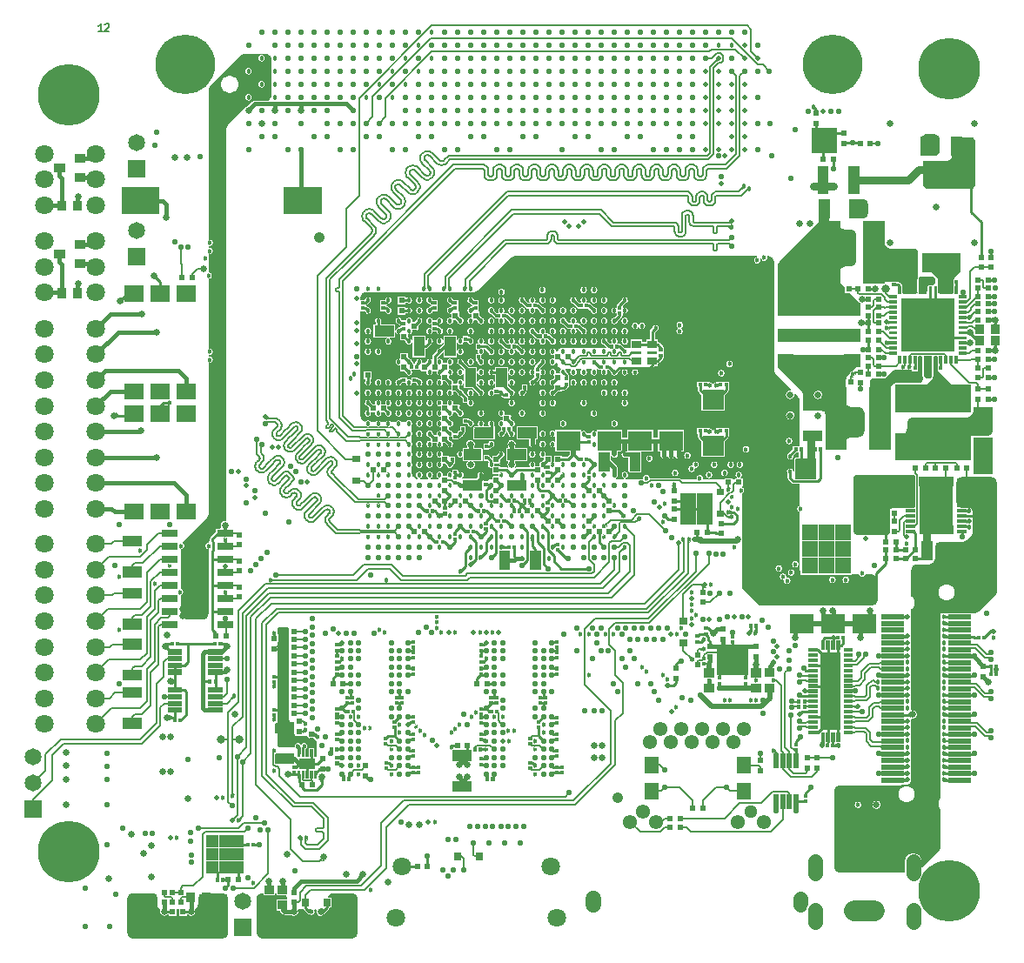
<source format=gbr>
*
%FSLAX26Y26*%
%MOIN*%
%ADD10C,0.007000*%
%ADD11R,0.021000X0.021000*%
%ADD12R,0.018500X0.018500*%
%ADD13R,0.013524X0.013524*%
%ADD14R,0.041870X0.041870*%
%ADD15R,0.040370X0.040370*%
%ADD16R,0.022185X0.022185*%
%ADD17R,0.020685X0.020685*%
%ADD18R,0.073366X0.073366*%
%ADD19R,0.071866X0.071866*%
%ADD20R,0.012024X0.012024*%
%ADD21R,0.033996X0.033996*%
%ADD22R,0.025500X0.025500*%
%ADD23R,0.032496X0.032496*%
%ADD24R,0.123047X0.123047*%
%ADD25R,0.081240X0.081240*%
%ADD26R,0.079740X0.079740*%
%ADD27R,0.104862X0.104862*%
%ADD28C,0.032500*%
%ADD29R,0.011555X0.011555*%
%ADD30R,0.053681X0.053681*%
%ADD31R,0.012343X0.012343*%
%ADD32R,0.010843X0.010843*%
%ADD33R,0.014311X0.014311*%
%ADD34R,0.026122X0.026122*%
%ADD35R,0.062343X0.062343*%
%ADD36R,0.020217X0.020217*%
%ADD37R,0.028091X0.028091*%
%ADD38R,0.049744X0.049744*%
%ADD39C,0.041870*%
%ADD40C,0.011410*%
%ADD41C,0.016400*%
%ADD42C,0.031400*%
%ADD43C,0.007920*%
%ADD44C,0.006220*%
%ADD45C,0.013400*%
%ADD46C,0.021400*%
%ADD47C,0.019400*%
%ADD48C,0.007200*%
%ADD49C,0.007420*%
%ADD50C,0.005000*%
%ADD51C,0.005600*%
%ADD52R,0.063992X0.063992*%
%ADD53R,0.065000X0.065000*%
%ADD54C,0.065000*%
%ADD55R,0.030709X0.030709*%
%ADD56R,0.051689X0.051689*%
%ADD57R,0.039370X0.039370*%
%ADD58R,0.049213X0.049213*%
%ADD59R,0.059055X0.059055*%
%ADD60R,0.031696X0.031696*%
%ADD61C,0.228346*%
%ADD62C,0.070866*%
%ADD63C,0.118110*%
%ADD64C,0.055118*%
%ADD65C,0.078740*%
%ADD66C,0.236220*%
%ADD67C,0.025000*%
%ADD68C,0.018000*%
%ADD69C,0.050000*%
%ADD70C,0.016000*%
%ADD71C,0.017875*%
%ADD72C,0.050375*%
%ADD73C,0.055425*%
%ADD74R,0.031675X0.031675*%
%ADD75C,0.019875*%
%ADD76C,0.021875*%
%ADD77C,0.025800*%
%ADD78R,0.035675X0.035675*%
%ADD79C,0.054375*%
%ADD80C,0.071125*%
%ADD81C,0.059400*%
%ADD82C,0.004000*%
%ADD83C,0.003100*%
%ADD84C,0.005700*%
%ADD85C,0.002000*%
%ADD86C,0.003600*%
%ADD87C,0.002500*%
%ADD88C,0.003700*%
%ADD89C,0.003300*%
%ADD90C,0.001650*%
%ADD91C,0.001025*%
%ADD92C,0.001125*%
%ADD93C,0.001050*%
%ADD94C,0.001750*%
%ADD95C,0.001850*%
%ADD96C,0.001525*%
%ADD97C,0.001325*%
%ADD98C,0.001175*%
%ADD99C,0.001100*%
%ADD100C,0.001150*%
%ADD101C,0.001200*%
%ADD102C,0.001225*%
%ADD103C,0.001075*%
%ADD104C,0.001375*%
%ADD105C,0.001400*%
%ADD106C,0.001450*%
%ADD107C,0.001500*%
%ADD108C,0.001475*%
%ADD109C,0.001350*%
%ADD110C,0.063244*%
%ADD111C,0.067181*%
%ADD112R,0.005000X0.005000*%
%ADD113R,0.004600X0.004600*%
%ADD114R,0.002850X0.002850*%
%ADD115R,0.006000X0.006000*%
%ADD116C,0.001800*%
%IPPOS*%
%LNciaa_acc-bot_l12.sig.gbr*%
%LPD*%
G75*
G54D10*
X01518988Y-01210838D02*
X01520416Y-01209409D01*
X01523273Y-01207981D01*
X01530416D01*
X01533273Y-01209409D01*
X01534702Y-01210838D01*
X01536131Y-01213695D01*
Y-01216552D01*
X01534702Y-01220838D01*
X01517559Y-01237981D01*
X01536131D01*
X01512508D02*
X01495366D01*
X01503937D02*
Y-01207981D01*
X01501080Y-01212267D01*
X01498223Y-01215124D01*
X01495366Y-01216552D01*
G54D11*
X04666142Y-04138524D02*
Y-03448524D01*
G54D12*
X04504142Y-03481024D02*
X04573142D01*
X04504142Y-03506024D02*
X04573142D01*
X04504142Y-03531024D02*
X04573142D01*
X04504142Y-03556024D02*
X04573142D01*
X04504142Y-03581024D02*
X04573142D01*
X04504142Y-03606024D02*
X04573142D01*
X04504142Y-03631024D02*
X04573142D01*
X04504142Y-03656024D02*
X04573142D01*
X04504142Y-03681024D02*
X04573142D01*
X04504142Y-03706024D02*
X04573142D01*
X04504142Y-03731024D02*
X04573142D01*
X04504142Y-03756024D02*
X04573142D01*
X04504142Y-03781024D02*
X04573142D01*
X04504142Y-03806024D02*
X04573142D01*
X04504142Y-03831024D02*
X04573142D01*
X04504142Y-03856024D02*
X04573142D01*
X04504142Y-03881024D02*
X04573142D01*
X04504142Y-03906024D02*
X04573142D01*
X04504142Y-03931024D02*
X04573142D01*
X04504142Y-03956024D02*
X04573142D01*
X04504142Y-03981024D02*
X04573142D01*
X04504142Y-04006024D02*
X04573142D01*
X04504142Y-04031024D02*
X04573142D01*
X04504142Y-04056024D02*
X04573142D01*
X04504142Y-04081024D02*
X04573142D01*
X04504142Y-04106024D02*
X04573142D01*
X04759142Y-03481024D02*
X04828142D01*
X04759142Y-03506024D02*
X04828142D01*
X04759142Y-03531024D02*
X04828142D01*
X04759142Y-03556024D02*
X04828142D01*
X04759142Y-03581024D02*
X04828142D01*
X04759142Y-03606024D02*
X04828142D01*
X04759142Y-03631024D02*
X04828142D01*
X04759142Y-03656024D02*
X04828142D01*
X04759142Y-03681024D02*
X04828142D01*
X04759142Y-03706024D02*
X04828142D01*
X04759142Y-03731024D02*
X04828142D01*
X04759142Y-03756024D02*
X04828142D01*
X04759142Y-03781024D02*
X04828142D01*
X04759142Y-03806024D02*
X04828142D01*
X04759142Y-03831024D02*
X04828142D01*
X04759142Y-03856024D02*
X04828142D01*
X04759142Y-03881024D02*
X04828142D01*
X04759142Y-03906024D02*
X04828142D01*
X04759142Y-03931024D02*
X04828142D01*
X04759142Y-03956024D02*
X04828142D01*
X04759142Y-03981024D02*
X04828142D01*
X04759142Y-04006024D02*
X04828142D01*
X04759142Y-04031024D02*
X04828142D01*
X04759142Y-04056024D02*
X04828142D01*
X04759142Y-04081024D02*
X04828142D01*
X04759142Y-04106024D02*
X04828142D01*
G54D13*
X02448425Y-03809646D02*
X02449213D01*
X02448425Y-03788780D02*
X02449213D01*
X02598031Y-04061614D02*
X02598819D01*
X02598031Y-04040748D02*
X02598819D01*
X02434449Y-04102756D02*
Y-04101969D01*
X02455315Y-04102756D02*
Y-04101969D01*
X02594094Y-03967126D02*
X02594882D01*
X02594094Y-03946260D02*
X02594882D01*
X02409055Y-04021063D02*
X02409843D01*
X02409055Y-04041929D02*
X02409843D01*
X02629528Y-03883268D02*
X02630315D01*
X02629528Y-03904134D02*
X02630315D01*
X02409055Y-03587992D02*
X02409843D01*
X02409055Y-03608858D02*
X02409843D01*
X02408071Y-03988583D02*
Y-03987795D01*
X02387205Y-03988583D02*
Y-03987795D01*
X02700394Y-03615551D02*
X02701181D01*
X02700394Y-03636417D02*
X02701181D01*
X02409055Y-03832087D02*
X02409843D01*
X02409055Y-03852953D02*
X02409843D01*
X02409055Y-03951378D02*
X02409843D01*
X02409055Y-03930512D02*
X02409843D01*
X02700394Y-03678543D02*
X02701181D01*
X02700394Y-03699409D02*
X02701181D01*
X02450197Y-03842913D02*
Y-03842126D01*
X02471063Y-03842913D02*
Y-03842126D01*
X02409055Y-03867520D02*
X02409843D01*
X02409055Y-03888386D02*
X02409843D01*
X02657087Y-03788780D02*
X02657874D01*
X02657087Y-03809646D02*
X02657874D01*
X02700394Y-03576181D02*
X02701181D01*
X02700394Y-03597047D02*
X02701181D01*
X02468110Y-03788780D02*
X02468898D01*
X02468110Y-03809646D02*
X02468898D01*
X02700394Y-03930512D02*
X02701181D01*
X02700394Y-03951378D02*
X02701181D01*
X02637402Y-03809646D02*
X02638189D01*
X02637402Y-03788780D02*
X02638189D01*
X02409055Y-03678543D02*
X02409843D01*
X02409055Y-03699409D02*
X02409843D01*
X02700394Y-04014370D02*
X02701181D01*
X02700394Y-03993504D02*
X02701181D01*
X02720079Y-04056496D02*
X02720866D01*
X02720079Y-04077362D02*
X02720866D01*
X02409055Y-03631299D02*
X02409843D01*
X02409055Y-03652165D02*
X02409843D01*
X02700394Y-04077362D02*
X02701181D01*
X02700394Y-04056496D02*
X02701181D01*
G54D14*
X02874016Y-04129921D02*
X02905512D01*
X02874016Y-04011811D02*
X02905512D01*
G54D13*
X02999606Y-03809646D02*
X03000394D01*
X02999606Y-03788780D02*
X03000394D01*
X03149213Y-04061614D02*
X03150000D01*
X03149213Y-04040748D02*
X03150000D01*
X02985630Y-04102756D02*
Y-04101969D01*
X03006496Y-04102756D02*
Y-04101969D01*
X03149213Y-03967126D02*
X03150000D01*
X03149213Y-03946260D02*
X03150000D01*
X02960236Y-04025000D02*
X02961024D01*
X02960236Y-04045866D02*
X02961024D01*
X03180709Y-03883268D02*
X03181496D01*
X03180709Y-03904134D02*
X03181496D01*
X02960236Y-03587992D02*
X02961024D01*
X02960236Y-03608858D02*
X02961024D01*
X02959252Y-03988583D02*
Y-03987795D01*
X02938386Y-03988583D02*
Y-03987795D01*
X03251575Y-03615551D02*
X03252362D01*
X03251575Y-03636417D02*
X03252362D01*
X02960236Y-03832087D02*
X02961024D01*
X02960236Y-03852953D02*
X02961024D01*
X02960236Y-03951378D02*
X02961024D01*
X02960236Y-03930512D02*
X02961024D01*
X03251575Y-03678543D02*
X03252362D01*
X03251575Y-03699409D02*
X03252362D01*
X03001378Y-03842913D02*
Y-03842126D01*
X03022244Y-03842913D02*
Y-03842126D01*
X02960236Y-03867520D02*
X02961024D01*
X02960236Y-03888386D02*
X02961024D01*
X03208268Y-03788780D02*
X03209055D01*
X03208268Y-03809646D02*
X03209055D01*
X03251575Y-03576181D02*
X03252362D01*
X03251575Y-03597047D02*
X03252362D01*
X03019291Y-03788780D02*
X03020079D01*
X03019291Y-03809646D02*
X03020079D01*
X03251575Y-03930512D02*
X03252362D01*
X03251575Y-03951378D02*
X03252362D01*
X03188583Y-03809646D02*
X03189370D01*
X03188583Y-03788780D02*
X03189370D01*
X02960236Y-03678543D02*
X02961024D01*
X02960236Y-03699409D02*
X02961024D01*
X03251575Y-04014370D02*
X03252362D01*
X03251575Y-03993504D02*
X03252362D01*
X03271260Y-04056496D02*
X03272047D01*
X03271260Y-04077362D02*
X03272047D01*
X02960236Y-03631299D02*
X02961024D01*
X02960236Y-03652165D02*
X02961024D01*
X03251575Y-04077362D02*
X03252362D01*
X03251575Y-04056496D02*
X03252362D01*
G54D14*
X02192913Y-04023622D02*
X02224409D01*
X02192913Y-03905512D02*
X02224409D01*
G54D13*
X02168898Y-03730906D02*
X02169685D01*
X02168898Y-03710039D02*
X02169685D01*
X02168898Y-03836024D02*
X02169685D01*
X02168898Y-03856890D02*
X02169685D01*
X02700394Y-03884449D02*
X02701181D01*
X02700394Y-03863583D02*
X02701181D01*
X03251575Y-03888386D02*
X03252362D01*
X03251575Y-03867520D02*
X03252362D01*
G54D14*
X04870079Y-02913386D02*
X04901575D01*
G54D15*
X04870079Y-03031496D02*
X04901575D01*
G54D14*
X04669291Y-03244094D02*
Y-03212598D01*
G54D15*
X04787402Y-03244094D02*
Y-03212598D01*
G54D13*
X02243701Y-04077362D02*
X02244488D01*
X02243701Y-04056496D02*
X02244488D01*
G54D16*
X02354331Y-04023622D03*
Y-04062992D03*
G54D17*
X04545000Y-03043307D03*
G54D16*
Y-03082677D03*
X04551181Y-03224409D03*
X04511811D03*
X04586614D03*
X04625984D03*
G54D18*
X04181535Y-03507480D02*
X04198465D01*
G54D19*
X04181536Y-03392520D02*
X04198464D01*
G54D18*
X04421535Y-03507480D02*
X04438465D01*
G54D19*
X04421536Y-03392520D02*
X04438464D01*
G54D18*
X04301535Y-03507480D02*
X04318465D01*
G54D19*
X04301536Y-03392520D02*
X04318464D01*
G54D14*
X04870079Y-02814961D02*
X04901575D01*
X04870079Y-02696850D02*
X04901575D01*
X04216535Y-02787402D02*
X04248031D01*
X04216535Y-02669291D02*
X04248031D01*
X04393701Y-01933071D02*
Y-01901575D01*
X04275591Y-01933071D02*
Y-01901575D01*
X04665354Y-01692913D02*
Y-01661417D01*
X04783465Y-01692913D02*
Y-01661417D01*
G54D16*
X04484252Y-02326772D03*
X04444882D03*
X04905512Y-02460630D03*
X04866142D03*
X04444882Y-02263780D03*
X04484252D03*
X04904685Y-02562992D03*
X04865315D03*
X04444882Y-02354331D03*
X04484252D03*
X04905512Y-02492126D03*
X04866142D03*
G54D13*
X04542913Y-02207283D02*
X04543701D01*
G54D20*
X04542914Y-02186417D02*
X04543701D01*
G54D13*
X04723031Y-02527953D02*
Y-02527165D01*
G54D20*
X04702165Y-02527953D02*
Y-02527166D01*
G54D16*
X04905512Y-02279528D03*
X04866142D03*
X04444882Y-02456693D03*
X04484252D03*
G54D21*
X04931102Y-02379921D02*
Y-02375984D01*
X04872047Y-02379921D02*
Y-02375984D01*
G54D16*
X04905512Y-02188976D03*
X04866142D03*
X04484252Y-02551181D03*
X04444882D03*
G54D21*
X04931102Y-02423228D02*
Y-02419291D01*
X04872047Y-02423228D02*
Y-02419291D01*
G54D16*
X04905512Y-02251969D03*
X04866142D03*
X04484252Y-02488189D03*
X04444882D03*
G54D13*
X04782087Y-02197244D02*
Y-02196457D01*
G54D20*
X04761220Y-02197244D02*
Y-02196457D01*
G54D13*
X04623425Y-02527953D02*
Y-02527165D01*
G54D20*
X04644291Y-02527953D02*
Y-02527166D01*
G54D13*
X04179567Y-03825394D02*
Y-03824606D01*
X04200433Y-03825394D02*
Y-03824606D01*
X04179567Y-03805394D02*
Y-03804606D01*
X04200433Y-03805394D02*
Y-03804606D01*
X04349016Y-03559449D02*
Y-03558661D01*
X04328150Y-03559449D02*
Y-03558661D01*
X04288780Y-03972835D02*
Y-03972047D01*
X04309646Y-03972835D02*
Y-03972047D01*
G54D16*
X02031496Y-04488189D03*
X01992126D03*
X01818898Y-04610236D03*
X01779528D03*
G54D13*
X04262402Y-02838976D02*
Y-02838189D01*
X04241535Y-02838976D02*
Y-02838189D01*
X04167116Y-02838976D02*
Y-02838189D01*
X04187983Y-02838976D02*
Y-02838189D01*
X03821457Y-02768110D02*
Y-02767323D01*
X03800591Y-02768110D02*
Y-02767323D01*
X03879331Y-02768110D02*
Y-02767323D01*
X03900197Y-02768110D02*
Y-02767323D01*
X03821457Y-02590945D02*
Y-02590157D01*
X03800591Y-02590945D02*
Y-02590157D01*
X03879331Y-02590945D02*
Y-02590157D01*
X03900197Y-02590945D02*
Y-02590157D01*
G54D16*
X02035000Y-03165315D03*
Y-03204685D03*
Y-03265315D03*
Y-03304685D03*
Y-03365315D03*
Y-03404685D03*
X01944882Y-03555118D03*
X01984252D03*
G54D13*
X01922638Y-03728740D02*
Y-03727953D01*
X01943504Y-03728740D02*
Y-03727953D01*
X01788780Y-03878346D02*
Y-03877559D01*
X01809646Y-03878346D02*
Y-03877559D01*
X01963189Y-03583071D02*
Y-03582283D01*
X01942323Y-03583071D02*
Y-03582283D01*
X01776969Y-03583071D02*
Y-03582283D01*
X01797835Y-03583071D02*
Y-03582283D01*
G54D14*
X03122047Y-02775591D02*
X03153543D01*
G54D15*
X03122047Y-02657480D02*
X03153543D01*
G54D18*
X03286811Y-02805512D02*
X03303740D01*
G54D19*
X03286811Y-02690551D02*
X03303740D01*
G54D14*
X02956693Y-02775591D02*
X02988189D01*
G54D15*
X02956693Y-02657480D02*
X02988189D01*
G54D18*
X03680512Y-02805512D02*
X03697441D01*
G54D19*
X03680512Y-02690551D02*
X03697441D01*
G54D14*
X02574803Y-02385827D02*
X02606299D01*
G54D15*
X02574803Y-02503937D02*
X02606299D01*
G54D18*
X03444291Y-02805512D02*
X03461220D01*
G54D19*
X03444291Y-02690551D02*
X03461220D01*
G54D18*
X03562402Y-02805512D02*
X03579331D01*
G54D19*
X03562402Y-02690551D02*
X03579331D01*
G54D14*
X03082677Y-02858268D02*
X03114173D01*
X03082677Y-02976378D02*
X03114173D01*
X02917323Y-02858268D02*
X02940945D01*
X02913386Y-02976378D02*
X02944882D01*
X02921260Y-02578740D02*
Y-02547244D01*
X03039370Y-02578740D02*
Y-02547244D01*
X03169291Y-03279528D02*
Y-03248031D01*
X03051181Y-03279528D02*
Y-03248031D01*
X03433071Y-02901575D02*
Y-02870079D01*
X03551181Y-02901575D02*
Y-02870079D01*
G54D13*
X03148228Y-03035827D02*
Y-03035039D01*
X03127362Y-03035827D02*
Y-03035039D01*
X03087992Y-03075197D02*
Y-03074409D01*
X03108858Y-03075197D02*
Y-03074409D01*
G54D14*
X02724409Y-02460630D02*
Y-02429134D01*
X02842520Y-02460630D02*
Y-02429134D01*
G54D16*
X03787402Y-03157480D03*
X03826772D03*
X03700787Y-03106299D03*
Y-03066929D03*
X03881890Y-03122047D03*
Y-03161417D03*
X03700787Y-02996063D03*
Y-03035433D03*
G54D13*
X03216142Y-02927756D02*
X03216929D01*
X03216142Y-02906890D02*
X03216929D01*
G54D21*
X02198819Y-04584646D02*
X02202756D01*
X02198819Y-04525591D02*
X02202756D01*
G54D13*
X03822441Y-03525000D02*
X03823228D01*
X03822441Y-03545866D02*
X03823228D01*
X03789606Y-03575433D02*
X03790394D01*
X03789606Y-03554567D02*
X03790394D01*
X04015433Y-03515394D02*
Y-03514606D01*
X03994567Y-03515394D02*
Y-03514606D01*
X03924803Y-03556496D02*
X03925591D01*
X03924803Y-03577362D02*
X03925591D01*
G54D16*
X04244094Y-01590551D03*
Y-01551181D03*
G54D13*
X03874606Y-03735433D02*
X03875394D01*
X03874606Y-03714567D02*
X03875394D01*
X03974606Y-03735433D02*
X03975394D01*
X03974606Y-03714567D02*
X03975394D01*
G54D16*
X04350394Y-01625984D03*
Y-01665354D03*
G54D13*
X04168898Y-03990748D02*
X04169685D01*
X04168898Y-03969882D02*
X04169685D01*
X04204331Y-04187598D02*
X04205118D01*
X04204331Y-04166732D02*
X04205118D01*
X03814567Y-03660039D02*
X03815354D01*
X03814567Y-03639173D02*
X03815354D01*
G54D22*
X02954921Y-04399638D02*
Y-04395638D01*
X02871850Y-04399638D02*
Y-04395638D01*
X02482252Y-02958858D02*
X02486252D01*
X02482252Y-02875787D02*
X02486252D01*
X03875953Y-03084843D02*
X03879953D01*
X03875953Y-03001772D02*
X03879953D01*
X02372244Y-04576803D02*
Y-04572803D01*
X02289173Y-04576803D02*
Y-04572803D01*
X03734220Y-03580906D02*
X03738220D01*
X03734220Y-03497835D02*
X03738220D01*
G54D21*
X01848425Y-04557087D02*
Y-04553150D01*
G54D23*
X01907480Y-04557087D02*
Y-04553150D01*
G54D21*
X01414528Y-01906969D02*
Y-01903031D01*
X01355472Y-01906969D02*
Y-01903031D01*
X01414528Y-02241969D02*
Y-02238031D01*
X01355472Y-02241969D02*
Y-02238031D01*
X02147638Y-04525591D02*
X02151575D01*
G54D23*
X02147638Y-04584646D02*
X02151575D01*
G54D21*
X04064961Y-03694882D02*
X04068898D01*
X04064961Y-03753937D02*
X04068898D01*
X04013031Y-03695472D02*
X04016969D01*
X04013031Y-03754528D02*
X04016969D01*
X03833031D02*
X03836969D01*
X03833031Y-03695472D02*
X03836969D01*
G54D24*
X04458504Y-03103937D02*
Y-03096063D01*
X04021496Y-03103937D02*
Y-03096063D01*
G54D25*
X04466535Y-02161417D02*
Y-02003937D01*
G54D26*
X04297244Y-02161417D02*
Y-02003937D01*
G54D27*
X04600394Y-02643701D02*
X04785433D01*
X04600394Y-02828740D02*
X04785433D01*
G54D18*
X04689567Y-02122165D02*
X04760433D01*
G54D19*
X04689567Y-01767835D02*
X04760433D01*
G54D25*
X04490157Y-02799213D02*
Y-02641732D01*
X04320866Y-02799213D02*
Y-02641732D01*
G54D16*
X02862205Y-03035433D03*
X02901575D03*
X02783465D03*
X02822835D03*
G54D17*
X02204724Y-03598425D03*
G54D16*
X02244094D03*
G54D17*
X02204724Y-03724409D03*
G54D16*
X02244094D03*
G54D17*
X02204724Y-03661417D03*
G54D16*
X02244094D03*
G54D17*
X02204724Y-03566929D03*
G54D16*
X02244094D03*
G54D17*
X02204724Y-03629921D03*
G54D16*
X02244094D03*
G54D17*
X02204724Y-03787402D03*
G54D16*
X02244094D03*
G54D17*
X02204724Y-03535433D03*
G54D16*
X02244094D03*
G54D17*
X02204724Y-03692913D03*
G54D16*
X02244094D03*
G54D17*
X02204724Y-03818898D03*
G54D16*
X02244094D03*
G54D17*
X02204724Y-03850394D03*
G54D16*
X02244094D03*
G54D17*
X02204724Y-03755906D03*
G54D16*
X02244094D03*
X02263780Y-03881890D03*
Y-03921260D03*
X02984252Y-03736220D03*
X02944882D03*
X02433071D03*
X02393701D03*
X02314961Y-04122047D03*
X02275591D03*
X04822835Y-02909449D03*
X04783465D03*
X04700787D03*
X04740157D03*
X04664685Y-02910000D03*
X04625315D03*
X04545000Y-03153543D03*
Y-03114173D03*
X04511811Y-03192913D03*
X04551181D03*
X04031496Y-04031496D03*
Y-04070866D03*
X04551181Y-03255906D03*
X04511811D03*
X04625984D03*
X04586614D03*
X03771654Y-04212598D03*
X03811024D03*
X04444882Y-02295000D03*
X04484252D03*
X04905512Y-02527559D03*
X04866142D03*
G54D17*
X04330709Y-02224409D03*
G54D16*
X04370079D03*
X04405512D03*
X04444882D03*
X04866142Y-02645669D03*
Y-02606299D03*
X04905512D03*
Y-02645669D03*
Y-02220472D03*
X04866142D03*
X04444882Y-02519685D03*
X04484252D03*
X04866142Y-02311024D03*
X04905512D03*
X04484252Y-02385827D03*
X04444882D03*
Y-02421260D03*
X04484252D03*
X04877953Y-02102362D03*
Y-02141732D03*
X04913386D03*
Y-02102362D03*
G54D17*
X04338583Y-02578740D03*
G54D16*
X04377953D03*
X04413386Y-02543307D03*
Y-02582677D03*
X04885000Y-03669291D03*
Y-03708661D03*
X02755906Y-04437008D03*
X02716535D03*
X02586614Y-02917323D03*
X02547244D03*
X02822835Y-02562992D03*
Y-02523622D03*
X01779528Y-04535433D03*
Y-04574803D03*
X01811024D03*
Y-04535433D03*
G54D14*
X01609252Y-03309055D02*
X01640748D01*
X01609252Y-03190945D02*
X01640748D01*
X01609252Y-03509055D02*
X01640748D01*
X01609252Y-03390945D02*
X01640748D01*
X01609252Y-03704055D02*
X01640748D01*
X01609252Y-03585945D02*
X01640748D01*
X01609252Y-03889055D02*
X01640748D01*
X01609252Y-03770945D02*
X01640748D01*
G54D16*
X02665354Y-02484252D03*
Y-02523622D03*
X01854331Y-02181102D03*
X01814961D03*
X03811024Y-03385827D03*
Y-03425197D03*
X03452756Y-03074803D03*
Y-03035433D03*
X03948819Y-02964567D03*
X03909449D03*
X03255906Y-02877953D03*
Y-02917323D03*
X03216535Y-02956693D03*
X03255906D03*
X03790000Y-03625315D03*
Y-03664685D03*
X04248031Y-04059055D03*
Y-04019685D03*
X04212598Y-04059055D03*
Y-04019685D03*
X04413386Y-01665354D03*
X04452756D03*
X03724409Y-04287402D03*
X03685039D03*
X03724409Y-04251969D03*
X03685039D03*
X03255906Y-02602362D03*
Y-02562992D03*
X03295276Y-02484252D03*
X03255906D03*
G54D14*
X04389764Y-01838583D02*
Y-01775591D01*
X04271654Y-01838583D02*
Y-01775591D01*
G54D28*
X02035433Y-03948819D03*
X04511811Y-02224409D03*
X01964567Y-03948819D03*
G54D29*
X02263780Y-04093898D02*
Y-04075394D01*
X02279528Y-04093898D02*
Y-04075394D01*
X02295276Y-04093898D02*
Y-04075394D01*
X02311024Y-04093898D02*
Y-04075394D01*
X02326772Y-04093898D02*
Y-04075394D01*
X02263780Y-04011220D02*
Y-03992717D01*
X02279528Y-04011220D02*
Y-03992717D01*
X02295276Y-04011220D02*
Y-03992717D01*
X02311024Y-04011220D02*
Y-03992717D01*
X02326772Y-04011220D02*
Y-03992717D01*
G54D20*
X04790945Y-03055000D02*
X04813386D01*
G54D13*
X04790945Y-03074685D02*
X04813386D01*
X04790945Y-03094370D02*
X04813386D01*
X04790945Y-03114055D02*
X04813386D01*
X04790945Y-03133740D02*
X04813386D01*
X04790945Y-03153425D02*
X04813386D01*
G54D20*
X04790945Y-03035315D02*
X04813386D01*
X04790945Y-03015630D02*
X04813386D01*
X04790945Y-02995945D02*
X04813386D01*
X04790945Y-02976260D02*
X04813386D01*
X04790945Y-02956575D02*
X04813386D01*
G54D13*
X04596063Y-03153425D02*
X04618504D01*
X04596063Y-03133740D02*
X04618504D01*
X04596063Y-03114055D02*
X04618504D01*
X04596063Y-03094370D02*
X04618504D01*
X04596063Y-03074685D02*
X04618504D01*
G54D20*
X04596063Y-03055000D02*
X04618504D01*
X04596063Y-03035315D02*
X04618504D01*
X04596063Y-03015630D02*
X04618504D01*
X04596063Y-02995945D02*
X04618504D01*
X04596063Y-02976260D02*
X04618504D01*
X04596063Y-02956575D02*
X04618504D01*
G54D30*
X03614173Y-04052362D02*
Y-04044488D01*
Y-04152362D02*
Y-04144488D01*
X03968504Y-04052362D02*
Y-04044488D01*
Y-04152362D02*
Y-04144488D01*
G54D31*
X04564961Y-02237205D02*
Y-02219488D01*
G54D32*
X04584646Y-02237204D02*
Y-02219488D01*
X04604331Y-02237204D02*
Y-02219488D01*
X04624016Y-02237204D02*
Y-02219488D01*
X04643701Y-02237204D02*
Y-02219488D01*
X04663386Y-02237204D02*
Y-02219488D01*
G54D31*
X04683071Y-02237205D02*
Y-02219488D01*
X04702756Y-02237205D02*
Y-02219488D01*
G54D32*
X04722441Y-02237204D02*
Y-02219488D01*
X04742126Y-02237204D02*
Y-02219488D01*
X04761811Y-02237204D02*
Y-02219488D01*
G54D31*
X04781496Y-02237205D02*
Y-02219488D01*
X04798228Y-02253937D02*
X04815945D01*
X04798228Y-02273622D02*
X04815945D01*
X04798228Y-02293307D02*
X04815945D01*
X04798228Y-02312992D02*
X04815945D01*
X04798228Y-02332677D02*
X04815945D01*
X04798228Y-02352362D02*
X04815945D01*
X04798228Y-02372047D02*
X04815945D01*
X04798228Y-02391732D02*
X04815945D01*
X04798228Y-02411417D02*
X04815945D01*
X04798228Y-02431102D02*
X04815945D01*
X04798228Y-02450787D02*
X04815945D01*
X04798228Y-02470472D02*
X04815945D01*
X04781496Y-02504921D02*
Y-02487205D01*
X04761811Y-02504921D02*
Y-02487205D01*
X04742126Y-02504921D02*
Y-02487205D01*
X04722441Y-02504921D02*
Y-02487205D01*
G54D32*
X04702756Y-02504921D02*
Y-02487205D01*
X04683071Y-02504921D02*
Y-02487205D01*
X04663386Y-02504921D02*
Y-02487205D01*
X04643701Y-02504921D02*
Y-02487205D01*
G54D31*
X04624016Y-02504921D02*
Y-02487205D01*
X04604331Y-02504921D02*
Y-02487205D01*
X04584646Y-02504921D02*
Y-02487205D01*
X04564961Y-02504921D02*
Y-02487205D01*
X04530512Y-02470472D02*
X04548228D01*
X04530512Y-02450787D02*
X04548228D01*
X04530512Y-02431102D02*
X04548228D01*
X04530512Y-02411417D02*
X04548228D01*
X04530512Y-02391732D02*
X04548228D01*
X04530512Y-02372047D02*
X04548228D01*
X04530512Y-02352362D02*
X04548228D01*
X04530512Y-02332677D02*
X04548228D01*
X04530512Y-02312992D02*
X04548228D01*
X04530512Y-02293307D02*
X04548228D01*
X04530512Y-02273622D02*
X04548228D01*
X04530512Y-02253937D02*
X04548228D01*
G54D33*
X04357087Y-03765000D02*
X04378740D01*
X04357087Y-03784685D02*
X04378740D01*
X04357087Y-03804370D02*
X04378740D01*
X04357087Y-03824055D02*
X04378740D01*
X04357087Y-03843740D02*
X04378740D01*
X04357087Y-03863425D02*
X04378740D01*
X04357087Y-03883110D02*
X04378740D01*
X04357087Y-03902795D02*
X04378740D01*
X04357087Y-03922480D02*
X04378740D01*
X04357087Y-03745315D02*
X04378740D01*
X04357087Y-03725630D02*
X04378740D01*
X04357087Y-03705945D02*
X04378740D01*
X04357087Y-03686260D02*
X04378740D01*
X04357087Y-03666575D02*
X04378740D01*
X04357087Y-03646890D02*
X04378740D01*
X04357087Y-03627205D02*
X04378740D01*
X04357087Y-03607520D02*
X04378740D01*
X04221260Y-03765000D02*
X04242913D01*
X04221260Y-03745315D02*
X04242913D01*
X04221260Y-03725630D02*
X04242913D01*
X04221260Y-03705945D02*
X04242913D01*
X04221260Y-03686260D02*
X04242913D01*
X04221260Y-03666575D02*
X04242913D01*
X04221260Y-03646890D02*
X04242913D01*
X04221260Y-03627205D02*
X04242913D01*
X04221260Y-03607520D02*
X04242913D01*
X04221260Y-03784685D02*
X04242913D01*
X04221260Y-03804370D02*
X04242913D01*
X04221260Y-03824055D02*
X04242913D01*
X04221260Y-03843740D02*
X04242913D01*
X04221260Y-03863425D02*
X04242913D01*
X04221260Y-03883110D02*
X04242913D01*
X04221260Y-03902795D02*
X04242913D01*
X04221260Y-03922480D02*
X04242913D01*
X04329528Y-03952008D02*
Y-03930354D01*
X04309843Y-03952008D02*
Y-03930354D01*
X04290157Y-03952008D02*
Y-03930354D01*
X04270472Y-03952008D02*
Y-03930354D01*
X04329528Y-03599646D02*
Y-03577992D01*
X04309843Y-03599646D02*
Y-03577992D01*
X04290157Y-03599646D02*
Y-03577992D01*
X04270472Y-03599646D02*
Y-03577992D01*
G54D34*
X01750984Y-03510000D02*
X01786417D01*
X01750984Y-03460000D02*
X01786417D01*
X01750984Y-03410000D02*
X01786417D01*
X01750984Y-03360000D02*
X01786417D01*
X01750984Y-03310000D02*
X01786417D01*
X01750984Y-03260000D02*
X01786417D01*
X01750984Y-03210000D02*
X01786417D01*
X01750984Y-03160000D02*
X01786417D01*
X01963583D02*
X01999016D01*
X01963583Y-03210000D02*
X01999016D01*
X01963583Y-03260000D02*
X01999016D01*
X01963583Y-03310000D02*
X01999016D01*
X01963583Y-03360000D02*
X01999016D01*
X01963583Y-03410000D02*
X01999016D01*
X01963583Y-03460000D02*
X01999016D01*
X01963583Y-03510000D02*
X01999016D01*
G54D35*
X01627165Y-02241654D02*
X01637402D01*
X01627165Y-02616614D02*
X01637402D01*
X01727165D02*
X01737402D01*
X01827165D02*
X01837402D01*
X01827165Y-02241654D02*
X01837402D01*
X01727165D02*
X01737402D01*
X01627165Y-02702283D02*
X01637402D01*
X01627165Y-03077244D02*
X01637402D01*
X01727165D02*
X01737402D01*
X01827165D02*
X01837402D01*
X01827165Y-02702283D02*
X01837402D01*
X01727165D02*
X01737402D01*
G54D36*
X01926181Y-03837598D02*
X01961614D01*
X01926181Y-03812008D02*
X01961614D01*
X01926181Y-03786417D02*
X01961614D01*
X01926181Y-03760827D02*
X01961614D01*
X01770669Y-03837598D02*
X01806102D01*
X01770669Y-03812008D02*
X01806102D01*
X01770669Y-03786417D02*
X01806102D01*
X01770669Y-03760827D02*
X01806102D01*
X01770669Y-03615157D02*
X01806102D01*
X01770669Y-03640748D02*
X01806102D01*
X01770669Y-03666339D02*
X01806102D01*
X01770669Y-03691929D02*
X01806102D01*
X01926181Y-03615157D02*
X01961614D01*
X01926181Y-03640748D02*
X01961614D01*
X01926181Y-03666339D02*
X01961614D01*
X01926181Y-03691929D02*
X01961614D01*
G54D21*
X01420433Y-01722598D02*
X01428307D01*
X01341693Y-01760000D02*
X01349567D01*
X01420433Y-01797402D02*
X01428307D01*
X01420433Y-02052598D02*
X01428307D01*
X01341693Y-02090000D02*
X01349567D01*
X01420433Y-02127402D02*
X01428307D01*
G54D36*
X04168307Y-04050197D02*
Y-04014764D01*
X04142717Y-04050197D02*
Y-04014764D01*
X04117126Y-04050197D02*
Y-04014764D01*
X04091535Y-04050197D02*
Y-04014764D01*
X04168307Y-04205709D02*
Y-04170276D01*
X04142717Y-04205709D02*
Y-04170276D01*
X04117126Y-04205709D02*
Y-04170276D01*
X04091535Y-04205709D02*
Y-04170276D01*
G54D37*
X03552165Y-02436024D02*
X03560039D01*
X03552165Y-02500984D02*
X03560039D01*
X03613189Y-02436024D02*
X03621063D01*
X03613189Y-02500984D02*
X03621063D01*
G54D31*
X03544291Y-02468504D02*
X03567913D01*
X03605315D02*
X03628937D01*
G54D13*
X04914567Y-03700394D02*
Y-03699606D01*
X04935433Y-03700394D02*
Y-03699606D01*
X04914567Y-03670394D02*
Y-03669606D01*
X04935433Y-03670394D02*
Y-03669606D01*
X04867520Y-03559449D02*
Y-03558661D01*
X04888386Y-03559449D02*
Y-03558661D01*
X02822441Y-03064370D02*
X02823228D01*
X02822441Y-03085236D02*
X02823228D01*
X02971063Y-03075197D02*
Y-03074409D01*
X02950197Y-03075197D02*
Y-03074409D01*
X02792717Y-03193307D02*
Y-03192520D01*
X02813583Y-03193307D02*
Y-03192520D01*
X02861811Y-03162795D02*
X02862598D01*
X02861811Y-03183661D02*
X02862598D01*
X02979921Y-03123425D02*
X02980709D01*
X02979921Y-03144291D02*
X02980709D01*
X03216142Y-03044685D02*
X03216929D01*
X03216142Y-03065551D02*
X03216929D01*
X02910827Y-03153937D02*
Y-03153150D01*
X02931693Y-03153937D02*
Y-03153150D01*
X02753346Y-03075197D02*
Y-03074409D01*
X02774213Y-03075197D02*
Y-03074409D01*
X02901181Y-02415945D02*
X02901969D01*
G54D20*
X02901181Y-02395079D02*
X02901968D01*
G54D13*
X02861811Y-02788780D02*
X02862598D01*
G54D20*
X02861811Y-02809646D02*
X02862598D01*
G54D13*
X02901181Y-02650984D02*
X02901969D01*
G54D20*
X02901181Y-02671850D02*
X02901968D01*
G54D13*
X03058661Y-02631299D02*
X03059449D01*
G54D20*
X03058662Y-02652165D02*
X03059449D01*
G54D13*
X02861811Y-02927756D02*
X02862598D01*
G54D20*
X02861811Y-02906890D02*
X02862598D01*
G54D13*
X02901181Y-02730906D02*
X02901969D01*
G54D20*
X02901181Y-02710039D02*
X02901968D01*
G54D13*
X03127362Y-02602756D02*
Y-02601969D01*
G54D20*
X03148228Y-02602756D02*
Y-02601969D01*
G54D13*
X02704331Y-02573425D02*
X02705118D01*
G54D20*
X02704331Y-02552559D02*
X02705118D01*
G54D13*
X03019291Y-02615551D02*
X03020079D01*
G54D20*
X03019292Y-02636417D02*
X03020079D01*
G54D13*
X02979921Y-02975000D02*
X02980709D01*
X02979921Y-02954134D02*
X02980709D01*
X02979921Y-02871457D02*
X02980709D01*
G54D20*
X02979921Y-02892323D02*
X02980708D01*
G54D13*
X02951378Y-02445276D02*
Y-02444488D01*
G54D20*
X02930512Y-02445275D02*
Y-02444488D01*
G54D13*
X02861811Y-02946260D02*
X02862598D01*
X02861811Y-02967126D02*
X02862598D01*
X02851772Y-02878346D02*
Y-02877559D01*
G54D20*
X02872638Y-02878346D02*
Y-02877559D01*
G54D13*
X02891142Y-02760236D02*
Y-02759449D01*
G54D20*
X02912008Y-02760236D02*
Y-02759449D01*
G54D13*
X03048622Y-02760236D02*
Y-02759449D01*
X03069488Y-02760236D02*
Y-02759449D01*
X02664961Y-02573425D02*
X02665748D01*
G54D20*
X02664961Y-02552559D02*
X02665748D01*
G54D13*
X03343898Y-02878346D02*
Y-02877559D01*
X03364764Y-02878346D02*
Y-02877559D01*
X02979921Y-02828150D02*
X02980709D01*
G54D20*
X02979921Y-02849016D02*
X02980708D01*
G54D13*
X02951378Y-02484646D02*
Y-02483858D01*
G54D20*
X02930512Y-02484645D02*
Y-02483858D01*
G54D13*
X03068307Y-03212992D02*
Y-03212205D01*
X03089173Y-03212992D02*
Y-03212205D01*
X03255512Y-03223031D02*
X03256299D01*
X03255512Y-03202165D02*
X03256299D01*
X03089173Y-03035827D02*
Y-03035039D01*
X03068307Y-03035827D02*
Y-03035039D01*
X03028937Y-03114567D02*
Y-03113780D01*
X03049803Y-03114567D02*
Y-03113780D01*
X03265157Y-03035827D02*
Y-03035039D01*
X03286024Y-03035827D02*
Y-03035039D01*
X03373622Y-02947441D02*
X03374409D01*
X03373622Y-02926575D02*
X03374409D01*
X03649213Y-02478937D02*
X03650000D01*
X03649213Y-02458071D02*
X03650000D01*
G54D16*
X02519685Y-04090551D03*
Y-04051181D03*
X02870079Y-03972441D03*
X02909449D03*
X02169291Y-03562992D03*
Y-03602362D03*
X02311024Y-03929134D03*
G54D17*
Y-03968504D03*
G54D16*
X04905512Y-02342520D03*
X04866142D03*
X03177165Y-02956693D03*
Y-02917323D03*
X03059055Y-02720472D03*
G54D17*
Y-02681102D03*
G54D16*
X02665354Y-02405512D03*
G54D17*
Y-02444882D03*
G54D16*
X02783465Y-02799213D03*
G54D17*
Y-02838583D03*
G54D16*
X03216535Y-02877953D03*
G54D17*
X03177165D03*
G54D16*
X02822835D03*
G54D17*
Y-02838583D03*
G54D16*
X02862205Y-02602362D03*
G54D17*
Y-02641732D03*
G54D16*
X03019685Y-03035433D03*
Y-02996063D03*
X02862205Y-02681102D03*
G54D17*
Y-02720472D03*
G54D16*
X03019685Y-02877953D03*
G54D17*
Y-02838583D03*
G54D16*
X02822835Y-02996063D03*
Y-02956693D03*
X02862205Y-02326772D03*
G54D17*
Y-02366142D03*
G54D16*
X02527559Y-02555118D03*
G54D17*
Y-02515748D03*
G54D16*
X02940945Y-02326772D03*
G54D17*
Y-02366142D03*
G54D16*
X02657480Y-02267717D03*
Y-02307087D03*
X02704724Y-02366142D03*
G54D17*
X02744094D03*
G54D16*
Y-02523622D03*
X02783465D03*
X02822835Y-02720472D03*
Y-02681102D03*
Y-02799213D03*
Y-02759843D03*
X03137795Y-03074803D03*
X03177165D03*
X03255906Y-03114173D03*
X03216535D03*
X02586614Y-02681102D03*
X02547244D03*
X02744094Y-03153543D03*
X02704724D03*
X03413386D03*
X03452756D03*
X03374016Y-03114173D03*
Y-03153543D03*
Y-02996063D03*
X03413386D03*
X03708661Y-03677165D03*
Y-03716535D03*
X03889764Y-03527559D03*
Y-03566929D03*
X04015748Y-03633858D03*
Y-03594488D03*
X04271654Y-01728346D03*
X04311024D03*
X03838583Y-03633858D03*
Y-03594488D03*
X01748031Y-04535433D03*
Y-04574803D03*
X03019685Y-02917323D03*
Y-02956693D03*
X02244094Y-04535433D03*
Y-04574803D03*
G54D13*
X02783071Y-02355709D02*
X02783858D01*
X02783071Y-02376575D02*
X02783858D01*
X02715157Y-02524016D02*
Y-02523228D01*
X02694291Y-02524016D02*
Y-02523228D01*
X02783071Y-02276969D02*
X02783858D01*
X02783071Y-02297835D02*
X02783858D01*
X02664961Y-02355709D02*
X02665748D01*
X02664961Y-02376575D02*
X02665748D01*
X02861811Y-02276969D02*
X02862598D01*
X02861811Y-02297835D02*
X02862598D01*
X02586220Y-02276969D02*
X02587008D01*
X02586220Y-02297835D02*
X02587008D01*
X02940551Y-02276969D02*
X02941339D01*
X02940551Y-02297835D02*
X02941339D01*
X02507480Y-02276969D02*
X02508268D01*
X02507480Y-02297835D02*
X02508268D01*
X03364764Y-02287795D02*
Y-02287008D01*
X03343898Y-02287795D02*
Y-02287008D01*
X03147047Y-02287795D02*
Y-02287008D01*
X03167913Y-02287795D02*
Y-02287008D01*
X03304528Y-02366535D02*
Y-02365748D01*
X03325394Y-02366535D02*
Y-02365748D01*
X03028937Y-02327165D02*
Y-02326378D01*
X03049803Y-02327165D02*
Y-02326378D01*
X03491732Y-02296654D02*
X03492520D01*
X03491732Y-02317520D02*
X03492520D01*
X03186417Y-02405906D02*
Y-02405118D01*
X03207283Y-02405906D02*
Y-02405118D01*
X03462008Y-02445276D02*
Y-02444488D01*
X03482874Y-02445276D02*
Y-02444488D01*
X03068307Y-02445276D02*
Y-02444488D01*
X03089173Y-02445276D02*
Y-02444488D01*
X03373622Y-02809646D02*
X03374409D01*
X03373622Y-02788780D02*
X03374409D01*
X03443504Y-02524016D02*
Y-02523228D01*
X03422638Y-02524016D02*
Y-02523228D01*
X03287008Y-02589173D02*
X03287795D01*
X03287008Y-02568307D02*
X03287795D01*
X03176772Y-02532874D02*
X03177559D01*
X03176772Y-02553740D02*
X03177559D01*
G54D27*
X02257480Y-01885827D02*
X02299213D01*
X01637795D02*
X01674803D01*
G54D38*
X04122047Y-02303150D02*
X04133858D01*
X04122047Y-02401575D02*
X04133858D01*
X04122047Y-02500000D02*
X04133858D01*
X04377953Y-02303150D02*
X04389764D01*
X04377953Y-02401575D02*
X04389764D01*
X04377953Y-02500000D02*
X04389764D01*
G54D13*
X02068307Y-04354724D02*
Y-04353937D01*
X02089173Y-04354724D02*
Y-04353937D01*
X01950197Y-04488583D02*
Y-04487795D01*
X01971063Y-04488583D02*
Y-04487795D01*
G54D39*
X03484252Y-04173228D03*
X02342520Y-02027559D03*
G54D40*
X03900197Y-02611614D02*
Y-02590551D01*
X03800591D02*
Y-02611614D01*
Y-02767717D02*
Y-02788780D01*
X03900197Y-02767717D02*
Y-02788780D01*
X03885827Y-02803150D01*
X03800591Y-02788780D02*
X03814961Y-02803150D01*
G54D41*
X02921260Y-02818898D02*
Y-02850394D01*
X02929134Y-02858268D01*
G54D42*
X04224409Y-02795276D02*
Y-02838583D01*
G54D40*
X04241535D02*
X04224409D01*
G54D42*
Y-02858268D01*
G54D40*
X04187983Y-02838583D02*
Y-02890758D01*
X04185039Y-02893701D01*
X01732283Y-02241654D02*
Y-02196850D01*
X01708662Y-02173228D01*
X01767717Y-02661417D02*
X01744094D01*
X01732283Y-02673228D01*
Y-02702283D01*
X03833139Y-03557254D02*
Y-03569202D01*
X03838583Y-03574646D02*
Y-03594488D01*
X03821751Y-03545866D02*
X03833139Y-03557254D01*
Y-03569202D02*
X03838583Y-03574646D01*
X03790000Y-03554567D02*
X03798701Y-03545866D01*
X03821751D01*
X03251969Y-04056496D02*
X03237598D01*
X03232283Y-04051181D01*
X03271654Y-04056496D02*
X03251969D01*
X03039370Y-03212598D02*
X03068307D01*
X03708661Y-03716535D02*
Y-03732283D01*
X03696850Y-03744094D01*
X03673228D01*
X02940945Y-02326772D02*
X02960630Y-02346457D01*
X03255906Y-03114173D02*
X03275591Y-03133858D01*
G54D43*
X03149606Y-03946260D02*
X03150000D01*
X03159252Y-03937008D01*
X03181102D01*
G54D41*
X02278346Y-01885827D02*
X02270000Y-01877480D01*
Y-01690000D01*
G54D40*
X01933071Y-03259843D02*
Y-03228544D01*
Y-03181102D02*
X01954173Y-03160000D01*
X01981299D01*
G54D43*
X03814961Y-03639173D02*
Y-03627433D01*
X03826921Y-03615472D01*
X03859445D01*
X03895472D01*
G54D44*
X03790000Y-03664685D02*
Y-03649843D01*
X03794173Y-03645669D01*
X03808071D01*
X03814567Y-03639173D01*
X03814961D01*
G54D40*
X02594488Y-03946260D02*
X02594882D01*
X02604134Y-03937008D01*
X02629921D01*
X02310039Y-04043307D02*
X02334646D01*
X02354331Y-04023622D01*
X02519685Y-04090551D02*
X02531496Y-04102362D01*
X02539370D01*
X03925197Y-03578740D02*
Y-03645197D01*
X03954528Y-03674528D01*
X03994567Y-03536929D02*
X03988189Y-03543307D01*
X03994567Y-03515000D02*
Y-03536929D01*
G54D44*
X04700787Y-01673228D02*
Y-01645669D01*
X04665354Y-01677165D02*
X04696850D01*
X04700787Y-01673228D01*
X04418386Y-01917323D02*
X04429134Y-01906575D01*
Y-01893701D01*
X04418386Y-01917323D02*
X04429134Y-01928071D01*
Y-01940945D01*
X04393701Y-01917323D02*
X04418386D01*
X04413386Y-02582677D02*
Y-02606299D01*
X04444882Y-02263780D02*
X04421260D01*
X04444882Y-02224409D02*
X04472441D01*
X04885827Y-02839646D02*
X04896575Y-02850394D01*
X04909449D01*
X04885827Y-02888701D02*
X04896575Y-02877953D01*
X04909449D01*
X04885827Y-02913386D02*
Y-02888701D01*
X04875079Y-02877953D01*
X04862205D01*
X04885827Y-02814961D02*
Y-02839646D01*
X04875079Y-02850394D01*
X04862205D01*
G54D40*
X04444882Y-02354331D02*
Y-02385827D01*
Y-02326772D02*
Y-02354331D01*
X04417323D01*
X04444882Y-02456693D02*
Y-02421260D01*
Y-02456693D02*
X04425197D01*
X04484252Y-02551181D02*
X04503937D01*
X04484252Y-02488189D02*
X04503937D01*
G54D42*
X04232283Y-02787402D02*
X04224409Y-02795276D01*
Y-02858268D02*
Y-02893701D01*
G54D40*
X04913386Y-02102362D02*
Y-02078740D01*
X04905512Y-02645669D02*
X04929134D01*
X04905512Y-02279528D02*
X04929134D01*
X04905512Y-02251969D02*
X04929134D01*
X04905512Y-02188976D02*
X04929134D01*
X04702756Y-02228346D02*
Y-02332677D01*
X04698573Y-02336860D01*
X04683071Y-02228346D02*
Y-02321358D01*
X04698573Y-02336860D01*
X04807087Y-02411417D02*
X04773130D01*
X04749262Y-02387549D01*
X04904685Y-02562992D02*
X04929134D01*
X04905512Y-02492126D02*
X04929134D01*
X04905512Y-02460630D02*
X04933071D01*
X04931102Y-02421260D02*
Y-02458661D01*
X04933071Y-02460630D01*
X04931102Y-02377953D02*
Y-02344488D01*
X04933071Y-02342520D01*
X04905512D02*
X04933071D01*
G54D42*
X04669291Y-03228346D02*
Y-03154213D01*
G54D41*
X04662205Y-03147126D01*
G54D40*
X04625984Y-03255906D02*
X04654094D01*
X04669291Y-03240709D01*
Y-03228346D01*
X04204724Y-04166732D02*
Y-04155276D01*
X04225000Y-04135000D01*
G54D44*
X04740157Y-02909449D02*
Y-02955787D01*
X04747244Y-02962874D01*
G54D41*
X01414528Y-01905000D02*
Y-01872874D01*
X01417323Y-01870079D01*
X01414528Y-02240000D02*
Y-02207520D01*
X01417323Y-02204724D01*
G54D44*
X03811024Y-03425197D02*
X03839803D01*
X03875000Y-03390000D01*
G54D40*
X04935000Y-03685000D02*
Y-03699567D01*
X04935433Y-03700000D01*
Y-03670000D02*
Y-03684567D01*
X04935000Y-03685000D01*
X04793642Y-03706024D02*
X04736024D01*
X04735000Y-03705000D01*
X04793642Y-03706024D02*
X04848962D01*
X04849964Y-03705022D01*
X04793642Y-03781024D02*
X04736024D01*
X04735000Y-03780000D01*
X04793642Y-03781024D02*
X04848976D01*
X04850000Y-03780000D01*
X04793642Y-03856024D02*
X04848976D01*
X04850000Y-03855000D01*
X04793642Y-03856024D02*
X04736024D01*
X04735000Y-03855000D01*
X04793642Y-03931024D02*
X04848976D01*
X04850000Y-03930000D01*
X04793642Y-03931024D02*
X04736024D01*
X04735000Y-03930000D01*
X04843976Y-04006024D02*
X04848976D01*
X04850000Y-04005000D01*
X04793642Y-04006024D02*
X04843976D01*
X04793642D02*
X04736024D01*
X04735000Y-04005000D01*
X04538642Y-04006024D02*
X04593976D01*
X04595000Y-04005000D01*
X04538642Y-04006024D02*
X04486024D01*
X04485000Y-04005000D01*
X04538642Y-03931024D02*
X04593976D01*
X04595000Y-03930000D01*
X04538642Y-03931024D02*
X04486024D01*
X04485000Y-03930000D01*
X04538642Y-03856024D02*
X04613976D01*
X04615000Y-03855000D01*
X04538642Y-03781024D02*
X04593976D01*
X04595000Y-03780000D01*
X04538642Y-03781024D02*
X04486024D01*
X04485000Y-03780000D01*
X04538642Y-03706024D02*
X04593976D01*
X04595000Y-03705000D01*
X04538642Y-03706024D02*
X04486024D01*
X04485000Y-03705000D01*
X04888386Y-03559055D02*
X04912008Y-03535433D01*
X04925197D01*
X01942323Y-03582677D02*
X01838583D01*
X01797835D01*
X01838583Y-03652717D02*
Y-03582677D01*
X01788386Y-03666339D02*
X01824961D01*
X01838583Y-03652717D01*
X01809646Y-03877953D02*
Y-03877559D01*
X01830709Y-03856496D01*
X01943504Y-03728346D02*
Y-03760433D01*
X01943898Y-03760827D01*
X01788386Y-03728346D02*
Y-03691929D01*
Y-03760827D02*
Y-03728346D01*
X01771654D01*
X01830709Y-03856496D02*
Y-03766575D01*
X01824961Y-03760827D01*
X01788386D01*
Y-03691929D02*
Y-03666339D01*
X01943898Y-03760827D02*
Y-03691929D01*
X01981299D01*
X01988189Y-03685039D01*
G54D44*
X01981299Y-03360000D02*
X02029685D01*
X02035000Y-03365315D01*
X01981299Y-03260000D02*
X02029685D01*
X02035000Y-03265315D01*
X01981299Y-03160000D02*
X02029685D01*
X02035000Y-03165315D01*
G54D40*
X01933071Y-03448819D02*
Y-03460630D01*
X01933701Y-03460000D02*
X01933071Y-03460630D01*
Y-03531496D01*
X01981299Y-03460000D02*
X01933701D01*
X01933071Y-03531496D02*
X01944882Y-03543307D01*
Y-03555118D01*
X02716535Y-04437008D02*
X02657480D01*
G54D44*
X02933071Y-04346457D02*
Y-04392287D01*
X02938421Y-04397638D02*
X02954921D01*
X02933071Y-04392287D02*
X02938421Y-04397638D01*
X03901575Y-04133858D02*
X03862205D01*
X03811024Y-04185039D01*
Y-04212598D01*
G54D40*
X02031496Y-04488189D02*
Y-04440945D01*
X02029528Y-04438976D01*
X01950197Y-04488189D02*
Y-04458071D01*
X01931102Y-04438976D01*
X02068307Y-04354331D02*
X01994094D01*
X01980315Y-04340551D01*
X01818898Y-04610236D02*
X01850394D01*
G54D44*
X01815866Y-04555118D02*
X01848425D01*
X01811024Y-04574803D02*
Y-04559961D01*
X01815866Y-04555118D01*
G54D41*
X01850394Y-04610236D02*
Y-04557087D01*
X01848425Y-04555118D01*
G54D40*
X01933071Y-03362205D02*
Y-03259843D01*
X01933228Y-03260000D02*
X01933071Y-03259843D01*
X01981299Y-03260000D02*
X01933228D01*
X01933071Y-03448819D02*
Y-03362205D01*
X01981299Y-03360000D02*
X01935276D01*
X01933071Y-03362205D01*
X01981299Y-03160000D02*
Y-03130906D01*
X01980315Y-03129921D01*
G54D41*
X03688976Y-02805512D02*
X03704724Y-02821260D01*
Y-02822835D01*
X03716535Y-02834646D01*
Y-02862205D01*
G54D44*
X04248031Y-04019685D02*
X04307087D01*
X04212598D02*
X04248031D01*
G54D40*
X04091535Y-04032480D02*
Y-04000984D01*
X04090551Y-04000000D01*
X04082677Y-03992126D01*
X04091535Y-04187992D02*
Y-04223425D01*
X04090551Y-04224409D01*
G54D44*
X03968504Y-04148425D02*
X03916142D01*
X03901575Y-04133858D01*
G54D40*
X04169291Y-03969882D02*
Y-03956693D01*
X04185039Y-03940945D01*
X04232087Y-03863425D02*
X04295079D01*
X04319685Y-03888031D01*
X04349016Y-03559055D02*
Y-03580118D01*
X04340315Y-03588819D01*
X04329528D01*
X04232087Y-03607520D02*
X04232244Y-03607362D01*
X04250630D01*
X04280315Y-03637047D01*
Y-03641969D01*
X04329528Y-03588819D02*
Y-03632126D01*
X04319685Y-03641969D01*
X04290157Y-03588819D02*
Y-03632126D01*
X04280315Y-03641969D01*
X04232087Y-03666575D02*
X04295079D01*
X04319685Y-03641969D01*
X04232087Y-03922480D02*
X04232244Y-03922638D01*
X04250630D01*
X04280315Y-03892953D01*
Y-03888031D01*
X04329528Y-03941181D02*
Y-03897874D01*
X04319685Y-03888031D01*
X04290157Y-03941181D02*
Y-03897874D01*
X04280315Y-03888031D01*
X04288780Y-03963189D02*
X04290157Y-03961811D01*
Y-03941181D01*
X04288780Y-03972441D02*
Y-03963189D01*
X04232087Y-03745315D02*
X04275394D01*
X04280315Y-03740394D01*
X04271654Y-01728346D02*
Y-01689843D01*
X04275000Y-01686496D01*
X04350394Y-01625984D02*
X04308976D01*
X04306496Y-01623504D01*
X04244094Y-01590551D02*
Y-01622913D01*
X04243504Y-01623504D01*
X03900197Y-02611614D02*
X03885827Y-02625984D01*
X03870079D01*
X03800591Y-02611614D02*
X03814961Y-02625984D01*
X03830709D01*
X03885827Y-02803150D02*
X03870079D01*
X03814961D02*
X03830709D01*
G54D41*
X02889764Y-04129921D02*
Y-04114173D01*
X02909449Y-04094488D01*
X02889764Y-04129921D02*
Y-04106299D01*
X02877953Y-04094488D01*
G54D40*
X02870079Y-03972441D02*
X02854331D01*
X02846457Y-03980315D01*
X02763780Y-02779528D02*
X02783465Y-02799213D01*
X02980315Y-03704724D02*
X02960630D01*
X02956535D01*
X02960630Y-03699409D02*
Y-03704724D01*
X02956535D02*
X02944882Y-03716378D01*
Y-03736220D01*
X03251969Y-03993504D02*
X03237598D01*
X03232283Y-03988189D01*
X03251969Y-03951378D02*
X03237598D01*
X03232283Y-03956693D01*
X03181102Y-03904134D02*
Y-03937008D01*
X03200787Y-03956693D01*
X03251969Y-03888386D02*
X03237598D01*
X03232283Y-03893701D01*
X03188976Y-03809646D02*
X03200787D01*
X03208661D01*
X03200787Y-03830709D02*
Y-03809646D01*
X03251969Y-03699409D02*
X03237598D01*
X03232283Y-03704724D01*
X03251969Y-03636417D02*
X03237598D01*
X03232283Y-03641732D01*
X03251969Y-03576181D02*
X03234843D01*
X03232283Y-03578740D01*
X03149606Y-04040748D02*
X03158858D01*
X03169291Y-04051181D01*
X02598425Y-04040748D02*
X02607677D01*
X02618110Y-04051181D01*
X02985630Y-04102362D02*
Y-04087992D01*
X02980315Y-04082677D01*
X02960630Y-04045866D02*
X02975000D01*
X02980315Y-04051181D01*
G54D43*
X03011811Y-03988189D02*
X02996063Y-03972441D01*
X02944882D01*
X02938386Y-03978937D01*
Y-03988189D01*
G54D40*
X02960630Y-03930512D02*
X02975000D01*
X02980315Y-03925197D01*
X02960630Y-03888386D02*
X02975000D01*
X02980315Y-03893701D01*
X02960630Y-03832087D02*
X02978937D01*
X02980315Y-03830709D01*
X03000000Y-03809646D02*
Y-03811024D01*
X02980315Y-03830709D01*
X03019685Y-03809646D02*
X03000000D01*
X03001378Y-03842520D02*
X02992126D01*
X02980315Y-03830709D01*
X02960630Y-03652165D02*
X02969882D01*
X02980315Y-03641732D01*
X02960630Y-03587992D02*
X02971063D01*
X02980315Y-03578740D01*
X02657480Y-03809646D02*
X02649606D01*
X02637795D01*
X02649606Y-03830709D02*
Y-03809646D01*
X02700787Y-03884449D02*
X02690354D01*
X02681102Y-03893701D01*
X02629921Y-03904134D02*
Y-03937008D01*
X02649606Y-03956693D01*
X02700787Y-03951378D02*
X02686417D01*
X02681102Y-03956693D01*
X02700787Y-03993504D02*
X02686417D01*
X02681102Y-03988189D01*
X02700787Y-04056496D02*
X02686417D01*
X02681102Y-04051181D01*
X02720472Y-04056496D02*
X02700787D01*
X02409449Y-03652165D02*
X02418701D01*
X02429134Y-03641732D01*
X02409449Y-03587992D02*
X02419882D01*
X02429134Y-03578740D01*
X02685039D02*
X02687598Y-03576181D01*
X02700787D01*
X02681102Y-03578740D02*
X02685039D01*
X02700787Y-03636417D02*
X02686417D01*
X02681102Y-03641732D01*
X02700787Y-03699409D02*
X02686417D01*
X02681102Y-03704724D01*
X02429134D02*
X02413386D01*
X02405354D01*
X02409449Y-03699409D02*
Y-03700787D01*
X02413386Y-03704724D01*
X02405354D02*
X02393701Y-03716378D01*
Y-03736220D01*
X02440945Y-03842520D02*
X02450197D01*
X02429134Y-03830709D02*
X02440945Y-03842520D01*
X02448819Y-03809646D02*
Y-03811024D01*
X02429134Y-03830709D01*
X02468504Y-03809646D02*
X02448819D01*
X02409449Y-03832087D02*
X02427756D01*
X02429134Y-03830709D01*
X02409449Y-03888386D02*
X02423819D01*
X02429134Y-03893701D01*
X02409449Y-03930512D02*
X02423819D01*
X02429134Y-03925197D01*
X02434449Y-04102362D02*
Y-04087992D01*
X02429134Y-04082677D01*
X02409449Y-04041929D02*
X02419882D01*
X02429134Y-04051181D01*
X02387205Y-03988189D02*
Y-04002559D01*
X02385827Y-04003937D01*
X02250591Y-04056496D02*
X02263780Y-04043307D01*
X02244094Y-04056496D02*
X02250591D01*
G54D41*
X02208661Y-04023622D02*
X02244094D01*
X02263780Y-04043307D01*
X02280512D01*
G54D40*
X02295276Y-04084646D02*
Y-04058071D01*
X02310039Y-04043307D01*
X02311024Y-04001969D02*
Y-04042323D01*
X02310039Y-04043307D01*
X02169291Y-03543307D02*
Y-03562992D01*
Y-03730906D02*
Y-03748031D01*
Y-03856890D02*
Y-03874016D01*
G54D45*
X02311024Y-03929134D02*
X02322835D01*
X02334646Y-03940945D01*
G54D41*
X02200787Y-04525591D02*
Y-04492126D01*
G54D40*
X02372244Y-04574803D02*
Y-04592323D01*
X02354331Y-04610236D01*
X02346457D01*
G54D41*
X02149606Y-04525591D02*
Y-04492126D01*
X03661417Y-02862205D02*
Y-02833071D01*
X03688976Y-02805512D01*
Y-02862205D02*
Y-02805512D01*
X03078740Y-02897638D02*
Y-02877953D01*
X03098425Y-02858268D01*
X03086614D01*
X03078740Y-02850394D02*
Y-02818898D01*
X03086614Y-02858268D02*
X03078740Y-02850394D01*
X03137795Y-02775591D02*
X03145669D01*
X03157480Y-02787402D01*
Y-02818898D01*
G54D46*
X04310000Y-03507480D02*
X04190000D01*
X04430000D02*
X04310000D01*
G54D41*
X04190000D02*
X04189370D01*
X04165354Y-03531496D01*
Y-03559055D01*
X04430000Y-03507480D02*
Y-03507008D01*
X04452756Y-03484252D01*
Y-03456693D01*
X04310000Y-03507480D02*
X04298819D01*
X04271654Y-03480315D01*
Y-03456693D01*
X04310000Y-03507480D02*
Y-03459606D01*
X04307087Y-03456693D01*
X04430000Y-03507480D02*
Y-03514882D01*
X04413386Y-03531496D01*
Y-03559055D01*
G54D40*
X04430000Y-03507480D02*
X04433465D01*
X03177165Y-02523622D02*
Y-02532874D01*
X03196850Y-02503937D02*
X03177165Y-02523622D01*
X03287402Y-02594488D02*
X03279528Y-02602362D01*
X03255906D01*
X03287402Y-02589173D02*
Y-02594488D01*
X02901575Y-02641732D02*
Y-02650984D01*
X02881890Y-02622047D02*
X02901575Y-02641732D01*
X02590551Y-02385827D02*
X02574803D01*
X02566929Y-02377953D01*
Y-02346457D01*
X03374016Y-03114173D02*
X03393701Y-03094488D01*
X03413386Y-03153543D02*
Y-03192913D01*
X03433071Y-03212598D01*
X03255906Y-03223031D02*
X03288780Y-03255906D01*
X03295276D01*
X02822835Y-02877953D02*
X02842520Y-02897638D01*
X03374016Y-02996063D02*
X03354331Y-02976378D01*
X03265157Y-03035433D02*
X03255906D01*
X03236220Y-03015748D01*
X03216535Y-03044685D02*
Y-03035433D01*
X03236220Y-03015748D01*
X03108858Y-03074803D02*
Y-03064370D01*
X03118110Y-03055118D01*
X03137795Y-03074803D02*
X03118110Y-03055118D01*
X03127362Y-03035433D02*
Y-03045866D01*
X03118110Y-03055118D01*
X03089173Y-03035433D02*
X03098425D01*
X03118110Y-03055118D01*
X03019685Y-03035433D02*
X02989675D01*
X02991000Y-02985378D02*
X03000000Y-02976378D01*
X02989675Y-03035433D02*
X02982000Y-03027758D01*
Y-02994378D01*
X02991000Y-02985378D01*
X02971063Y-03074803D02*
X02980315D01*
X03000000Y-03094488D01*
X03028937Y-03114173D02*
X03019685D01*
X03000000Y-03094488D01*
X02980315Y-03123425D02*
Y-03114173D01*
X03000000Y-03094488D01*
X02910827Y-03153543D02*
X02901575D01*
X02881890Y-03133858D01*
X02862205Y-03162795D02*
Y-03153543D01*
X02881890Y-03133858D01*
X02744094Y-03153543D02*
X02763780Y-03173228D01*
X02792717Y-03192913D02*
X02783465D01*
X02763780Y-03173228D01*
X02753346Y-03074803D02*
X02744094D01*
X02724409Y-03055118D01*
X02822835Y-03064370D02*
Y-03035433D01*
X02842520Y-03015748D01*
X02822835Y-02996063D02*
X02842520Y-03015748D01*
X02980315Y-02828150D02*
X02990748D01*
X03000000Y-02818898D01*
X03019685Y-02877953D02*
X03039370Y-02858268D01*
X02979815Y-02871457D02*
X02986566D01*
X02999500Y-02884910D02*
Y-02897638D01*
X02986566Y-02871457D02*
X02999500Y-02884390D01*
Y-02884910D01*
X02980315Y-02975000D02*
X02998622D01*
X03000000Y-02976378D01*
X02862205Y-02927756D02*
Y-02937008D01*
Y-02946260D01*
X02881890Y-02937008D02*
X02862205D01*
X02851772Y-02877953D02*
Y-02888386D01*
X02842520Y-02897638D01*
X03048622Y-02759843D02*
Y-02770276D01*
X03039370Y-02779528D01*
X03255906Y-02877953D02*
X03295276D01*
X03314961Y-02858268D01*
X03216535Y-02906890D02*
X03206102D01*
X03196850Y-02897638D01*
X03216535Y-02877953D01*
X03177165Y-02956693D02*
Y-02988189D01*
X03186724Y-02997748D01*
X03218220D02*
X03227220Y-03006748D01*
X03186724Y-02997748D02*
X03218220D01*
X03227220Y-03006748D02*
X03236220Y-03015748D01*
X03374016Y-02947441D02*
Y-02956693D01*
X03354331Y-02976378D01*
X03343898Y-02877953D02*
X03334646D01*
X03314961Y-02858268D01*
G54D41*
X03433071Y-02885827D02*
X03448819D01*
X03472441Y-02909449D01*
Y-02937008D01*
X03570866Y-02805512D02*
X03688976D01*
X03570866D02*
X03452756D01*
G54D40*
X02972441Y-02775591D02*
X02988189D01*
X03000000Y-02763780D01*
Y-02740157D01*
X03295276Y-02805512D02*
Y-02807087D01*
X03314961Y-02826772D01*
G54D47*
Y-02858268D01*
G54D40*
X03452756Y-02805512D02*
Y-02814961D01*
X03472441Y-02834646D01*
G54D47*
Y-02858268D01*
G54D40*
X03374016Y-02809646D02*
X03299409D01*
X03295276Y-02805512D01*
X03059055Y-02720472D02*
X03078740Y-02740157D01*
X02822835Y-02799213D02*
X02842520Y-02818898D01*
X02881890Y-02779528D02*
X02872638Y-02788780D01*
X02862205D01*
X02891142Y-02759843D02*
Y-02770276D01*
X02881890Y-02779528D01*
X02822835Y-02720472D02*
X02842520Y-02740157D01*
X02901575Y-02730906D02*
X02912008D01*
X02921260Y-02740157D01*
X02862205Y-02681102D02*
X02881890Y-02700787D01*
X02586614Y-02681102D02*
X02606299Y-02700787D01*
X03255906Y-02602362D02*
X03236220Y-02622047D01*
X03443504Y-02523622D02*
X03452756D01*
X03472441Y-02543307D01*
X03462008Y-02444882D02*
X03452756D01*
X03433071Y-02425197D01*
X03059055Y-02631299D02*
X03048622D01*
X03039370Y-02622047D01*
X03127362Y-02602362D02*
Y-02612795D01*
X03118110Y-02622047D01*
X03019685Y-02615551D02*
X03032874D01*
X03039370Y-02622047D01*
X02921260Y-02562992D02*
Y-02543307D01*
X02881890Y-02503937D01*
X02921260Y-02562992D02*
Y-02582677D01*
X02960630Y-02622047D01*
X02862205Y-02602362D02*
X02881890Y-02622047D01*
X02704724Y-02573425D02*
X02715157D01*
X02724409Y-02582677D01*
X02665354Y-02573425D02*
X02654921D01*
X02645669Y-02582677D01*
X02724409Y-02444882D02*
X02748031D01*
X02763780Y-02429134D01*
Y-02425197D01*
X02744094Y-02523622D02*
X02763780Y-02503937D01*
X02715157Y-02523622D02*
Y-02513189D01*
X02724409Y-02503937D01*
X02665354Y-02405512D02*
X02685039Y-02425197D01*
X02527559Y-02555118D02*
Y-02582677D01*
X02665354Y-02355709D02*
X02654921D01*
X02645669Y-02346457D01*
X02783465Y-02355709D02*
X02793898D01*
X02803150Y-02346457D01*
X02704724Y-02366142D02*
X02724409Y-02346457D01*
X02862205Y-02326772D02*
X02881890Y-02346457D01*
X02901575Y-02415945D02*
X02912008D01*
X02921260Y-02425197D01*
X02951378Y-02484252D02*
Y-02494685D01*
X02960630Y-02503937D01*
X02951378Y-02444882D02*
X02980315D01*
X03000000Y-02464567D01*
X03068307Y-02444882D02*
X03059055D01*
X03039370Y-02425197D01*
X03186417Y-02405512D02*
X03177165D01*
X03157480Y-02385827D01*
X03304528Y-02366142D02*
X03295276D01*
X03275591Y-02346457D01*
X03492126Y-02296654D02*
Y-02287402D01*
X03511811Y-02267717D01*
X03364764Y-02287402D02*
X03374016D01*
X03393701Y-02307087D01*
X03147047Y-02287402D02*
X03137795D01*
X03118110Y-02267717D01*
X03028937Y-02326772D02*
X03019685D01*
X03000000Y-02307087D01*
X02940945Y-02276969D02*
X02930512D01*
X02921260Y-02267717D01*
X02862205Y-02276969D02*
X02851772D01*
X02842520Y-02267717D01*
X02783465Y-02276969D02*
X02773031D01*
X02763780Y-02267717D01*
X02657480D02*
X02685039D01*
X02586614Y-02276969D02*
X02597047D01*
X02606299Y-02267717D01*
X02507874Y-02276969D02*
X02518307D01*
X02527559Y-02267717D01*
X03649606Y-02478937D02*
Y-02488189D01*
X03636811Y-02500984D01*
X03617126D01*
X03574803Y-02525307D02*
X03608551D01*
X03617126Y-02516732D01*
Y-02500984D01*
X03490441Y-02525307D02*
X03574803D01*
X03472441Y-02543307D02*
X03490441Y-02525307D01*
X03157480Y-03173228D02*
Y-03208661D01*
X03169291Y-03220472D01*
Y-03263780D01*
G54D41*
X04015748Y-03594488D02*
X03975512D01*
X03954528Y-03615472D01*
X03838583Y-03594488D02*
X03874488D01*
X03895472Y-03615472D01*
X03889764Y-03566929D02*
Y-03609764D01*
X03895472Y-03615472D01*
G54D40*
X03881890Y-03161417D02*
X03862047D01*
X03858110Y-03157480D01*
X03826772D01*
Y-03106299D01*
X03818898Y-03098425D01*
X03700787Y-03035433D02*
X03755906D01*
X03700787Y-03066929D02*
X03787402D01*
X03818898Y-03098425D01*
X03975000Y-03714567D02*
Y-03695000D01*
X03954528Y-03674528D01*
X03875000Y-03714567D02*
Y-03695000D01*
X03895472Y-03674528D01*
G54D47*
X03885000Y-03605000D02*
X03895472Y-03615472D01*
X03954528D02*
X03965000Y-03605000D01*
G54D41*
X01755906Y-01931141D02*
Y-01948819D01*
Y-01900748D02*
Y-01931141D01*
X01656299Y-01885827D02*
X01740984D01*
X01755906Y-01900748D01*
G54D40*
X03000000Y-03788780D02*
X03011811D01*
X03019685D01*
X03011811Y-03767717D02*
Y-03788780D01*
X03089173Y-03212598D02*
Y-03250591D01*
X03094488Y-03255906D01*
G54D43*
X03149606Y-03967126D02*
X03154930Y-03972450D01*
X03185048D01*
X03192787Y-03980189D01*
X03200787Y-03988189D01*
X02594488Y-03967126D02*
X02600984D01*
X02606308Y-03972450D01*
X02633867D01*
X02641606Y-03980189D01*
X02649606Y-03988189D01*
X02460630Y-04082677D02*
X02476357Y-04066950D01*
X02503916D01*
X02519685Y-04051181D01*
G54D44*
X04413386Y-02720472D02*
Y-02692913D01*
X04385827Y-02720472D02*
Y-02692913D01*
X04413386Y-02748031D02*
Y-02775591D01*
Y-02720472D02*
Y-02748031D01*
X04385827Y-02720472D02*
X04413386D01*
X04385827Y-02748031D02*
Y-02775591D01*
Y-02720472D02*
Y-02748031D01*
X04320866Y-02720472D02*
X04385827D01*
G54D42*
X04232283Y-02669291D02*
X04307087D01*
G54D44*
X04320866Y-02683071D02*
Y-02720472D01*
X04307087Y-02669291D02*
X04320866Y-02683071D01*
G54D40*
X04807087Y-02253937D02*
Y-02236220D01*
G54D41*
X02889764Y-04011811D02*
Y-04027559D01*
X02909449Y-04047244D01*
X02889764Y-04011811D02*
Y-04035433D01*
X02877953Y-04047244D01*
G54D40*
X02909449Y-03972441D02*
Y-03992126D01*
X02889764Y-04011811D01*
X02960630Y-03678543D02*
X02975000D01*
X02980315Y-03673228D01*
X03251969Y-04014370D02*
X03237598D01*
X03232283Y-04019685D01*
X03251969Y-03930512D02*
X03237598D01*
X03232283Y-03925197D01*
X03181102Y-03883268D02*
Y-03881890D01*
X03200787Y-03862205D01*
X03188976Y-03788780D02*
X03200787D01*
X03208661D01*
X03200787Y-03767717D02*
Y-03788780D01*
X03251969Y-03678543D02*
X03237598D01*
X03232283Y-03673228D01*
X03251969Y-03597047D02*
Y-03610236D01*
Y-03615551D01*
X03232283Y-03610236D02*
X03251969D01*
Y-04077362D02*
X03237598D01*
X03232283Y-04082677D01*
X03271654Y-04077362D02*
X03251969D01*
G54D43*
X03154921Y-04066929D02*
X03185039D01*
X03200787Y-04051181D01*
X03149606Y-04061614D02*
X03154921Y-04066929D01*
X02603740D02*
X02633858D01*
X02649606Y-04051181D01*
X02598425Y-04061614D02*
X02603740Y-04066929D01*
G54D40*
X03006496Y-04102362D02*
Y-04087992D01*
X03011811Y-04082677D01*
X02960630Y-04025000D02*
X02975000D01*
X02980315Y-04019685D01*
Y-03988189D02*
X02959252D01*
X02960630Y-03951378D02*
X02975000D01*
X02980315Y-03956693D01*
X02960630Y-03852953D02*
Y-03862205D01*
Y-03867520D01*
X02980315Y-03862205D02*
X02960630D01*
G54D43*
X03022244Y-03842520D02*
X03027550Y-03847826D01*
Y-03877944D01*
X03035307Y-03885701D02*
X03043307Y-03893701D01*
X03027550Y-03877944D02*
X03035307Y-03885701D01*
G54D40*
X02980315Y-03610236D02*
X02962008D01*
X02960630Y-03608858D01*
Y-03631299D01*
X02657480Y-03788780D02*
X02649606D01*
Y-03767717D02*
Y-03788780D01*
X02637795D01*
X02629921Y-03883268D02*
Y-03881890D01*
X02649606Y-03862205D01*
X02700787Y-03930512D02*
X02686417D01*
X02681102Y-03925197D01*
X02700787Y-04014370D02*
X02686417D01*
X02681102Y-04019685D01*
X02700787Y-04077362D02*
X02686417D01*
X02681102Y-04082677D01*
X02720472Y-04077362D02*
X02700787D01*
X02429134Y-03610236D02*
X02410827D01*
X02409449Y-03608858D01*
Y-03631299D02*
Y-03608858D01*
X02700787Y-03597047D02*
Y-03606299D01*
Y-03615551D01*
X02681102Y-03610236D02*
X02696850D01*
X02700787Y-03606299D01*
Y-03678543D02*
X02686417D01*
X02681102Y-03673228D01*
X02409449Y-03678543D02*
X02423819D01*
X02429134Y-03673228D01*
X02448819Y-03788780D02*
X02460630D01*
X02468504D01*
X02460630Y-03767717D02*
Y-03788780D01*
X02409449Y-03867520D02*
Y-03862205D01*
X02429134D02*
X02409449D01*
Y-03852953D01*
Y-03951378D02*
X02423819D01*
X02429134Y-03956693D01*
X02455315Y-04102362D02*
Y-04087992D01*
X02460630Y-04082677D01*
X02409449Y-04021063D02*
X02427756D01*
X02429134Y-04019685D01*
X02408071Y-03988189D02*
X02429134D01*
G54D43*
X02471063Y-03842520D02*
X02476345Y-03847801D01*
Y-03877920D01*
X02484126Y-03885701D01*
X02492126Y-03893701D01*
G54D40*
X02263780Y-04001969D02*
Y-03980315D01*
X02259843Y-03976378D01*
X03255906Y-03202165D02*
X03246654D01*
X03236220Y-03212598D01*
X03196850Y-03094488D02*
X03216535Y-03114173D01*
Y-03065551D02*
Y-03074803D01*
X03196850Y-03094488D01*
X03177165Y-03074803D02*
X03196850Y-03094488D01*
X03068307Y-03035433D02*
X03059055D01*
X03039370Y-03015748D01*
X02950197Y-03074803D02*
X02940945D01*
X02921260Y-03055118D01*
X03049803Y-03114173D02*
X03059055D01*
X03078740Y-03133858D01*
X02980315Y-03144291D02*
Y-03153543D01*
X02960630Y-03173228D01*
X02931693Y-03153543D02*
X02940945D01*
X02960630Y-03173228D01*
X02862205Y-03183661D02*
Y-03192913D01*
X02842520Y-03212598D01*
X02813583Y-03192913D02*
X02822835D01*
X02842520Y-03212598D01*
X02774213Y-03074803D02*
X02783465D01*
X02803150Y-03094488D01*
X02822835Y-03085236D02*
X02812402D01*
X02803150Y-03094488D01*
X02901575Y-03035433D02*
X02921260Y-03055118D01*
G54D41*
X03086614Y-03263780D02*
X03094488Y-03255906D01*
X03118110D01*
X03051181Y-03263780D02*
X03086614D01*
G54D48*
X02496063Y-03893701D02*
X02492126D01*
G54D40*
X02311024Y-03968504D02*
X02307087D01*
X02287402Y-03948819D01*
X02169291Y-03836024D02*
X02190354D01*
X02204724Y-03850394D01*
X02169291Y-03710039D02*
X02190354D01*
X02204724Y-03724409D01*
X02169291Y-03602362D02*
X02200787D01*
X02204724Y-03598425D01*
X02326772Y-04084646D02*
Y-04078740D01*
X02342520Y-04062992D02*
X02354331D01*
X02326772Y-04078740D02*
X02342520Y-04062992D01*
X02354331D02*
X02374016D01*
X03251969Y-03867520D02*
X03237598D01*
X03232283Y-03862205D01*
X02700787Y-03863583D02*
X02682480D01*
X02681102Y-03862205D01*
X03148228Y-03035433D02*
Y-03045866D01*
X03157480Y-03055118D01*
X03087992Y-03074803D02*
Y-03064370D01*
X03078740Y-03055118D01*
X04787402Y-03228346D02*
X04799213D01*
X04822835Y-03251969D01*
X04858386Y-03094370D02*
X04885827Y-03066929D01*
Y-03031496D01*
X04802165Y-03094370D02*
X04858386D01*
G54D44*
X04885827Y-03006811D02*
X04896575Y-02996063D01*
X04909449D01*
X04885827Y-03031496D02*
Y-03006811D01*
X04875079Y-02996063D01*
X04862205D01*
X04787402Y-03228346D02*
X04762717D01*
X04751969Y-03239094D01*
Y-03251969D01*
G54D40*
X04663386Y-02496063D02*
Y-02517717D01*
X04673228Y-02527559D01*
G54D41*
Y-02555118D01*
G54D40*
X04683071Y-02496063D02*
Y-02517717D01*
X04673228Y-02527559D01*
X04663386Y-02228346D02*
Y-02210630D01*
X04681102Y-02192913D01*
X04685039D01*
X04643701Y-02228346D02*
Y-02202756D01*
X04653543Y-02192913D01*
X04832677Y-02431102D02*
X04834646Y-02429134D01*
X04807087Y-02431102D02*
X04832677D01*
G54D44*
X04822835Y-02947165D02*
X04813425Y-02956575D01*
X04802165D01*
X04822835Y-02909449D02*
Y-02947165D01*
G54D41*
X04885000Y-03708661D02*
Y-03710000D01*
X04905000Y-03730000D01*
D03*
G54D44*
X03614173Y-04048425D02*
X03644764D01*
X03663268Y-04066929D01*
X03665354D01*
G54D40*
X04817981Y-03074803D02*
X04830709D01*
X04802559D02*
X04817981D01*
X04802441Y-03074685D02*
X04802559Y-03074803D01*
X03879331Y-02590551D02*
X03865952D01*
X03862205Y-02594299D01*
X03879331Y-02767717D02*
X03865952D01*
X03862205Y-02771464D01*
G54D49*
X01854331Y-02181102D02*
Y-02165260D01*
X01873921Y-02145669D01*
X01879960D01*
X01897638D01*
G54D40*
X04145669Y-02866142D02*
Y-02860030D01*
X04167116Y-02838583D01*
X03708661Y-03677165D02*
Y-03661417D01*
X03720472Y-03649606D01*
X03728346D01*
X04328150Y-03559055D02*
X04311307D01*
X04311024Y-03558772D01*
G54D41*
X02270000Y-01515000D02*
X02170000D01*
X02095000D01*
X02170000Y-01540000D02*
Y-01515000D01*
X02445000D02*
X02270000D01*
Y-01540000D02*
Y-01515000D01*
X02470000Y-01540000D02*
X02445000Y-01515000D01*
X02095000D02*
X02082500Y-01527500D01*
X02070000Y-01540000D01*
G54D40*
X02284076Y-04142344D02*
X02330549D01*
X02350394Y-04122499D01*
Y-04094488D01*
X02275591Y-04133858D02*
X02284076Y-04142344D01*
X02275591Y-04122047D02*
Y-04133858D01*
X02263780Y-04084646D02*
Y-04110236D01*
X02275591Y-04122047D01*
G54D42*
X04389764Y-01807087D02*
X04598425D01*
X04637795Y-01767717D01*
X04811024D01*
G54D40*
X04838583Y-01929134D02*
X04877953Y-01968504D01*
Y-02102362D01*
X04838583Y-01822835D02*
Y-01929134D01*
G54D46*
X03799213Y-03185039D02*
X03803150Y-03188976D01*
X03940945D01*
X03944882Y-03185039D01*
X03779528D02*
X03799213D01*
G54D44*
X04838583Y-01795276D02*
Y-01822835D01*
Y-01767717D02*
Y-01795276D01*
Y-01740157D02*
Y-01767717D01*
X04811024Y-01740157D02*
X04838583D01*
X04811024Y-01767717D02*
Y-01740157D01*
Y-01795276D02*
Y-01767717D01*
X04725000Y-01767835D02*
X04800866D01*
X04811024Y-01777992D01*
Y-01795276D01*
G54D40*
X01776969Y-03582677D02*
X01763780D01*
X01751969Y-03594488D01*
X01788386Y-03615157D02*
X01772638D01*
X01751969Y-03594488D01*
X01788780Y-03877953D02*
Y-03862205D01*
Y-03837992D01*
X01759843Y-03866142D02*
X01784843D01*
X01788780Y-03862205D01*
Y-03837992D02*
X01788386Y-03837598D01*
X01992126Y-04488189D02*
Y-04507874D01*
X01980315Y-04519685D01*
X01971063Y-04488189D02*
X01992126D01*
X02089173Y-04354331D02*
X02110236D01*
X04204724Y-04187598D02*
X04168701D01*
X04168307Y-04187992D01*
Y-04223425D01*
X04169291Y-04224409D01*
G54D41*
X04066929Y-03694882D02*
Y-03668772D01*
X04080701Y-03655000D01*
G54D40*
X04311024Y-03558772D02*
X04279811D01*
X04270472Y-03568110D01*
Y-03588819D01*
X04309843D02*
Y-03559953D01*
X04311024Y-03558772D01*
X04196850Y-03677756D02*
Y-03677165D01*
X04205354Y-03686260D02*
X04196850Y-03677756D01*
X04232087Y-03686260D02*
X04205354D01*
X04232087Y-03784685D02*
X04186260D01*
X04181102Y-03779528D01*
X04232087Y-03843740D02*
X04191693D01*
X04181102Y-03854331D01*
X04270472Y-03941181D02*
Y-03969685D01*
X04267717Y-03972441D01*
X04309646D02*
X04330709D01*
X04309646D02*
Y-03941378D01*
X04309843Y-03941181D01*
X04311024Y-01728346D02*
Y-01763976D01*
X04310000Y-01765000D01*
X04385000Y-01665000D02*
X04350748D01*
X04350394Y-01665354D01*
X03862394Y-02594488D02*
X03862205Y-02594299D01*
X03862394Y-02771654D02*
X03862205Y-02771464D01*
X04385000Y-01665000D02*
X04413031D01*
X04413386Y-01665354D01*
X02279528Y-04001969D02*
Y-03980315D01*
X02283465Y-03976378D01*
X02226378Y-04084646D02*
X02222441D01*
X02220472Y-04082677D01*
X02263780Y-04084646D02*
X02244094D01*
X02226378D01*
X02244094Y-04077362D02*
Y-04084646D01*
X03374016Y-03153543D02*
X03354331Y-03173228D01*
X03452756Y-03153543D02*
X03472441Y-03133858D01*
X03617126Y-02436024D02*
Y-02386811D01*
X03629921Y-02374016D01*
X02822835Y-02759843D02*
X02842520Y-02779528D01*
X02822835Y-02681102D02*
X02842520Y-02700787D01*
X02822835Y-02523622D02*
X02803150Y-02543307D01*
X03617126Y-02436024D02*
X03636811D01*
X03649606Y-02448819D02*
Y-02458071D01*
X03636811Y-02436024D02*
X03649606Y-02448819D01*
X03556102Y-02436024D02*
X03617126D01*
X03799213Y-03185039D02*
X03787528Y-03173354D01*
Y-03169417D01*
X03787402Y-03169291D01*
Y-03157480D01*
X03779528Y-03185039D02*
X03787528Y-03177039D01*
Y-03169417D01*
X04367913Y-03765000D02*
X04395000D01*
X04511811Y-03192913D02*
Y-03153307D01*
X04458504Y-03100000D01*
X04607283Y-02956575D02*
X04581575D01*
X04575000Y-02950000D01*
G54D44*
X04545000Y-03082677D02*
Y-03114173D01*
G54D40*
X04551181Y-03192913D02*
Y-03224409D01*
X04586614D02*
X04551181D01*
G54D41*
X04055118Y-02720472D02*
Y-02421260D01*
X04066929Y-02409449D01*
X04094488Y-02720472D02*
X04055118D01*
X04098425Y-03059055D02*
Y-02724409D01*
X04094488Y-02720472D01*
X04126669Y-03180417D02*
X04114173Y-03192913D01*
X04126669Y-03141732D02*
Y-03180417D01*
X04114173Y-03192913D03*
X04039370D02*
X04114173D01*
G54D44*
X04098425Y-03059055D02*
X04125984D01*
X04098425Y-03086614D02*
X04125984D01*
X04098425Y-03114173D02*
X04125984D01*
X04098425Y-03141732D02*
X04126669D01*
X04098425Y-03114173D02*
Y-03141732D01*
Y-03086614D02*
Y-03114173D01*
Y-03089094D02*
Y-03086614D01*
Y-03059055D02*
Y-03086614D01*
X04021496Y-03100000D02*
X04087520D01*
X04098425Y-03089094D01*
G54D40*
X04511811Y-03255906D02*
Y-03278189D01*
X04430000Y-03380000D02*
Y-03392520D01*
X04511811Y-03278189D02*
X04475000Y-03315000D01*
Y-03335000D02*
X04430000Y-03380000D01*
X04475000Y-03315000D02*
Y-03335000D01*
X04511811Y-03224409D02*
Y-03255906D01*
X02783465Y-02838583D02*
X02822835D01*
X02901575Y-02671850D02*
Y-02681102D01*
X02921260Y-02700787D01*
X02980315Y-02849016D02*
X02990748D01*
X03000000Y-02858268D01*
X03019685Y-02838583D02*
X03039370Y-02818898D01*
X02980315Y-02892323D02*
X02965945D01*
X02960630Y-02897638D01*
X02980315Y-02954134D02*
X02982874D01*
X03000000Y-02937008D01*
X02877953Y-02917323D02*
X02901575D01*
X02921260Y-02937008D01*
X02867520Y-02906890D02*
X02877953Y-02917323D01*
X02862205Y-02906890D02*
X02867520D01*
X02872638Y-02877953D02*
Y-02888386D01*
X02881890Y-02897638D01*
X03177165Y-02877953D02*
X03150058D01*
X03139373Y-02888638D02*
X03127110D01*
X03150058Y-02877953D02*
X03139373Y-02888638D01*
X03127110D02*
X03118110Y-02897638D01*
X02972441Y-02657480D02*
X02988189D01*
X03000000Y-02669291D01*
Y-02700787D01*
X02822835Y-02838583D02*
X02842520Y-02858268D01*
X02862205Y-02809646D02*
X02872638D01*
X02881890Y-02818898D01*
X02912008Y-02759843D02*
Y-02770276D01*
X02921260Y-02779528D01*
X02901575Y-02710039D02*
X02912008D01*
X02921260Y-02700787D01*
X02862205Y-02720472D02*
X02881890Y-02740157D01*
X03148228Y-02602362D02*
Y-02612795D01*
X03157480Y-02622047D01*
Y-02637795D02*
Y-02622047D01*
X03137795Y-02657480D02*
X03157480Y-02637795D01*
X03059055Y-02681102D02*
X03114173D01*
X03137795Y-02657480D01*
X03059055Y-02652165D02*
Y-02681102D01*
X03019685Y-02636417D02*
Y-02641732D01*
X03039370Y-02661417D01*
X02862205Y-02641732D02*
X02881890Y-02661417D01*
X02704724Y-02552559D02*
X02715157D01*
X02724409Y-02543307D01*
X02665354Y-02552559D02*
X02654921D01*
X02645669Y-02543307D01*
X02665354Y-02444882D02*
X02685039Y-02464567D01*
X02566929Y-02543307D02*
Y-02519685D01*
X02570866Y-02515748D01*
X02578740D01*
X02527559D02*
X02578740D01*
X02590551Y-02503937D01*
Y-02480315D01*
X02606299Y-02464567D01*
X02744094Y-02366142D02*
X02724409Y-02385827D01*
X02940945Y-02366142D02*
X02960630Y-02385827D01*
X02862205Y-02366142D02*
X02881890Y-02385827D01*
X02901575Y-02395079D02*
X02891142D01*
X02881890Y-02385827D01*
X02930512Y-02484252D02*
Y-02473819D01*
X02921260Y-02464567D01*
X02930512Y-02444882D02*
Y-02455315D01*
X02921260Y-02464567D01*
X04586614Y-03255906D02*
X04590099D01*
X04621595Y-03224409D01*
X04625984D01*
X04551181Y-03255906D02*
X04586614D01*
X04607283Y-03153425D02*
X04618425D01*
X04625984Y-03160984D01*
Y-03224409D01*
X03806961Y-03574929D02*
X03814961Y-03566929D01*
X03790000Y-03575433D02*
X03806457D01*
X03806961Y-03574929D01*
G54D41*
X03835000Y-03754528D02*
Y-03724764D01*
X03834646Y-03724409D01*
G54D40*
X03925197Y-03556496D02*
Y-03539370D01*
X04015433Y-03539685D02*
X04011811Y-03543307D01*
X04015433Y-03515000D02*
Y-03539685D01*
G54D44*
X04866142Y-02645669D02*
Y-02677165D01*
X04885827Y-02696850D01*
X04637795Y-02732283D02*
X04610236D01*
X04665354D02*
X04637795D01*
X04692913D02*
X04665354D01*
X04637795Y-02759843D02*
X04610236D01*
X04665354D02*
X04637795D01*
X04692913D02*
X04665354D01*
X04692913Y-02828740D02*
Y-02772559D01*
Y-02759843D01*
G54D40*
X02665354Y-02484252D02*
X02685039Y-02503937D01*
X02694291Y-02523622D02*
Y-02513189D01*
X02685039Y-02503937D01*
X02665354Y-02376575D02*
X02654921D01*
X02645669Y-02385827D01*
X02783465Y-02376575D02*
X02793898D01*
X02803150Y-02385827D01*
X02940945Y-02297835D02*
X02930512D01*
X02921260Y-02307087D01*
X02862205Y-02297835D02*
X02851772D01*
X02842520Y-02307087D01*
X02783465Y-02297835D02*
X02773031D01*
X02763780Y-02307087D01*
X02657480D02*
X02685039D01*
X02586614Y-02297835D02*
X02597047D01*
X02606299Y-02307087D01*
X02507874Y-02297835D02*
X02518307D01*
X02527559Y-02307087D01*
G54D41*
X04015748Y-03633858D02*
Y-03664252D01*
X04015000Y-03665000D01*
G54D47*
Y-03695472D01*
G54D41*
X02960630Y-02937008D02*
Y-02948819D01*
X02933071Y-02976378D01*
X02929134D01*
X02881890D02*
X02929134D01*
G54D40*
X04145669Y-02925197D02*
Y-02949271D01*
X04262402Y-02854488D02*
Y-02838583D01*
X04145669Y-02949271D02*
X04158154Y-02961756D01*
X04251294D01*
X04262402Y-02950649D01*
Y-02854488D01*
G54D43*
X04169291Y-03990748D02*
X04160039D01*
X04149606Y-03980315D01*
Y-03858268D01*
G54D41*
X04275591Y-01917323D02*
Y-02061024D01*
X04297244Y-02082677D01*
G54D44*
X04354331Y-02029489D02*
Y-02011811D01*
Y-02069961D02*
Y-02029489D01*
X04341614Y-02082677D02*
X04354331Y-02069961D01*
X04381890Y-02039370D02*
Y-02011811D01*
Y-02066929D02*
Y-02039370D01*
Y-02094488D02*
Y-02066929D01*
Y-02122047D02*
Y-02094488D01*
X04354331Y-02122047D02*
X04381890D01*
X04341614Y-02082677D02*
X04354331Y-02095394D01*
Y-02122047D01*
X04297244Y-02082677D02*
X04341614D01*
X04604331Y-02496063D02*
Y-02521654D01*
X04602362Y-02523622D01*
G54D50*
X04742126Y-02496063D02*
Y-02478346D01*
X04736220Y-02472441D01*
X04610236D01*
X04604331Y-02478346D01*
Y-02496063D01*
G54D43*
X02822835Y-02956693D02*
X02848170D01*
X02858603Y-02967126D01*
X02862205D01*
G54D40*
X04169291Y-03990748D02*
Y-04031496D01*
X04168307Y-04032480D01*
X04244094Y-01551181D02*
Y-01535433D01*
X04236220Y-01527559D01*
G54D41*
X03098425Y-02976378D02*
X03106299D01*
X03118110Y-02964567D01*
Y-02937008D01*
G54D40*
X03433071Y-03015748D02*
X03452756Y-03035433D01*
X03413386Y-02996063D02*
X03433071Y-03015748D01*
X03286024Y-03035433D02*
X03295276D01*
X03314961Y-03055118D01*
X03019685Y-02996063D02*
X03039370Y-02976378D01*
X02944882D02*
X02933071D01*
X02862205Y-02967126D02*
X02872638D01*
X02881890Y-02976378D01*
X03039370Y-02562992D02*
Y-02551181D01*
X03031496Y-02543307D01*
X03000000D01*
X03069488Y-02759843D02*
Y-02770276D01*
X03078740Y-02779528D01*
X03255906Y-02956693D02*
X03275591Y-02937008D01*
X03374016Y-02926575D02*
Y-02917323D01*
X03393701Y-02897638D01*
X03364764Y-02877953D02*
X03374016D01*
X03393701Y-02897638D01*
X03039370Y-02562992D02*
Y-02582677D01*
X03078740Y-02622047D01*
X02842520Y-02444882D02*
X02822835D01*
X02803150Y-02464567D01*
X02783465Y-02484252D01*
Y-02523622D01*
X03019685Y-02956693D02*
X03039370Y-02976378D01*
G54D44*
X03909449Y-02964567D02*
Y-02992126D01*
G54D41*
X03850000Y-03543224D02*
X03850476D01*
X03866142Y-03527559D01*
X03889764D01*
G54D40*
X03700787Y-03106299D02*
X03677165D01*
X03665354Y-03094488D01*
X03700787Y-02972441D02*
Y-02996063D01*
X03909449Y-03078740D02*
X03929134D01*
X03940945Y-03090551D01*
Y-03110236D01*
X03929134Y-03122047D01*
X03901732D01*
X03881890D01*
X03822835Y-03525000D02*
X03831776D01*
X03850000Y-03543224D01*
G54D44*
X04484252Y-02326772D02*
X04503937D01*
X04517717Y-02312992D01*
X04520591D01*
X04539370D01*
X04832677Y-02470472D02*
X04842520Y-02460630D01*
X04866142D01*
X04807087Y-02470472D02*
X04832677D01*
X04444882Y-02295000D02*
X04456969D01*
X04464567Y-02287402D01*
Y-02268622D01*
X04469409Y-02263780D01*
X04484252D01*
X04865315Y-02562992D02*
X04881890D01*
X04885827Y-02559055D01*
Y-02531496D01*
X04889764Y-02527559D01*
X04905512D01*
G54D40*
X01963189Y-03582677D02*
X01976378D01*
X01988189Y-03594488D01*
G54D41*
X01893701Y-03623780D02*
Y-03724409D01*
G54D40*
X01922638Y-03728346D02*
X01897638D01*
G54D41*
X01893701Y-03724409D02*
Y-03828976D01*
G54D40*
X01897638Y-03728346D02*
X01893701Y-03724409D01*
G54D41*
X01943898Y-03615157D02*
X01902323D01*
X01893701Y-03623780D01*
Y-03828976D02*
X01902323Y-03837598D01*
X01943898D01*
Y-03615157D02*
X01967520D01*
X01988189Y-03594488D01*
G54D40*
X01943504Y-03837992D02*
X01943898Y-03837598D01*
G54D44*
X02586614Y-02917323D02*
X02606299Y-02897638D01*
G54D40*
X02685039Y-03133858D02*
X02704724Y-03153543D01*
X02547244Y-02681102D02*
X02527559Y-02661417D01*
G54D44*
X04484252Y-02295000D02*
X04507598D01*
X04509843Y-02293307D02*
X04539370D01*
X04507598Y-02295000D02*
X04507874Y-02295276D01*
X04509843Y-02293307D01*
X04484252Y-02295000D02*
X04476654D01*
X04464567Y-02307087D01*
Y-02349488D01*
X04469409Y-02354331D01*
X04484252D01*
X04866142Y-02492126D02*
Y-02527559D01*
X04834646Y-02496063D02*
X04838583Y-02492126D01*
X04866142D01*
X04781496Y-02496063D02*
X04834646D01*
G54D40*
X04543307Y-02207283D02*
X04559213D01*
X04564961Y-02213031D01*
Y-02214567D01*
Y-02228346D01*
X04722441Y-02496063D02*
Y-02526969D01*
X04723031Y-02527559D01*
G54D49*
X04840551Y-02352362D02*
Y-02352268D01*
X04850299Y-02342520D01*
X04866142D01*
X04807087Y-02352362D02*
X04840551D01*
G54D44*
X04854331Y-02279528D02*
X04866142D01*
X04838583Y-02295276D02*
X04854331Y-02279528D01*
X04838583Y-02303150D02*
Y-02295276D01*
X04828740Y-02312992D02*
X04838583Y-02303150D01*
X04807087Y-02312992D02*
X04828740D01*
X04484252Y-02456693D02*
X04496063D01*
X04509843Y-02470472D01*
X04520591D02*
X04539370D01*
X04509843D02*
X04520591D01*
G54D49*
X04842520Y-02366142D02*
X04854331Y-02377953D01*
X04872047D01*
X04828530Y-02366142D02*
X04842520D01*
X04807087Y-02372047D02*
X04822624D01*
X04828530Y-02366142D01*
G54D44*
X04866142Y-02188976D02*
X04881890D01*
X04885827Y-02192913D01*
X04889764Y-02220472D02*
X04905512D01*
X04885827Y-02192913D02*
Y-02216535D01*
X04889764Y-02220472D01*
X04444882Y-02551181D02*
Y-02519685D01*
G54D40*
X04834646Y-02388886D02*
Y-02393701D01*
X04862205Y-02421260D01*
X04872047D01*
G54D44*
X04905512Y-02311024D02*
X04929134D01*
X04539370Y-02431102D02*
X04517717D01*
X04515748Y-02429134D01*
G54D40*
X04807087Y-02391732D02*
X04831799D01*
X04834646Y-02388886D01*
G54D44*
X04866142Y-02220472D02*
Y-02251969D01*
X04807087Y-02293307D02*
X04820866D01*
X04862205Y-02251969D01*
X04866142D01*
X04464567Y-02493031D02*
Y-02514843D01*
X04469409Y-02519685D01*
X04484252D01*
X04444882Y-02488189D02*
X04459724D01*
X04464567Y-02493031D01*
X04484252Y-02519685D02*
X04550197D01*
X04564961Y-02504921D01*
Y-02496063D01*
G54D40*
X04781496Y-02228346D02*
Y-02197441D01*
X04782087Y-02196850D01*
X04624016Y-02496063D02*
Y-02526969D01*
X04623425Y-02527559D01*
G54D43*
X04170709Y-03825000D02*
X04167959Y-03822250D01*
X04179567Y-03825000D02*
X04170709D01*
X04167959Y-03822250D02*
X04155750D01*
X04150000Y-03828000D01*
X04210945Y-03824055D02*
X04210000Y-03825000D01*
X04200433D01*
X04232087Y-03824055D02*
X04210945D01*
X04170709Y-03805000D02*
X04167959Y-03807750D01*
X04179567Y-03805000D02*
X04170709D01*
X04167959Y-03807750D02*
X04155750D01*
X04150000Y-03802000D01*
X04210630Y-03804370D02*
X04210000Y-03805000D01*
X04200433D01*
X04232087Y-03804370D02*
X04210630D01*
G54D40*
X01748031Y-04610236D02*
X01779528D01*
G54D41*
X01748031Y-04574803D02*
Y-04610236D01*
G54D40*
X03821457Y-02590551D02*
X03834835D01*
X03838583Y-02594299D01*
X03821457Y-02767717D02*
X03835089D01*
X03838836Y-02771464D01*
G54D44*
X04200787Y-02413386D02*
Y-02405512D01*
X04216535Y-02389764D01*
X04173228Y-02413386D02*
Y-02405512D01*
X04188976Y-02389764D01*
G54D50*
X04322835Y-02401575D02*
X04311024Y-02413386D01*
X04383858Y-02401575D02*
X04322835D01*
X04283465Y-02413386D02*
X04311024D01*
X04255906D02*
X04283465D01*
X04228346D02*
X04255906D01*
X04200787D02*
X04228346D01*
X04173228D02*
X04200787D01*
G54D40*
X03838393Y-02594488D02*
X03838583Y-02594299D01*
X03838647Y-02771654D02*
X03838836Y-02771464D01*
X03177165Y-02553740D02*
Y-02562992D01*
X03157480Y-02582677D01*
X03287402Y-02555118D02*
Y-02568307D01*
X03275591Y-02543307D02*
X03287402Y-02555118D01*
G54D41*
X03551181Y-02885827D02*
Y-02870079D01*
X03539370Y-02858268D01*
X03511811D01*
G54D40*
X03365016Y-02788528D02*
X03365268Y-02788780D01*
X03374016D01*
X03354331Y-02779528D02*
X03363331Y-02788528D01*
X03365016D01*
X03422638Y-02523622D02*
X03413386D01*
X03393701Y-02503937D01*
X03482874Y-02444882D02*
X03492161D01*
X03511811Y-02464532D01*
X03089173Y-02444882D02*
X03098425D01*
X03118110Y-02464567D01*
X03207283Y-02405512D02*
X03216535D01*
X03236220Y-02425197D01*
X03325394Y-02366142D02*
X03334646D01*
X03354331Y-02385827D01*
X03492126Y-02317520D02*
Y-02326772D01*
X03472441Y-02346457D01*
X03334646Y-02287402D02*
X03343898D01*
X03314961Y-02267717D02*
X03334646Y-02287402D01*
X03167913D02*
X03177165D01*
X03196850Y-02307087D01*
X03049803Y-02326772D02*
X03059055D01*
X03078740Y-02346457D01*
X03216535Y-02956693D02*
X03236220Y-02937008D01*
X03255906Y-02917323D02*
X03236220Y-02937008D01*
X03216535Y-02927756D02*
X03226969D01*
X03236220Y-02937008D01*
G54D44*
X02244094Y-04574803D02*
X02259843D01*
X02578740Y-04271654D02*
X02665354Y-04185039D01*
X02259843Y-04574803D02*
X02267717Y-04566929D01*
Y-04535433D01*
X02291339Y-04511811D01*
X03359516Y-03526311D02*
X03397638Y-03488189D01*
X02291339Y-04511811D02*
X02500561D01*
X02578740Y-04433632D02*
Y-04271654D01*
X02500561Y-04511811D02*
X02578740Y-04433632D01*
X02665354Y-04185039D02*
X03314961D01*
X03783465Y-03307087D02*
Y-03236220D01*
X03314961Y-04185039D02*
X03456693Y-04043307D01*
X03397638Y-03488189D02*
X03602362D01*
X03456693Y-04043307D02*
Y-03838583D01*
X03359516Y-03741406D01*
Y-03726188D01*
X03602362Y-03488189D02*
X03783465Y-03307087D01*
G54D41*
X02200787Y-04584646D02*
Y-04602362D01*
X02208661Y-04610236D01*
X02244094D01*
Y-04574803D02*
Y-04610236D01*
G54D47*
X04055000Y-03805000D02*
X04066929Y-03793071D01*
Y-03753937D01*
X04055000Y-03805000D02*
X04035000Y-03825000D01*
X04040000Y-03800000D02*
X04048000Y-03808000D01*
X04052000D01*
X04055000Y-03805000D01*
X04035000Y-03825000D02*
X03845000D01*
X03800000Y-03780000D01*
X03975000Y-03755000D02*
X03875000D01*
X04015000Y-03754528D02*
X03975472D01*
X03975000Y-03755000D01*
G54D40*
X03875000D02*
Y-03735433D01*
X03975000Y-03755000D02*
Y-03735433D01*
G54D43*
X03814961Y-03660039D02*
X03830039D01*
X03835000Y-03665000D01*
G54D41*
Y-03653189D02*
X03838583Y-03649606D01*
Y-03633858D01*
X03835000Y-03665000D02*
Y-03653189D01*
G54D47*
Y-03665000D02*
Y-03695472D01*
G54D40*
X03834094Y-03694567D02*
X03835000Y-03695472D01*
G54D44*
X02871850Y-04397638D02*
X02885827D01*
X02893701Y-04405512D01*
Y-04448819D01*
X02547244Y-02917323D02*
Y-02956693D01*
X02527559Y-02976378D01*
X02484252Y-02958858D02*
X02510039D01*
X02527559Y-02976378D01*
X04020000Y-01340000D02*
X03995000Y-01315000D01*
Y-01230000D01*
X03980000Y-01215000D01*
X02334646Y-02767717D02*
X02442717Y-02875787D01*
X03980000Y-01215000D02*
X02772060D01*
X02495000Y-01867205D02*
X02445000Y-01917205D01*
X02772060Y-01215000D02*
X02495000Y-01492060D01*
Y-01867205D01*
X02445000Y-01917205D02*
Y-02062874D01*
X02334646Y-02173228D01*
Y-02767717D01*
X02442717Y-02875787D02*
X02484252D01*
X04539370Y-02372047D02*
X04517717D01*
X04515748Y-02374016D01*
X02027559Y-04015748D02*
Y-04240157D01*
X02007874Y-04259843D01*
X02062992Y-03929134D02*
Y-03980315D01*
X02027559Y-04015748D01*
X02062992Y-03917323D02*
Y-03476378D01*
Y-03917323D02*
Y-03929134D01*
Y-03476378D02*
X02149606Y-03389764D01*
X03448819D01*
X03531496Y-03206582D02*
X03522013Y-03197098D01*
X03504371D02*
X03488871Y-03212598D01*
X03448819Y-03389764D02*
X03531496Y-03307087D01*
Y-03206582D01*
X03522013Y-03197098D02*
X03504371D01*
X03488871Y-03212598D02*
X03472441D01*
X04539370Y-02352362D02*
X04517717D01*
X04515748Y-02350394D01*
X02047244Y-04035433D02*
Y-04244094D01*
X02031496Y-04259843D01*
X02078740Y-03996063D02*
Y-03480315D01*
Y-03996063D02*
Y-04003937D01*
X02047244Y-04035433D01*
X02078740Y-03480315D02*
X02153543Y-03405512D01*
X03460630D01*
X03547244Y-03318898D01*
Y-03169291D01*
X03511811Y-03133858D01*
G54D40*
X03452756Y-03074803D02*
X03487934D01*
X03507746Y-03094616D01*
G54D50*
X03877953Y-03084843D02*
Y-03042642D01*
X03929134Y-02996063D02*
Y-02972441D01*
X03937008Y-02964567D01*
X03948819D01*
G54D44*
X03877953Y-03084843D02*
X03892516D01*
X03906098Y-03098425D01*
X03921260D01*
X03574803Y-02968504D02*
X03598425D01*
X03610236Y-02956693D01*
X03720472D01*
X03732283Y-02968504D01*
X03862205D01*
X03877953Y-02984252D01*
Y-03001772D01*
X03476378Y-03614173D02*
Y-03610236D01*
X03452605Y-03586464D01*
Y-03527710D01*
X03476378Y-03503937D01*
X03606299D01*
X03834646Y-03275591D01*
Y-03236220D01*
X02289173Y-04574803D02*
Y-04545472D01*
X03476378Y-03704724D02*
Y-03614173D01*
X02289173Y-04545472D02*
X02307087Y-04527559D01*
X02515748D01*
X02598425Y-04444882D01*
Y-04287402D01*
X02685039Y-04200787D01*
X03503937Y-03850394D02*
Y-03732283D01*
X02685039Y-04200787D02*
X03322835D01*
X03476378Y-04047244D01*
Y-03877953D01*
X03503937Y-03732283D02*
X03476378Y-03704724D01*
Y-03877953D02*
X03503937Y-03850394D01*
G54D40*
X02289173Y-04574803D02*
Y-04596260D01*
X02303150Y-04610236D01*
X02311024D01*
G54D44*
X03476378Y-03622047D02*
Y-03614173D01*
X03736220Y-03580906D02*
Y-03611221D01*
X03770000Y-03645000D01*
X03818898Y-03358268D02*
X03811024D01*
X03771654D01*
X03811024Y-03385827D02*
Y-03358268D01*
X03771654D02*
X03736220Y-03393701D01*
Y-03497835D01*
X01775591Y-04555118D02*
X01779528Y-04559055D01*
Y-04574803D01*
X01752874Y-04555118D02*
X01775591D01*
X01748031Y-04535433D02*
Y-04550276D01*
X01752874Y-04555118D01*
G54D41*
X01288150Y-01903425D02*
X01353898D01*
X01355472Y-01905000D01*
X01345630Y-01760000D02*
Y-01790512D01*
X01355472Y-01800354D01*
Y-01905000D01*
X01345630Y-02090000D02*
Y-02120748D01*
X01355472Y-02130591D01*
Y-02240000D01*
X01288150Y-02238425D02*
X01353898D01*
X01355472Y-02240000D01*
X02507874Y-04468504D02*
X02483874Y-04492504D01*
X02271276D01*
X02244094Y-04519685D01*
Y-04535433D01*
G54D40*
X04538642Y-04106024D02*
X04593976D01*
X04595000Y-04105000D01*
X04793642Y-04081024D02*
X04848976D01*
X04850000Y-04080000D01*
X04793642Y-04081024D02*
X04736024D01*
X04735000Y-04080000D01*
X04538642Y-04081024D02*
X04486024D01*
X04485000Y-04080000D01*
X04538642Y-04081024D02*
X04593976D01*
X04595000Y-04080000D01*
X04538642Y-04056024D02*
X04593976D01*
X04595000Y-04055000D01*
X04538642Y-04031024D02*
X04593976D01*
X04595000Y-04030000D01*
G54D43*
X04793642Y-03981024D02*
X04736024D01*
X04735000Y-03980000D01*
X04793642Y-03956024D02*
X04736024D01*
X04735000Y-03955000D01*
X04367913Y-03843740D02*
X04418740D01*
X04420000Y-03845000D01*
X04367913Y-03824055D02*
X04404055D01*
X04405000Y-03825000D01*
X04793642Y-03831024D02*
X04736024D01*
X04735000Y-03830000D01*
X04793642Y-03806024D02*
X04736024D01*
X04735000Y-03805000D01*
X04453107Y-03749120D02*
X04457727Y-03744500D01*
X04472642D01*
X04483142Y-03755000D01*
X04453107Y-03787299D02*
Y-03749120D01*
X04438629Y-03801778D02*
X04453107Y-03787299D01*
X04438629Y-03801778D02*
X04395604D01*
X04393012Y-03804370D01*
X04367913D01*
X04470000Y-03730000D02*
X04472642D01*
X04460000Y-03725000D02*
X04465000D01*
X04470000Y-03730000D01*
X04455000D02*
X04460000Y-03725000D01*
X04451721Y-03730000D02*
X04455000D01*
X04438607Y-03743114D02*
X04451721Y-03730000D01*
X04472642D02*
X04483141D01*
X04438607Y-03781293D02*
Y-03743114D01*
X04432623Y-03787278D02*
X04438607Y-03781293D01*
X04395604Y-03787278D02*
X04393012Y-03784685D01*
X04432623Y-03787278D02*
X04395604D01*
X04393012Y-03784685D02*
X04367913D01*
X04793642Y-03681024D02*
X04736024D01*
X04735000Y-03680000D01*
X04793642Y-03656024D02*
X04736024D01*
X04735000Y-03655000D01*
X04427568Y-03630435D02*
X04433318Y-03624685D01*
X04401271Y-03663982D02*
X04427568Y-03637685D01*
Y-03630435D01*
X04367913Y-03666575D02*
X04378740D01*
X04381333Y-03663982D01*
X04401271D01*
X04395265Y-03649482D02*
X04413068Y-03631679D01*
Y-03630435D01*
X04407318Y-03624685D01*
X04367913Y-03646890D02*
X04378740D01*
X04381333Y-03649482D01*
X04395265D01*
G54D40*
X04538642Y-03556024D02*
X04593976D01*
X04595000Y-03555000D01*
X04538642Y-03481024D02*
X04593976D01*
X04595000Y-03480000D01*
X04793642Y-04056024D02*
X04736024D01*
X04735000Y-04055000D01*
X04793642Y-04106024D02*
X04736024D01*
X04735000Y-04105000D01*
X04793642Y-04031024D02*
X04736024D01*
X04735000Y-04030000D01*
X04736024Y-03556024D02*
X04735000Y-03555000D01*
X04793642Y-03556024D02*
X04736024D01*
X04850394Y-03559055D02*
X04847362Y-03556024D01*
X04793642D01*
X04867520Y-03559055D02*
X04850394D01*
G54D43*
X04538642Y-03581024D02*
X04593976D01*
X04595000Y-03580000D01*
G54D40*
X04793642Y-03506024D02*
X04736024D01*
X04735000Y-03505000D01*
G54D44*
X03910500Y-01305500D02*
X03935500D01*
X03970000Y-01340000D01*
X03910500Y-01305500D02*
X03845000D01*
X03835500Y-01315000D01*
X02772060D01*
X02595000Y-01492060D01*
Y-01565000D01*
X02570000Y-01590000D01*
G54D40*
X04736024Y-03481024D02*
X04735000Y-03480000D01*
X04793642Y-03481024D02*
X04736024D01*
X04793642Y-03531024D02*
X04736023D01*
X04735000Y-03530001D01*
G54D44*
X04020000Y-01365000D02*
X04040000D01*
X04065000Y-01390000D01*
X04020000Y-01365000D02*
X03920000Y-01265000D01*
X02545000Y-01487940D02*
Y-01565000D01*
X03920000Y-01265000D02*
X02767940D01*
X02545000Y-01487940D01*
Y-01565000D02*
X02520000Y-01590000D01*
G54D43*
X04538642Y-03881024D02*
X04593976D01*
X04595000Y-03880000D01*
X04861527Y-03886274D02*
X04833392D01*
X04898003Y-03922750D02*
X04861527Y-03886274D01*
X04833392D02*
X04828142Y-03881024D01*
X04793642D01*
X04915000Y-03917000D02*
X04909250Y-03922750D01*
X04898003D01*
X04891997Y-03937250D02*
X04855521Y-03900774D01*
X04833392D01*
X04828142Y-03906024D01*
X04793642D01*
X04915000Y-03943000D02*
X04909250Y-03937250D01*
X04891997D01*
X04538642Y-03906024D02*
X04593976D01*
X04595000Y-03905000D01*
X04886997Y-03787250D02*
X04850521Y-03750774D01*
X04833392D02*
X04828142Y-03756024D01*
X04850521Y-03750774D02*
X04833392D01*
X04828142Y-03756024D02*
X04793642D01*
X04915000Y-03793000D02*
X04909250Y-03787250D01*
X04886997D01*
X04538642Y-03731024D02*
X04593976D01*
X04595000Y-03730000D01*
X04538642Y-03756024D02*
X04593976D01*
X04595000Y-03755000D01*
X04893003Y-03772750D02*
X04856527Y-03736274D01*
X04833392D01*
X04828142Y-03731024D01*
X04793642D01*
X04915000Y-03767000D02*
X04909250Y-03772750D01*
X04893003D01*
X04891997Y-03637250D02*
X04855521Y-03600774D01*
X04833392D01*
X04828142Y-03606024D01*
X04793642D01*
X04915000Y-03643000D02*
X04909250Y-03637250D01*
X04891997D01*
X04898003Y-03622750D02*
X04861527Y-03586274D01*
X04833392D01*
X04828142Y-03581024D01*
X04793642D01*
X04915000Y-03617000D02*
X04909250Y-03622750D01*
X04898003D01*
X04538642Y-03606024D02*
X04593976D01*
X04595000Y-03605000D01*
X04495250Y-03981024D02*
X04490000Y-03975774D01*
X04456154D01*
X04429635Y-03919888D02*
X04395604D01*
X04538642Y-03981024D02*
X04495250D01*
X04437957Y-03957577D02*
Y-03928210D01*
X04456154Y-03975774D02*
X04437957Y-03957577D01*
X04395604Y-03919888D02*
X04393012Y-03922480D01*
X04437957Y-03928210D02*
X04429635Y-03919888D01*
X04393012Y-03922480D02*
X04367913D01*
X04393012Y-03902795D02*
X04367913D01*
X04538642Y-03956024D02*
X04495250D01*
X04452457Y-03951571D02*
Y-03922204D01*
X04435641Y-03905388D02*
X04395604D01*
X04495250Y-03956024D02*
X04490000Y-03961274D01*
X04462160D01*
X04452457Y-03951571D01*
Y-03922204D02*
X04435641Y-03905388D01*
X04395604D02*
X04393012Y-03902795D01*
X04470253Y-03825000D02*
X04461287Y-03833966D01*
Y-03863966D01*
X04485000Y-03825000D02*
X04470253D01*
X04367913Y-03883110D02*
X04393012D01*
X04485000Y-03825000D02*
X04491024Y-03831024D01*
X04393012Y-03883110D02*
X04395604Y-03880518D01*
X04444735D01*
X04461287Y-03863966D01*
X04491024Y-03831024D02*
X04538642D01*
X04464747Y-03810000D02*
X04446787Y-03827960D01*
Y-03857960D01*
X04485000Y-03810000D02*
X04464747D01*
X04367913Y-03863425D02*
X04393012D01*
X04438729Y-03866018D02*
X04446787Y-03857960D01*
X04488976Y-03806024D02*
X04538642D01*
X04393012Y-03863425D02*
X04395604Y-03866018D01*
X04438729D01*
X04485000Y-03810000D02*
X04488976Y-03806024D01*
X04393012Y-03745315D02*
X04395604Y-03742722D01*
X04454780Y-03675000D02*
X04485000D01*
X04367913Y-03745315D02*
X04393012D01*
X04410714Y-03742722D02*
X04432250Y-03721187D01*
X04395604Y-03742722D02*
X04410714D01*
X04432250Y-03721187D02*
Y-03697530D01*
X04454780Y-03675000D01*
X04485000D02*
X04491024Y-03681024D01*
X04538642D01*
X04417750Y-03691524D02*
X04449274Y-03660000D01*
X04485000D01*
X04393012Y-03725630D02*
X04395604Y-03728222D01*
X04367913Y-03725630D02*
X04393012D01*
X04395604Y-03728222D02*
X04404708D01*
X04417750Y-03715181D02*
Y-03691524D01*
X04404708Y-03728222D02*
X04417750Y-03715181D01*
X04485000Y-03660000D02*
X04488976Y-03656024D01*
X04538642D01*
G54D40*
X02755906Y-04397638D02*
Y-04437008D01*
G54D44*
X04830709Y-02334646D02*
X04854331Y-02311024D01*
X04866142D01*
X04828740Y-02332677D02*
X04830709Y-02334646D01*
X04807087Y-02332677D02*
X04828740D01*
G54D50*
X03559055Y-03086614D02*
X03605634D01*
X03668626Y-03149606D01*
X03669291D01*
X03536703Y-03108966D02*
X03559055Y-03086614D01*
X03501146Y-03108966D02*
X03536703D01*
X03433071Y-03133858D02*
X03457963Y-03108966D01*
X03501146D01*
G54D44*
X03921260Y-01964567D02*
X03916949Y-01968878D01*
X03742040Y-01925729D02*
X03738238Y-01928118D01*
X03776803Y-01968256D02*
X03775612Y-01967508D01*
X03916949Y-01968878D02*
X03779528D01*
X03778130Y-01968720D01*
X03775612Y-01967508D02*
X03774618Y-01966514D01*
X03729319Y-02005743D02*
X03728325Y-02006737D01*
X03723012Y-02007950D02*
X03721685Y-02007485D01*
X03773248Y-01962598D02*
Y-01943793D01*
X03772745Y-01939332D02*
X03771262Y-01935094D01*
X03778130Y-01968720D02*
X03776803Y-01968256D01*
X03738238Y-01928118D02*
X03735063Y-01931292D01*
X03774618Y-01966514D02*
X03773870Y-01965323D01*
X03773248Y-01943793D02*
X03772745Y-01939332D01*
X03420429Y-01921634D02*
X03079571D01*
X03731192Y-01939332D02*
X03730689Y-01943793D01*
X03710581Y-01973252D02*
X03706779Y-01970864D01*
X03773870Y-01965323D02*
X03773405Y-01963996D01*
X03719500Y-02005743D02*
X03718752Y-02004552D01*
X03771262Y-01935094D02*
X03768874Y-01931292D01*
X03718752Y-02004552D02*
X03718287Y-02003225D01*
X03753198Y-01923743D02*
X03750739D01*
X03773405Y-01963996D02*
X03773248Y-01962598D01*
X03727134Y-02007485D02*
X03725807Y-02007950D01*
X03730689Y-01943793D02*
Y-02001828D01*
X03765699Y-01928118D02*
X03761897Y-01925729D01*
X03768874Y-01931292D02*
X03765699Y-01928118D01*
X03713756Y-01976427D02*
X03710581Y-01973252D01*
X03761897Y-01925729D02*
X03757660Y-01924246D01*
X03753198Y-01923743D01*
X03750739D02*
X03746277Y-01924246D01*
X03742040Y-01925729D01*
X03735063Y-01931292D02*
X03732675Y-01935094D01*
X02823209Y-02177996D02*
Y-02220098D01*
X03732675Y-01935094D02*
X03731192Y-01939332D01*
X03730689Y-02001828D02*
X03730531Y-02003225D01*
X03730067Y-02004552D01*
X03729319Y-02005743D01*
X03728325Y-02006737D02*
X03727134Y-02007485D01*
X03725807Y-02007950D02*
X03724409Y-02008107D01*
X03723012Y-02007950D01*
X03721685Y-02007485D02*
X03720494Y-02006737D01*
X03719500Y-02005743D01*
X03718287Y-02003225D02*
X03718130Y-02001828D01*
Y-01988928D01*
X03717627Y-01984466D01*
X03716144Y-01980229D01*
X03713756Y-01976427D01*
X03706779Y-01970864D02*
X03702542Y-01969381D01*
X03698080Y-01968878D01*
X03467673D01*
X03420429Y-01921634D01*
X03079571D02*
X02823209Y-02177996D01*
Y-02220098D02*
X02818898Y-02224409D01*
X03867516Y-01984463D02*
X03866397Y-01985166D01*
X03862885Y-02007683D02*
X03861950Y-02008618D01*
X03864321Y-01988469D02*
X03864173Y-01989783D01*
X03730101Y-02022605D02*
X03725639Y-02023107D01*
X03748053Y-01940113D02*
X03747059Y-01941107D01*
X03745689Y-02003057D02*
X03745186Y-02007519D01*
X03855705Y-02009322D02*
X03854586Y-02008618D01*
X03765797Y-01979504D02*
X03762622Y-01976329D01*
X03778298Y-01983878D02*
X03773836Y-01983375D01*
X03859582Y-02009758D02*
X03858268Y-02009906D01*
X03714481Y-02021122D02*
X03710679Y-02018733D01*
X03701760Y-01986242D02*
X03700766Y-01985248D01*
X03707504Y-02015558D02*
X03705115Y-02011757D01*
X03853651Y-02007683D02*
X03852947Y-02006563D01*
X03852214Y-01988469D02*
X03851777Y-01987221D01*
X03850139Y-01985166D02*
X03849019Y-01984463D01*
X03870079Y-01983878D02*
X03868765Y-01984026D01*
X03851777Y-01987221D02*
X03851074Y-01986101D01*
X03718718Y-02022605D02*
X03714481Y-02021122D01*
X03758248Y-01963828D02*
Y-01945023D01*
X03758091Y-01943625D02*
X03757626Y-01942298D01*
X03745846Y-01943625D02*
X03745689Y-01945023D01*
X03916949Y-01983878D02*
X03870079D01*
X03849019Y-01984463D02*
X03847771Y-01984026D01*
X03723180Y-02023107D02*
X03718718Y-02022605D01*
X03769599Y-01981892D02*
X03765797Y-01979504D01*
X03852362Y-02004001D02*
Y-01989783D01*
X03756878Y-01941107D02*
X03755884Y-01940113D01*
X03866397Y-01985166D02*
X03865462Y-01986101D01*
X03868765Y-01984026D02*
X03867516Y-01984463D01*
X03738140Y-02018733D02*
X03734338Y-02021122D01*
X03921260Y-01988189D02*
X03916949Y-01983878D01*
X03703130Y-01990157D02*
X03702972Y-01988760D01*
X03703130Y-02003057D02*
Y-01990157D01*
X03865462Y-01986101D02*
X03864758Y-01987221D01*
X03864321Y-01988469D01*
X03741315Y-02015558D02*
X03738140Y-02018733D01*
X03758248Y-01945023D02*
X03758091Y-01943625D01*
X03864173Y-01989783D02*
Y-02004001D01*
X03864025Y-02005315D01*
X03863588Y-02006563D01*
X03858268Y-02009906D02*
X03856954Y-02009758D01*
X03863588Y-02006563D02*
X03862885Y-02007683D01*
X03860830Y-02009322D02*
X03859582Y-02009758D01*
X03861950Y-02008618D02*
X03860830Y-02009322D01*
X03856954Y-02009758D02*
X03855705Y-02009322D01*
X03854586Y-02008618D02*
X03853651Y-02007683D01*
X03852947Y-02006563D02*
X03852510Y-02005315D01*
X03773836Y-01983375D02*
X03769599Y-01981892D01*
X03852510Y-02005315D02*
X03852362Y-02004001D01*
X03851074Y-01986101D02*
X03850139Y-01985166D01*
X03852362Y-01989783D02*
X03852214Y-01988469D01*
X03847771Y-01984026D02*
X03846457Y-01983878D01*
X03758751Y-01968290D02*
X03758248Y-01963828D01*
X03846457Y-01983878D02*
X03778298D01*
X03762622Y-01976329D02*
X03760234Y-01972527D01*
X03755884Y-01940113D02*
X03754693Y-01939365D01*
X03760234Y-01972527D02*
X03758751Y-01968290D01*
X03745186Y-02007519D02*
X03743703Y-02011757D01*
X03757626Y-01942298D02*
X03756878Y-01941107D01*
X03754693Y-01939365D02*
X03753366Y-01938901D01*
X03751969Y-01938743D01*
X03750571Y-01938901D01*
X03705115Y-02011757D02*
X03703633Y-02007519D01*
X03750571Y-01938901D02*
X03749244Y-01939365D01*
X03748053Y-01940113D01*
X03747059Y-01941107D02*
X03746311Y-01942298D01*
X03745846Y-01943625D01*
X03745689Y-01945023D02*
Y-02003057D01*
X03743703Y-02011757D02*
X03741315Y-02015558D01*
X03734338Y-02021122D02*
X03730101Y-02022605D01*
X03725639Y-02023107D02*
X03723180D01*
X03702508Y-01987433D02*
X03701760Y-01986242D01*
X03710679Y-02018733D02*
X03707504Y-02015558D01*
X03703633Y-02007519D02*
X03703130Y-02003057D01*
X03702972Y-01988760D02*
X03702508Y-01987433D01*
X03700766Y-01985248D02*
X03699575Y-01984500D01*
X03698248Y-01984035D01*
X03085784Y-01936634D02*
X02838209Y-02184209D01*
X03698248Y-01984035D02*
X03696850Y-01983878D01*
X03461460D01*
X03414216Y-01936634D01*
X03085784D01*
X02838209Y-02184209D02*
Y-02220098D01*
X02842520Y-02224409D01*
X03235998Y-02002691D02*
X03233687D01*
X03921260Y-02027559D02*
X03913012Y-02035807D01*
X03259843D02*
X03258730Y-02035682D01*
X03256725Y-02034716D02*
X03255933Y-02033925D01*
X03233687Y-02002691D02*
X03229494Y-02003164D01*
X03913012Y-02035807D02*
X03259843D01*
X03258730Y-02035682D02*
X03257673Y-02035312D01*
X03214347Y-02032976D02*
X03213752Y-02033925D01*
X03252976Y-02013359D02*
X03250731Y-02009786D01*
X03247747Y-02006803D02*
X03244174Y-02004557D01*
X03214843Y-02030807D02*
X03214717Y-02031920D01*
X03244174Y-02004557D02*
X03240191Y-02003164D01*
X03257673Y-02035312D02*
X03256725Y-02034716D01*
X03255933Y-02033925D02*
X03255338Y-02032976D01*
X02901949Y-02185870D02*
Y-02220098D01*
X03216709Y-02013359D02*
X03215315Y-02017342D01*
X03255338Y-02032976D02*
X03254968Y-02031920D01*
X03250731Y-02009786D02*
X03247747Y-02006803D01*
X03254968Y-02031920D02*
X03254843Y-02030807D01*
Y-02021536D01*
X03254370Y-02017342D02*
X03252976Y-02013359D01*
X03254843Y-02021536D02*
X03254370Y-02017342D01*
X03240191Y-02003164D02*
X03235998Y-02002691D01*
X03214717Y-02031920D02*
X03214347Y-02032976D01*
X03229494Y-02003164D02*
X03225511Y-02004557D01*
X02901949Y-02220098D02*
X02897638Y-02224409D01*
X03225511Y-02004557D02*
X03221938Y-02006803D01*
X03218954Y-02009786D01*
X03216709Y-02013359D01*
X03215315Y-02017342D02*
X03214843Y-02021536D01*
Y-02030807D01*
X03212960Y-02034716D02*
X03212012Y-02035312D01*
X03209843Y-02035807D02*
X03052012D01*
X03213752Y-02033925D02*
X03212960Y-02034716D01*
X03212012Y-02035312D02*
X03210955Y-02035682D01*
X03209843Y-02035807D01*
X03052012D02*
X02901949Y-02185870D01*
X03968504Y-01830709D02*
X03948445Y-01850768D01*
X03817475Y-01852845D02*
X03813041Y-01851294D01*
X03948445Y-01850768D02*
X03864855D01*
X03843878Y-01882878D02*
X03843696Y-01884495D01*
X03836614Y-01890142D02*
X03834998Y-01889960D01*
X03841143Y-01888557D02*
X03839766Y-01889423D01*
X03770477Y-01884495D02*
X03770295Y-01882878D01*
X02744469Y-02166185D02*
Y-02220098D01*
X03829350Y-01882878D02*
Y-01871745D01*
X03753986Y-01851294D02*
X03749318Y-01850768D01*
X03830070Y-01886030D02*
X03829532Y-01884495D01*
X03864855Y-01850768D02*
X03860187Y-01851294D01*
X03842293Y-01887407D02*
X03841143Y-01888557D01*
X03839766Y-01889423D02*
X03838231Y-01889960D01*
X03860187Y-01851294D02*
X03855754Y-01852845D01*
X03783238Y-01887407D02*
X03782088Y-01888557D01*
X03824774Y-01858666D02*
X03821452Y-01855344D01*
X03845955Y-01862643D02*
X03844404Y-01867077D01*
X03855754Y-01852845D02*
X03851776Y-01855344D01*
X03848455Y-01858666D01*
X03845955Y-01862643D01*
X03774407Y-01889423D02*
X03773030Y-01888557D01*
X03833463Y-01889423D02*
X03832085Y-01888557D01*
X03843696Y-01884495D02*
X03843159Y-01886030D01*
X03834998Y-01889960D02*
X03833463Y-01889423D01*
X03762397Y-01855344D02*
X03758420Y-01852845D01*
X03773030Y-01888557D02*
X03771880Y-01887407D01*
X03844404Y-01867077D02*
X03843878Y-01871745D01*
X03805800Y-01850768D02*
X03801132Y-01851294D01*
X03843878Y-01871745D02*
Y-01882878D01*
X03838231Y-01889960D02*
X03836614Y-01890142D01*
X03843159Y-01886030D02*
X03842293Y-01887407D01*
X03758420Y-01852845D02*
X03753986Y-01851294D01*
X03832085Y-01888557D02*
X03830935Y-01887407D01*
X03813041Y-01851294D02*
X03808373Y-01850768D01*
X03830935Y-01887407D02*
X03830070Y-01886030D01*
X03829532Y-01884495D02*
X03829350Y-01882878D01*
X03827273Y-01862643D02*
X03824774Y-01858666D01*
X03829350Y-01871745D02*
X03828824Y-01867077D01*
X03827273Y-01862643D01*
X03821452Y-01855344D02*
X03817475Y-01852845D01*
X03808373Y-01850768D02*
X03805800D01*
X03779175Y-01889960D02*
X03777559Y-01890142D01*
X03801132Y-01851294D02*
X03796698Y-01852845D01*
X03792721Y-01855344D01*
X03789399Y-01858666D01*
X03784641Y-01884495D02*
X03784103Y-01886030D01*
X03780711Y-01889423D02*
X03779175Y-01889960D01*
X03789399Y-01858666D02*
X03786900Y-01862643D01*
X03785349Y-01867077D01*
X03784823Y-01871745D02*
Y-01882878D01*
X03771880Y-01887407D02*
X03771015Y-01886030D01*
X03785349Y-01867077D02*
X03784823Y-01871745D01*
X03770295Y-01882878D02*
Y-01871745D01*
X03784823Y-01882878D02*
X03784641Y-01884495D01*
X03784103Y-01886030D02*
X03783238Y-01887407D01*
X03782088Y-01888557D02*
X03780711Y-01889423D01*
X03777559Y-01890142D02*
X03775943Y-01889960D01*
X03774407Y-01889423D01*
X02744469Y-02220098D02*
X02740157Y-02224409D01*
X03771015Y-01886030D02*
X03770477Y-01884495D01*
X03770295Y-01871745D02*
X03769769Y-01867077D01*
X03768218Y-01862643D01*
X03749318Y-01850768D02*
X03059886D01*
X03768218Y-01862643D02*
X03765719Y-01858666D01*
X03762397Y-01855344D01*
X03059886Y-01850768D02*
X02744469Y-02166185D01*
X03866397Y-02052095D02*
X03865462Y-02053031D01*
X02916949Y-02192083D02*
Y-02220098D01*
X03215191Y-02050335D02*
X03210998Y-02050807D01*
X02916949Y-02220098D02*
X02921260Y-02224409D01*
X03850139Y-02052095D02*
X03849019Y-02051392D01*
X03234843Y-02017691D02*
X03233730Y-02017817D01*
X03852510Y-02073490D02*
X03852362Y-02072176D01*
X03237960Y-02018782D02*
X03237012Y-02018186D01*
X03243954Y-02043712D02*
X03241709Y-02040139D01*
X03864758Y-02054150D02*
X03864321Y-02055398D01*
X03921260Y-02059055D02*
X03913012Y-02050807D01*
X03853651Y-02075858D02*
X03852947Y-02074738D01*
X03241709Y-02040139D02*
X03240315Y-02036156D01*
X03235955Y-02017817D02*
X03234843Y-02017691D01*
X03219174Y-02048941D02*
X03215191Y-02050335D01*
X03858268Y-02078081D02*
X03856954Y-02077933D01*
X03861950Y-02076793D02*
X03860830Y-02077496D01*
X03851074Y-02053031D02*
X03850139Y-02052095D01*
X03856954Y-02077933D02*
X03855705Y-02077496D01*
X03233730Y-02017817D02*
X03232673Y-02018186D01*
X03231725Y-02018782D02*
X03230933Y-02019574D01*
X03058225Y-02050807D02*
X02916949Y-02192083D01*
X03864025Y-02073490D02*
X03863588Y-02074738D01*
X03913012Y-02050807D02*
X03870079D01*
X03868765Y-02050955D01*
X03855705Y-02077496D02*
X03854586Y-02076793D01*
X03868765Y-02050955D02*
X03867516Y-02051392D01*
X03866397Y-02052095D01*
X03239717Y-02021579D02*
X03239347Y-02020522D01*
X03865462Y-02053031D02*
X03864758Y-02054150D01*
X03227976Y-02040139D02*
X03225731Y-02043712D01*
X03864321Y-02055398D02*
X03864173Y-02056713D01*
X03862885Y-02075858D02*
X03861950Y-02076793D01*
X03864173Y-02056713D02*
Y-02072176D01*
X03864025Y-02073490D01*
X03863588Y-02074738D02*
X03862885Y-02075858D01*
X03860830Y-02077496D02*
X03859582Y-02077933D01*
X03225731Y-02043712D02*
X03222747Y-02046696D01*
X03852362Y-02072176D02*
Y-02056713D01*
X03239843Y-02031963D02*
Y-02022691D01*
X03859582Y-02077933D02*
X03858268Y-02078081D01*
X03854586Y-02076793D02*
X03853651Y-02075858D01*
X03852947Y-02074738D02*
X03852510Y-02073490D01*
X03852362Y-02056713D02*
X03852214Y-02055398D01*
X03851777Y-02054150D01*
X03851074Y-02053031D01*
X03258687Y-02050807D02*
X03254494Y-02050335D01*
X03849019Y-02051392D02*
X03847771Y-02050955D01*
X03846457Y-02050807D01*
X03258687D01*
X03254494Y-02050335D02*
X03250511Y-02048941D01*
X03246938Y-02046696D01*
X03243954Y-02043712D01*
X03240315Y-02036156D02*
X03239843Y-02031963D01*
Y-02022691D02*
X03239717Y-02021579D01*
X03239347Y-02020522D02*
X03238752Y-02019574D01*
X03229968Y-02021579D02*
X03229843Y-02022691D01*
X03238752Y-02019574D02*
X03237960Y-02018782D01*
X03237012Y-02018186D02*
X03235955Y-02017817D01*
X03232673Y-02018186D02*
X03231725Y-02018782D01*
X03230933Y-02019574D02*
X03230338Y-02020522D01*
X03229968Y-02021579D01*
X03229843Y-02022691D02*
Y-02031963D01*
X03229370Y-02036156D01*
X03227976Y-02040139D01*
X03222747Y-02046696D02*
X03219174Y-02048941D01*
X03210998Y-02050807D02*
X03058225D01*
X03783513Y-01904616D02*
X03778845Y-01905142D01*
X03767171Y-01903065D02*
X03763193Y-01900565D01*
X03859597Y-01869880D02*
X03859060Y-01871415D01*
X03800542Y-01869880D02*
X03800005Y-01871415D01*
X03807087Y-01865768D02*
X03805470Y-01865950D01*
X03818927Y-01897244D02*
X03816428Y-01893266D01*
X03862990Y-01866487D02*
X03861613Y-01867352D01*
X03757373Y-01893266D02*
X03755821Y-01888833D01*
X03799823Y-01873031D02*
Y-01884165D01*
X03787947Y-01903065D02*
X03783513Y-01904616D01*
X03801408Y-01868503D02*
X03800542Y-01869880D01*
X03749648Y-01865950D02*
X03748031Y-01865768D01*
X03864525Y-01865950D02*
X03862990Y-01866487D01*
X03791925Y-01900565D02*
X03787947Y-01903065D01*
X03803935Y-01866487D02*
X03802558Y-01867352D01*
X03797745Y-01893266D02*
X03795246Y-01897244D01*
X03800005Y-01871415D02*
X03799823Y-01873031D01*
X03776273Y-01905142D02*
X03771605Y-01904616D01*
X03812766Y-01868503D02*
X03811615Y-01867352D01*
X03755821Y-01888833D02*
X03755295Y-01884165D01*
X03842569Y-01904616D02*
X03837901Y-01905142D01*
X03795246Y-01897244D02*
X03791925Y-01900565D01*
X03808703Y-01865950D02*
X03807087Y-01865768D01*
X03822249Y-01900565D02*
X03818927Y-01897244D01*
X03802558Y-01867352D02*
X03801408Y-01868503D01*
X03811615Y-01867352D02*
X03810238Y-01866487D01*
X03854301Y-01897244D02*
X03850980Y-01900565D01*
X03988931Y-01838879D02*
X03983955D01*
X03957067Y-01865768D01*
X03866142D01*
X03864525Y-01865950D01*
X03066099Y-01865768D02*
X02759469Y-02172398D01*
X03861613Y-01867352D02*
X03860463Y-01868503D01*
X03859597Y-01869880D01*
X03814168Y-01871415D02*
X03813631Y-01869880D01*
X03859060Y-01871415D02*
X03858878Y-01873031D01*
Y-01884165D01*
X03858352Y-01888833D01*
X03856800Y-01893266D01*
X03854301Y-01897244D01*
X03799297Y-01888833D02*
X03797745Y-01893266D01*
X03850980Y-01900565D02*
X03847002Y-01903065D01*
X03842569Y-01904616D01*
X03837901Y-01905142D02*
X03835328D01*
X03830660Y-01904616D01*
X03826226Y-01903065D01*
X03822249Y-01900565D01*
X03816428Y-01893266D02*
X03814876Y-01888833D01*
X03814350Y-01884165D01*
Y-01873031D01*
X03814168Y-01871415D01*
X03763193Y-01900565D02*
X03759872Y-01897244D01*
X03813631Y-01869880D02*
X03812766Y-01868503D01*
X03810238Y-01866487D02*
X03808703Y-01865950D01*
X03778845Y-01905142D02*
X03776273D01*
X03805470Y-01865950D02*
X03803935Y-01866487D01*
X03799823Y-01884165D02*
X03799297Y-01888833D01*
X03771605Y-01904616D02*
X03767171Y-01903065D01*
X03759872Y-01897244D02*
X03757373Y-01893266D01*
X03755113Y-01871415D02*
X03754576Y-01869880D01*
X03755295Y-01884165D02*
Y-01873031D01*
X03755113Y-01871415D01*
X03754576Y-01869880D02*
X03753711Y-01868503D01*
X03752560Y-01867352D01*
X03751183Y-01866487D01*
X03749648Y-01865950D01*
X03748031Y-01865768D02*
X03066099D01*
X02759469Y-02172398D02*
Y-02220098D01*
X02763780Y-02224409D01*
X02197228Y-02744561D02*
Y-02749466D01*
X02302964Y-02780438D02*
X02307383Y-02782567D01*
X02268271Y-02875013D02*
X02269715Y-02876165D01*
X02232286Y-02832424D02*
X02233950Y-02831623D01*
X02221776Y-02821915D02*
X02221365Y-02823716D01*
X02135500Y-02715000D02*
X02140250Y-02719750D01*
X02179175D01*
X02271634Y-02770126D02*
X02268576Y-02773961D01*
X02387266Y-02868431D02*
X02392048Y-02869522D01*
X02179187Y-02785929D02*
X02180631Y-02787081D01*
X02179175Y-02719750D02*
X02190950Y-02731524D01*
X02265907Y-02870105D02*
X02266318Y-02871905D01*
X02177234Y-02782821D02*
X02178036Y-02784485D01*
X02347506Y-02824981D02*
X02351925Y-02827109D01*
X02190950Y-02731524D02*
X02194008Y-02735359D01*
X02357660Y-02863045D02*
X02356710Y-02863994D01*
X02262841Y-02738025D02*
X02266676Y-02741083D01*
X02273762Y-02751237D02*
X02274854Y-02756019D01*
X02194008Y-02735359D02*
X02196136Y-02739779D01*
X02194008Y-02758667D02*
X02190950Y-02762502D01*
X02266318Y-02871905D02*
X02267120Y-02873569D01*
X02177234Y-02777373D02*
X02176823Y-02779174D01*
X02178036Y-02784485D02*
X02179187Y-02785929D01*
X02382361Y-02868431D02*
X02387266Y-02868431D01*
X02196136Y-02739779D02*
X02197228Y-02744561D01*
X02184096Y-02788293D02*
X02185943D01*
X02197228Y-02749466D02*
X02196136Y-02754248D01*
X02284075Y-02782567D02*
X02288494Y-02780438D01*
X02196136Y-02754248D02*
X02194008Y-02758667D01*
X02319569Y-02921919D02*
X02321370Y-02921508D01*
X02267626Y-02774910D02*
X02240374Y-02802162D01*
X02258422Y-02735896D02*
X02262841Y-02738025D01*
X02190950Y-02762502D02*
X02179187Y-02774265D01*
X02178036Y-02775709D01*
X02176823Y-02781021D02*
X02177234Y-02782821D01*
X02235698Y-02741083D02*
X02239533Y-02738025D01*
X02266676Y-02741083D02*
X02268576Y-02742983D01*
X02178036Y-02775709D02*
X02177234Y-02777373D01*
X02176823Y-02779174D02*
Y-02781021D01*
X02239533Y-02738025D02*
X02243952Y-02735896D01*
X02180631Y-02787081D02*
X02182295Y-02787882D01*
X02317722Y-02921919D02*
X02319569D01*
X02319396Y-02805466D02*
X02318304Y-02810248D01*
X02182295Y-02787882D02*
X02184096Y-02788293D01*
X02185943D02*
X02187744Y-02787882D01*
X02212800Y-02763981D02*
X02218103Y-02758678D01*
X02187744Y-02787882D02*
X02189408Y-02787081D01*
X02310449Y-02914647D02*
X02310860Y-02916447D01*
X02218103Y-02758678D02*
X02235698Y-02741083D01*
X02271634Y-02746818D02*
X02273762Y-02751237D01*
X02243952Y-02735896D02*
X02248735Y-02734805D01*
X02318304Y-02795779D02*
X02319396Y-02800561D01*
X02189408Y-02787081D02*
X02190852Y-02785929D01*
X02268271Y-02863349D02*
X02267120Y-02864793D01*
X02221776Y-02827363D02*
X02222578Y-02829027D01*
X02230485Y-02832835D02*
X02232286Y-02832424D01*
X02190852Y-02785929D02*
X02212800Y-02763981D01*
X02248735Y-02734805D02*
X02253640D01*
X02315921Y-02921508D02*
X02317722Y-02921919D01*
X02253640Y-02734805D02*
X02258422Y-02735896D01*
X02235394Y-02830471D02*
X02280240Y-02785625D01*
X02268576Y-02742983D02*
X02271634Y-02746818D01*
X02333036Y-02824981D02*
X02337819Y-02823889D01*
X02402202Y-02876609D02*
X02405260Y-02880444D01*
X02274854Y-02756019D02*
X02274854Y-02760924D01*
X02267120Y-02873569D02*
X02268271Y-02875013D01*
X02363938Y-02850008D02*
X02362846Y-02854790D01*
X02274854Y-02760924D02*
X02273762Y-02765706D01*
X02271634Y-02770126D01*
X02223729Y-02830471D02*
X02225173Y-02831623D01*
X02268576Y-02773961D02*
X02267626Y-02774910D01*
X02240374Y-02802162D02*
X02223729Y-02818807D01*
X02222578Y-02820251D01*
X02293277Y-02779347D02*
X02298182D01*
X02389288Y-02920793D02*
X02388486Y-02922457D01*
X02222578Y-02820251D02*
X02221776Y-02821915D01*
X02221365Y-02823716D02*
Y-02825563D01*
X02273180Y-02877377D02*
X02275027D01*
X02314257Y-02920707D02*
X02315921Y-02921508D01*
X02221365Y-02825563D02*
X02221776Y-02827363D01*
X02222578Y-02829027D02*
X02223729Y-02830471D01*
X02225173Y-02831623D02*
X02226837Y-02832424D01*
X02388075Y-02924258D02*
Y-02926105D01*
X02226837Y-02832424D02*
X02228638Y-02832835D01*
X02230485D01*
X02319396Y-02800561D02*
X02319396Y-02805466D01*
X02321370Y-02921508D02*
X02323034Y-02920707D01*
X02233950Y-02831623D02*
X02235394Y-02830471D01*
X02280240Y-02785625D02*
X02284075Y-02782567D01*
X02288494Y-02780438D02*
X02293277Y-02779347D01*
X02298182D02*
X02302964Y-02780438D01*
X02307383Y-02782567D02*
X02311218Y-02785625D01*
X02369324Y-02874709D02*
X02373159Y-02871651D01*
X02311218Y-02785625D02*
X02313118Y-02787525D01*
X02405260Y-02903752D02*
X02402202Y-02907587D01*
X02313118Y-02787525D02*
X02316176Y-02791360D01*
X02318304Y-02795779D01*
Y-02810248D02*
X02316176Y-02814668D01*
X02310860Y-02916447D02*
X02311662Y-02918111D01*
X02316176Y-02814668D02*
X02313118Y-02818503D01*
X02312168Y-02819452D01*
X02324782Y-02830167D02*
X02328617Y-02827109D01*
X02312168Y-02819452D02*
X02284916Y-02846704D01*
X02268271Y-02863349D01*
X02267120Y-02864793D02*
X02266318Y-02866457D01*
X02265907Y-02868258D01*
Y-02870105D01*
X02408480Y-02894550D02*
X02407388Y-02899332D01*
X02269715Y-02876165D02*
X02271379Y-02876966D01*
X02273180Y-02877377D01*
X02276828Y-02876966D02*
X02278492Y-02876165D01*
X02275027Y-02877377D02*
X02276828Y-02876966D01*
X02278492Y-02876165D02*
X02279936Y-02875013D01*
X02324782Y-02830167D01*
X02328617Y-02827109D02*
X02333036Y-02824981D01*
X02337819Y-02823889D02*
X02342724Y-02823889D01*
X02347506Y-02824981D01*
X02311662Y-02909335D02*
X02310860Y-02910999D01*
X02401252Y-02908536D02*
X02390439Y-02919349D01*
X02351925Y-02827109D02*
X02355760Y-02830167D01*
X02312813Y-02907891D02*
X02311662Y-02909335D01*
X02355760Y-02830167D02*
X02357660Y-02832067D01*
X02360718Y-02835902D01*
X02362846Y-02840321D01*
X02363938Y-02845103D01*
Y-02850008D01*
X02362846Y-02854790D02*
X02360718Y-02859210D01*
X02357660Y-02863045D01*
X02356710Y-02863994D02*
X02329458Y-02891246D01*
X02312813Y-02907891D01*
X02310860Y-02910999D02*
X02310449Y-02912800D01*
Y-02914647D01*
X02311662Y-02918111D02*
X02312813Y-02919555D01*
X02314257Y-02920707D01*
X02323034D02*
X02324478Y-02919555D01*
X02369324Y-02874709D01*
X02373159Y-02871651D02*
X02377578Y-02869523D01*
X02382361Y-02868431D01*
X02392048Y-02869522D02*
X02396467Y-02871651D01*
X02400302Y-02874709D01*
X02402202Y-02876609D01*
X02405260Y-02880444D02*
X02407388Y-02884863D01*
X02408480Y-02889645D01*
Y-02894550D01*
X02407388Y-02899332D02*
X02405260Y-02903752D01*
X02402202Y-02907587D02*
X02401252Y-02908536D01*
X02388486Y-02922457D02*
X02388075Y-02924258D01*
X02390439Y-02919349D02*
X02389288Y-02920793D01*
X02388075Y-02926105D02*
X02388486Y-02927906D01*
X02389288Y-02929570D01*
X02390439Y-02931014D01*
X02409146Y-02949721D01*
X02487358Y-03027933D01*
G54D50*
X02606299Y-03015748D02*
X02591514Y-03030533D01*
X02489959D01*
X02487358Y-03027933D01*
G54D44*
X02236796Y-02847214D02*
X02241215Y-02845086D01*
X02205895Y-02827092D02*
X02206986Y-02831874D01*
X02279613Y-02830794D03*
X02298199Y-02925377D02*
X02301257Y-02929212D01*
X02289592Y-02886570D02*
X02334439Y-02841723D01*
X02325880Y-02936298D02*
X02330300Y-02934170D01*
X02390645Y-02897930D02*
X02378883Y-02909693D01*
X02161353Y-02777645D02*
Y-02782550D01*
X02321098Y-02937390D02*
X02325880Y-02936298D01*
X02209115Y-02836293D02*
X02212173Y-02840128D01*
X02378883Y-02909693D02*
X02375825Y-02913527D01*
X02192254Y-02802672D02*
X02196673Y-02800544D01*
X02285757Y-02889628D02*
X02289592Y-02886570D01*
X02259383Y-02757548D02*
Y-02759395D01*
X02348467Y-02846632D02*
Y-02848479D01*
X02258972Y-02755747D02*
X02259383Y-02757548D01*
X02383890Y-02883901D02*
X02385737D01*
X02337547Y-02839770D02*
X02339348Y-02839359D01*
X02296653Y-02794817D02*
X02298453Y-02795228D01*
X02276556Y-02892848D02*
X02281338Y-02891756D01*
X02259383Y-02759395D02*
X02258972Y-02761196D01*
X02222327Y-02847214D02*
X02227109Y-02848306D01*
X02302713Y-02807402D02*
X02301561Y-02808846D01*
X02257019Y-02764304D02*
X02235071Y-02786252D01*
X02375825Y-02913527D02*
X02373696Y-02917947D01*
X02302713Y-02798625D02*
X02303514Y-02800289D01*
X02289897Y-02797181D02*
X02291341Y-02796030D01*
X02274310Y-02836097D02*
X02256715Y-02853692D01*
X02347255Y-02843167D02*
X02348056Y-02844831D01*
X02248463Y-02750686D02*
X02250263Y-02750275D01*
X02301257Y-02898234D02*
X02298199Y-02902069D01*
X02205895Y-02822187D02*
Y-02827092D01*
X02180545Y-02742625D02*
X02181346Y-02744289D01*
X02300117Y-02796030D02*
X02301561Y-02797181D01*
X02214073Y-02842028D02*
X02217908Y-02845086D01*
X02235071Y-02786252D02*
X02229768Y-02791555D01*
X02303925Y-02803937D02*
X02303514Y-02805738D01*
X02316193Y-02937390D02*
X02321098D01*
X02258615Y-02886570D02*
X02262450Y-02889628D01*
X02256715Y-02853692D02*
X02253657Y-02857527D01*
X02241215Y-02845086D02*
X02245050Y-02842028D01*
X02253657Y-02880835D02*
X02256715Y-02884670D01*
X02250263Y-02750275D02*
X02252111D01*
X02206986Y-02831874D02*
X02209115Y-02836293D01*
Y-02812985D02*
X02206986Y-02817405D01*
X02256715Y-02884670D02*
X02258615Y-02886570D01*
X02173366Y-02800544D02*
X02177785Y-02802672D01*
X02339348Y-02839359D02*
X02341194Y-02839359D01*
X02271651Y-02892848D02*
X02276556D01*
X02257019Y-02752639D02*
X02258171Y-02754083D01*
X02212173Y-02840128D02*
X02214073Y-02842028D01*
X02392598Y-02889374D02*
X02393009Y-02891174D01*
X02235071Y-02786252D03*
X02392598Y-02894822D02*
X02391797Y-02896486D01*
X02172962Y-02734750D02*
X02179394Y-02741181D01*
X02372605Y-02927634D02*
X02373696Y-02932416D01*
X02187472Y-02803764D02*
X02192254Y-02802672D01*
X02246799Y-02751488D02*
X02248463Y-02750686D01*
X02378981Y-02886265D02*
X02380425Y-02885114D01*
X02245050Y-02842028D02*
X02289897Y-02797181D01*
X02301257Y-02929212D02*
X02303157Y-02931112D01*
X02372605Y-02922729D02*
Y-02927634D01*
X02180545Y-02751402D02*
X02179394Y-02752846D01*
X02251528Y-02861946D02*
X02250437Y-02866729D01*
X02179394Y-02741181D02*
X02180545Y-02742625D01*
X02391797Y-02887709D02*
X02392598Y-02889374D01*
X02375825Y-02936835D02*
X02378883Y-02940670D01*
X02164573Y-02768443D02*
X02162444Y-02772862D01*
X02161353Y-02782550D02*
X02162444Y-02787332D01*
X02281338Y-02891756D02*
X02285757Y-02889628D01*
X02291341Y-02796030D02*
X02293005Y-02795228D01*
X02177785Y-02802672D02*
X02182567Y-02803764D01*
X02135000Y-02740000D02*
X02140250Y-02734750D01*
X02212173Y-02809150D02*
X02209115Y-02812985D01*
X02140250Y-02734750D02*
X02172962Y-02734750D01*
X02181346Y-02744289D02*
X02181757Y-02746090D01*
Y-02747937D01*
X02167631Y-02795586D02*
X02169531Y-02797486D01*
X02245355Y-02752639D02*
X02246799Y-02751488D01*
X02181757Y-02747937D02*
X02181346Y-02749738D01*
X02335883Y-02840572D02*
X02337547Y-02839770D01*
X02342995D02*
X02344659Y-02840572D01*
X02181346Y-02749738D02*
X02180545Y-02751402D01*
X02179394Y-02752846D02*
X02167631Y-02764608D01*
X02164573Y-02768443D01*
X02162444Y-02772862D02*
X02161353Y-02777645D01*
X02217908Y-02845086D02*
X02222327Y-02847214D01*
X02391797Y-02896486D02*
X02390645Y-02897930D01*
X02258171Y-02762860D02*
X02257019Y-02764304D01*
X02162444Y-02787332D02*
X02164573Y-02791751D01*
X02167631Y-02795586D01*
X02169531Y-02797486D02*
X02173366Y-02800544D01*
X02182567Y-02803764D02*
X02187472D01*
X02196673Y-02800544D02*
X02200508Y-02797486D01*
X02245355Y-02752639D01*
X02266869Y-02891756D02*
X02271651Y-02892848D01*
X02252111Y-02750275D02*
X02253911Y-02750686D01*
X02255575Y-02751488D01*
X02257019Y-02752639D01*
X02258171Y-02754083D02*
X02258972Y-02755747D01*
Y-02761196D02*
X02258171Y-02762860D01*
X02229768Y-02791555D02*
X02212173Y-02809150D01*
X02206986Y-02817405D02*
X02205895Y-02822187D01*
X02251528Y-02876416D02*
X02253657Y-02880835D01*
X02227109Y-02848306D02*
X02232014D01*
X02236796Y-02847214D01*
X02293005Y-02795228D02*
X02294806Y-02794817D01*
X02296653Y-02794817D01*
X02298453Y-02795228D02*
X02300117Y-02796030D01*
X02301561Y-02797181D02*
X02302713Y-02798625D01*
X02303514Y-02800289D02*
X02303925Y-02802090D01*
Y-02803937D01*
X02341194Y-02839359D02*
X02342995Y-02839770D01*
X02303514Y-02805738D02*
X02302713Y-02807402D01*
X02334134Y-02931112D02*
X02378981Y-02886265D01*
X02250437Y-02866729D02*
Y-02871634D01*
X02301561Y-02808846D02*
X02279613Y-02830794D01*
X02279613Y-02830794D02*
X02274310Y-02836097D01*
X02253657Y-02857527D02*
X02251528Y-02861946D01*
X02250437Y-02871634D02*
X02251528Y-02876416D01*
X02262450Y-02889628D02*
X02266869Y-02891756D01*
X02334439Y-02841723D02*
X02335883Y-02840572D01*
X02344659Y-02840572D02*
X02346103Y-02841723D01*
X02347255Y-02843167D01*
X02348056Y-02844831D02*
X02348467Y-02846632D01*
Y-02848479D02*
X02348056Y-02850280D01*
X02347255Y-02851944D01*
X02346103Y-02853388D01*
X02324155Y-02875336D01*
D03*
X02324155Y-02875336D02*
X02318852Y-02880639D01*
X02301257Y-02898234D01*
X02298199Y-02902069D02*
X02296070Y-02906488D01*
X02294979Y-02911271D01*
Y-02916176D01*
X02296070Y-02920958D01*
X02298199Y-02925377D01*
X02303157Y-02931112D02*
X02306992Y-02934170D01*
X02311411Y-02936298D01*
X02316193Y-02937390D01*
X02330300Y-02934170D02*
X02334134Y-02931112D01*
X02380425Y-02885114D02*
X02382089Y-02884312D01*
X02383890Y-02883901D01*
X02385737D02*
X02387537Y-02884312D01*
X02389201Y-02885114D01*
X02390645Y-02886265D01*
X02391797Y-02887709D01*
X02393009Y-02891174D02*
Y-02893021D01*
X02392598Y-02894822D01*
X02373696Y-02917947D02*
X02372605Y-02922729D01*
X02373696Y-02932416D02*
X02375825Y-02936835D01*
X02378883Y-02940670D02*
X02478545Y-03040333D01*
X02484252D01*
G54D50*
X02591514D02*
X02484252D01*
X02606299Y-03055118D02*
X02591514Y-03040333D01*
G54D44*
X02308643Y-03012207D02*
X02312641Y-03009019D01*
X02163010Y-02958385D02*
X02164873Y-02959282D01*
X02122047Y-02818898D02*
X02116775Y-02824170D01*
X02112779Y-02908154D02*
X02114068Y-02909770D01*
X02388258Y-03059533D02*
X02390239Y-03061513D01*
X02111422Y-02902208D02*
Y-02904275D01*
X02175269Y-02864823D02*
X02180254Y-02863685D01*
X02221776Y-03004422D02*
X02230210Y-02995988D01*
X02194957Y-02867041D02*
X02198955Y-02870229D01*
X02219467Y-02923333D02*
X02222303Y-02924699D01*
X02116775Y-02824170D02*
Y-02850263D01*
X02213251Y-02922633D02*
X02216399Y-02922633D01*
X02116775Y-02850263D02*
X02122502Y-02855990D01*
X02253400Y-03046253D02*
X02253860Y-03048269D01*
X02216282Y-03007068D02*
X02218297Y-03006608D01*
X02265623Y-03053934D02*
X02267486Y-03053037D01*
X02125690Y-02859987D02*
X02127908Y-02864594D01*
X02253860Y-03048269D02*
X02254757Y-03050131D01*
X02122502Y-02855990D02*
X02125690Y-02859987D01*
X02111882Y-02906291D02*
X02112779Y-02908154D01*
X02127908Y-02864594D02*
X02129046Y-02869578D01*
X02123646Y-02911956D02*
X02125508Y-02911059D01*
X02129046Y-02869578D02*
Y-02874691D01*
X02261540Y-03054394D02*
X02263608D01*
X02207431Y-03002805D02*
X02208720Y-03004422D01*
X02269102Y-03051748D02*
X02288378Y-03032472D01*
X02379158Y-03107731D02*
X02379159Y-03109798D01*
X02216399Y-02922633D02*
X02219467Y-02923333D01*
X02121630Y-02912416D02*
X02123646Y-02911956D01*
X02129046Y-02874691D02*
X02127908Y-02879676D01*
X02158748Y-02951601D02*
X02159208Y-02953617D01*
X02243799Y-02989444D02*
X02248911D01*
X02127908Y-02879676D02*
X02125690Y-02884282D01*
X02301186Y-03095594D02*
X02302083Y-03097457D01*
X02224764Y-02926661D02*
X02239154Y-02941051D01*
X02119563Y-02912416D02*
X02121630D01*
X02170663Y-02867041D02*
X02175269Y-02864823D01*
X02125690Y-02884282D02*
X02122502Y-02888279D01*
X02271024Y-03016669D02*
X02269886Y-03021653D01*
X02204123Y-02876206D02*
X02206341Y-02880813D01*
X02122502Y-02888279D02*
X02114068Y-02896713D01*
X02112779Y-02898330D01*
X02111882Y-02900192D01*
X02174451Y-02957096D02*
X02204885Y-02926661D01*
X02206534Y-02994844D02*
X02206074Y-02996860D01*
X02267486Y-03053037D02*
X02269102Y-03051748D01*
X02125508Y-02911059D02*
X02127125Y-02909770D01*
X02239154Y-02941051D02*
X02241117Y-02943512D01*
X02379159Y-03109798D02*
X02379619Y-03111814D01*
X02111882Y-02900192D02*
X02111422Y-02902208D01*
X02151703Y-02885191D02*
X02166665Y-02870229D01*
X02170663Y-02867041D01*
X02159208Y-02947518D02*
X02158748Y-02949534D01*
X02111422Y-02904275D02*
X02111882Y-02906291D01*
X02206074Y-02998927D02*
X02206534Y-03000943D01*
X02127125Y-02909770D02*
X02146400Y-02890494D01*
X02264480Y-03030257D02*
X02256046Y-03038691D01*
X02379619Y-03105715D02*
X02379158Y-03107731D01*
X02204123Y-02900501D02*
X02200935Y-02904498D01*
X02114068Y-02909770D02*
X02115684Y-02911059D01*
X02300726Y-03091512D02*
Y-03093579D01*
X02207479Y-02885797D02*
Y-02890910D01*
X02253860Y-03042170D02*
X02253400Y-03044186D01*
X02238814Y-02990582D02*
X02243799Y-02989444D01*
X02115684Y-02911059D02*
X02117547Y-02911956D01*
X02390239Y-03061513D02*
X02393426Y-03065510D01*
X02222303Y-02924699D02*
X02224764Y-02926661D01*
X02267668Y-03026260D02*
X02264480Y-03030257D01*
X02200935Y-02872209D02*
X02204123Y-02876206D01*
X02238545Y-02961540D02*
X02227995Y-02972090D01*
X02374670Y-03052989D02*
X02379655Y-03054127D01*
X02248911Y-02989444D02*
X02253896Y-02990582D01*
X02381805Y-03102236D02*
X02380516Y-03103852D01*
X02254757Y-03050131D02*
X02256046Y-03051748D01*
X02207479Y-02890910D02*
X02206341Y-02895895D01*
X02117547Y-02911956D02*
X02119563Y-02912416D01*
X02316428Y-03099074D02*
X02355969Y-03059533D01*
X02164873Y-02959282D02*
X02166889Y-02959742D01*
X02146400Y-02890494D02*
X02151703Y-02885191D01*
X02254757Y-03040307D02*
X02253860Y-03042170D01*
X02180254Y-02863685D02*
X02185366D01*
X02190351Y-02864823D01*
X02194957Y-02867041D01*
X02342913Y-03014187D02*
X02346100Y-03018184D01*
X02198955Y-02870229D02*
X02200935Y-02872209D01*
X02271024Y-03011556D02*
Y-03016669D01*
X02269886Y-03021653D02*
X02267668Y-03026260D01*
X02259525Y-03053934D02*
X02261540Y-03054394D01*
X02206341Y-02895895D02*
X02204123Y-02900501D01*
X02214214Y-03007068D02*
X02216282D01*
X02234208Y-02992800D02*
X02238814Y-02990582D01*
X02160105Y-02955479D02*
X02161394Y-02957096D01*
X02269886Y-03006572D02*
X02271024Y-03011556D01*
X02206341Y-02880813D02*
X02207479Y-02885797D01*
X02200935Y-02904498D02*
X02161394Y-02944039D01*
X02160105Y-02945656D01*
X02239154Y-02960931D02*
X02238545Y-02961540D01*
X02159208Y-02953617D02*
X02160105Y-02955479D01*
Y-02945656D02*
X02159208Y-02947518D01*
X02158748Y-02949534D02*
Y-02951601D01*
X02241117Y-02943512D02*
X02242483Y-02946348D01*
X02206534Y-03000943D02*
X02207431Y-03002805D01*
X02161394Y-02957096D02*
X02163010Y-02958385D01*
X02168956Y-02959742D02*
X02170972Y-02959282D01*
X02166889Y-02959742D02*
X02168956D01*
X02170972Y-02959282D02*
X02172834Y-02958385D01*
X02264480Y-02997968D02*
X02267668Y-03001965D01*
X02381805Y-03115293D02*
X02412555Y-03146043D01*
X02172834Y-02958385D02*
X02174451Y-02957096D01*
X02204885Y-02926661D02*
X02207346Y-02924699D01*
X02230210Y-02995988D02*
X02234208Y-02992800D01*
X02207346Y-02924699D02*
X02210182Y-02923333D01*
X02213251Y-02922633D01*
X02242483Y-02946348D02*
X02243183Y-02949417D01*
Y-02952565D01*
X02336935Y-03009019D02*
X02340932Y-03012207D01*
X02355969Y-03059533D02*
X02359966Y-03056345D01*
X02243183Y-02952565D02*
X02242483Y-02955634D01*
X02241117Y-02958470D01*
X02239154Y-02960931D01*
X02396782Y-03075101D02*
Y-03080214D01*
X02227995Y-02972090D03*
X02208720Y-02991365D01*
X02207431Y-02992981D01*
X02256046Y-03051748D02*
X02257662Y-03053037D01*
X02207431Y-02992981D02*
X02206534Y-02994844D01*
X02206074Y-02996860D02*
Y-02998927D01*
X02208720Y-03004422D02*
X02210336Y-03005711D01*
X02212199Y-03006608D01*
X02214214Y-03007068D01*
X02218297Y-03006608D02*
X02220160Y-03005711D01*
X02221776Y-03004422D01*
X02253896Y-02990582D02*
X02258502Y-02992800D01*
X02262500Y-02995988D01*
X02264480Y-02997968D01*
X02267668Y-03001965D02*
X02269886Y-03006572D01*
X02256046Y-03038691D02*
X02254757Y-03040307D01*
X02253400Y-03044186D02*
Y-03046253D01*
X02257662Y-03053037D02*
X02259525Y-03053934D01*
X02263608Y-03054394D02*
X02265623Y-03053934D01*
X02301186Y-03089496D02*
X02300726Y-03091512D01*
X02288378Y-03032472D02*
X02293681Y-03027169D01*
X02308643Y-03012207D01*
X02312641Y-03009019D02*
X02317247Y-03006801D01*
X02322231Y-03005663D01*
X02380516Y-03113676D02*
X02381805Y-03115293D01*
X02322231Y-03005663D02*
X02327344D01*
X02302083Y-03097457D02*
X02303372Y-03099074D01*
X02327344Y-03005663D02*
X02332329Y-03006801D01*
X02336935Y-03009019D01*
X02340932Y-03012207D02*
X02342913Y-03014187D01*
X02310934Y-03101719D02*
X02312949Y-03101259D01*
X02346100Y-03018184D02*
X02348319Y-03022791D01*
X02349456Y-03027775D01*
Y-03032888D01*
X02395645Y-03070117D02*
X02396782Y-03075101D01*
X02349456Y-03032888D02*
X02348319Y-03037872D01*
X02346100Y-03042479D01*
X02342913Y-03046476D01*
X02303372Y-03086017D01*
X02302083Y-03087633D01*
X02301186Y-03089496D01*
X02300726Y-03093579D02*
X02301186Y-03095594D01*
X02303372Y-03099074D02*
X02304988Y-03100363D01*
X02306851Y-03101259D01*
X02308866Y-03101719D01*
X02310934D01*
X02312949Y-03101259D02*
X02314812Y-03100363D01*
X02316428Y-03099074D01*
X02359966Y-03056345D02*
X02364573Y-03054127D01*
X02369557Y-03052989D01*
X02374670D01*
X02379655Y-03054127D02*
X02384261Y-03056345D01*
X02388258Y-03059533D01*
X02393426Y-03065510D02*
X02395645Y-03070117D01*
X02396782Y-03080214D02*
X02395645Y-03085198D01*
X02380516Y-03103852D02*
X02379619Y-03105715D01*
X02395645Y-03085198D02*
X02393426Y-03089805D01*
X02390238Y-03093802D01*
X02381805Y-03102236D01*
X02379619Y-03111814D02*
X02380516Y-03113676D01*
X02412555Y-03146043D02*
X02496063D01*
G54D50*
X02645669Y-03133858D02*
X02630884Y-03148643D01*
X02498663D01*
X02496063Y-03146043D01*
G54D44*
X02123153Y-02927910D02*
X02128137Y-02926773D01*
X02291775Y-03108690D02*
X02293755Y-03110670D01*
X02146610Y-02962715D02*
X02149797Y-02966712D01*
X02254172Y-03009201D02*
X02255069Y-03011063D01*
X02113056Y-02926773D02*
X02118040Y-02927910D01*
X02285231Y-03095102D02*
X02286369Y-03100086D01*
X02189338Y-02894882D02*
X02164760Y-02919461D01*
X02377026Y-03069840D02*
X02378642Y-03071129D01*
X02369064Y-03068943D02*
X02371080Y-03068483D01*
X02371198Y-03125899D02*
X02406342Y-03161043D01*
X02157006Y-02901101D03*
X02302359Y-03116076D02*
X02307344Y-03117214D01*
X02149797Y-02934423D02*
X02146610Y-02938420D01*
X02373147Y-03068483D02*
X02375163Y-03068943D01*
X02136741Y-02921366D02*
X02157006Y-02901101D01*
X02190580Y-03000450D02*
X02191717Y-03005434D01*
X02241443Y-03006295D02*
X02243306Y-03005398D01*
X02244449Y-03029075D02*
X02241262Y-03033072D01*
X02095928Y-02905798D02*
X02097065Y-02910783D01*
X02099284Y-02915389D01*
X02321739Y-03021617D02*
X02323754Y-03021157D01*
X02252883Y-03007584D02*
X02254172Y-03009201D01*
X02379931Y-03072745D02*
X02380828Y-03074608D01*
X02157006Y-02901101D02*
X02176282Y-02881826D01*
X02097065Y-02895701D02*
X02095928Y-02900685D01*
X02381288Y-03078691D02*
X02380828Y-03080707D01*
X02317441Y-03116076D02*
X02322047Y-03113858D01*
X02204332Y-02948427D02*
X02214882Y-02937877D01*
X02237906Y-03047776D02*
X02239043Y-03052760D01*
X02191717Y-03005434D02*
X02193936Y-03010041D01*
X02406342Y-03161043D02*
X02496063D01*
X02149797Y-02966712D02*
X02151778Y-02968692D01*
X02193936Y-02985746D02*
X02191717Y-02990352D01*
X02319876Y-03022514D02*
X02321739Y-03021617D01*
X02204332Y-02948427D03*
X02197123Y-03014038D02*
X02199104Y-03016018D01*
X02112194Y-02877047D02*
X02110906Y-02878663D01*
X02332605Y-03025420D02*
X02333502Y-03027282D01*
X02132744Y-02924554D02*
X02136741Y-02921366D01*
X02113092Y-02875184D02*
X02112194Y-02877047D01*
X02249404Y-03005398D02*
X02251267Y-03006295D01*
X02255069Y-03017162D02*
X02254172Y-03019024D01*
X02217503Y-02961598D02*
X02217389Y-02961483D01*
X02191984Y-02887320D02*
Y-02889388D01*
X02099284Y-02915389D02*
X02102472Y-02919386D01*
X02113092Y-02869086D02*
X02113552Y-02871101D01*
X02179761Y-02879640D02*
X02181776Y-02879180D01*
X02191984Y-02889388D02*
X02191524Y-02891403D01*
X02155775Y-02971880D02*
X02160381Y-02974098D01*
X02244449Y-03061364D02*
X02246429Y-03063344D01*
X02108449Y-02924554D02*
X02113056Y-02926773D01*
X02364802Y-03116305D02*
X02367020Y-03120912D01*
X02379931Y-03082569D02*
X02378642Y-03084186D01*
X02288587Y-03080398D02*
X02286369Y-03085004D01*
X02191524Y-02891403D02*
X02190627Y-02893266D01*
X02332605Y-03035244D02*
X02331316Y-03036860D01*
X02187722Y-02880537D02*
X02189338Y-02881826D01*
X02102472Y-02919386D02*
X02104452Y-02921366D01*
X02193936Y-03010041D02*
X02197123Y-03014038D01*
X02375163Y-03068943D02*
X02377026Y-03069840D01*
X02099284Y-02891094D02*
X02097065Y-02895701D01*
X02110906Y-02878663D02*
X02102472Y-02887097D01*
X02189338Y-02881826D02*
X02190627Y-02883442D01*
X02217389Y-02961483D02*
X02197123Y-02981749D01*
X02241262Y-03057367D02*
X02244449Y-03061364D01*
X02101775Y-02799800D02*
Y-02856476D01*
X02110906Y-02865606D01*
X02367020Y-03096617D02*
X02364802Y-03101223D01*
X02176282Y-02881826D02*
X02177898Y-02880537D01*
X02110906Y-02865606D02*
X02112194Y-02867223D01*
X02113092Y-02869086D01*
X02113552Y-02871101D02*
Y-02873169D01*
X02113092Y-02875184D01*
X02102472Y-02887097D02*
X02099284Y-02891094D01*
X02363664Y-03111321D02*
X02364802Y-03116305D01*
X02095928Y-02900685D02*
Y-02905798D01*
X02104452Y-02921366D02*
X02108449Y-02924554D01*
X02367020Y-03120912D02*
X02370208Y-03124909D01*
X02190580Y-02995337D02*
Y-03000450D01*
X02118040Y-02927910D02*
X02123153D01*
X02239827Y-03007584D02*
X02241443Y-03006295D01*
X02128137Y-02926773D02*
X02132744Y-02924554D01*
X02146610Y-02938420D02*
X02144391Y-02943027D01*
X02177898Y-02880537D02*
X02179761Y-02879640D01*
X02181776Y-02879180D02*
X02183844D01*
X02185859Y-02879640D02*
X02187722Y-02880537D01*
X02183844Y-02879180D02*
X02185859Y-02879640D01*
X02144391Y-02958108D02*
X02146610Y-02962715D01*
X02190627Y-02883442D02*
X02191524Y-02885305D01*
X02191984Y-02887320D01*
X02170479Y-02975236D02*
X02175463Y-02974098D01*
X02370208Y-03124909D02*
X02371198Y-03125899D01*
X02190627Y-02893266D02*
X02189338Y-02894882D01*
X02364802Y-03101223D02*
X02363664Y-03106208D01*
X02164760Y-02919461D02*
X02149797Y-02934423D01*
X02144391Y-02943027D02*
X02143254Y-02948011D01*
Y-02953124D01*
X02144391Y-02958108D01*
X02151778Y-02968692D02*
X02155775Y-02971880D01*
X02160381Y-02974098D02*
X02165366Y-02975236D01*
X02228052Y-02951048D02*
X02222806Y-02956294D01*
X02165366Y-02975236D02*
X02170479D01*
X02175463Y-02974098D02*
X02180070Y-02971880D01*
X02184067Y-02968692D01*
X02381288Y-03076624D02*
Y-03078691D01*
X02184067Y-02968692D02*
X02204332Y-02948427D01*
X02191717Y-02990352D02*
X02190580Y-02995337D01*
X02214882Y-02937877D02*
X02228052Y-02951048D01*
X02367202Y-03069840D02*
X02369064Y-03068943D01*
X02222806Y-02956294D02*
X02217503Y-02961598D01*
X02197123Y-02981749D02*
X02193936Y-02985746D01*
X02199104Y-03016018D02*
X02203101Y-03019206D01*
X02252883Y-03020641D02*
X02244449Y-03029075D01*
X02203101Y-03019206D02*
X02207707Y-03021424D01*
X02212692Y-03022562D01*
X02217805D01*
X02222789Y-03021424D01*
X02227395Y-03019206D01*
X02231393Y-03016018D01*
X02239827Y-03007584D01*
X02243306Y-03005398D02*
X02245321Y-03004938D01*
X02247389D01*
X02249404Y-03005398D01*
X02251267Y-03006295D02*
X02252883Y-03007584D01*
X02255069Y-03011063D02*
X02255529Y-03013079D01*
Y-03015146D01*
X02255069Y-03017162D01*
X02254172Y-03019024D02*
X02252883Y-03020641D01*
X02241262Y-03033072D02*
X02239043Y-03037678D01*
X02237906Y-03042663D01*
Y-03047776D01*
X02298984Y-03043079D02*
X02318260Y-03023803D01*
X02239043Y-03052760D02*
X02241262Y-03057367D01*
X02246429Y-03063344D02*
X02250427Y-03066532D01*
X02255033Y-03068750D01*
X02260018Y-03069888D01*
X02265131D01*
X02270115Y-03068750D01*
X02274721Y-03066532D01*
X02278719Y-03063344D01*
X02298984Y-03043079D01*
D03*
X02318260Y-03023803D02*
X02319876Y-03022514D01*
X02323754Y-03021157D02*
X02325821D01*
X02327837Y-03021617D01*
X02378642Y-03071129D02*
X02379931Y-03072745D01*
X02380828Y-03074608D02*
X02381288Y-03076624D01*
X02327837Y-03021617D02*
X02329700Y-03022514D01*
X02331316Y-03023803D01*
X02332605Y-03025420D01*
X02333502Y-03027282D02*
X02333962Y-03029298D01*
X02333962Y-03031365D01*
X02333502Y-03033381D01*
X02332605Y-03035244D01*
X02331316Y-03036860D02*
X02306737Y-03061438D01*
X02291775Y-03076401D01*
X02288587Y-03080398D01*
X02286369Y-03085004D02*
X02285231Y-03089989D01*
Y-03095102D01*
X02286369Y-03100086D02*
X02288587Y-03104693D01*
X02291775Y-03108690D01*
X02293755Y-03110670D02*
X02297753Y-03113858D01*
X02302359Y-03116076D01*
X02307344Y-03117214D02*
X02312456D01*
X02317441Y-03116076D01*
X02322047Y-03113858D02*
X02326045Y-03110670D01*
X02346310Y-03090405D01*
D03*
X02346310Y-03090405D02*
X02365585Y-03071129D01*
X02367202Y-03069840D01*
X02371080Y-03068483D02*
X02373147D01*
X02380828Y-03080707D02*
X02379931Y-03082569D01*
X02378642Y-03084186D02*
X02370208Y-03092620D01*
X02367020Y-03096617D01*
X02363664Y-03106208D02*
Y-03111321D01*
G54D50*
X02630884Y-03158443D02*
X02498663D01*
X02496063Y-03161043D01*
X02645669Y-03173228D02*
X02630884Y-03158443D01*
G54D51*
X02129921Y-04271654D02*
X02051181D01*
X02033144Y-04289691D01*
X01889266D01*
X01877953D01*
G54D44*
X02145669Y-04295276D02*
Y-04464567D01*
X02090551Y-04519685D01*
X02011811D01*
G54D42*
X04236220Y-01830709D02*
X04291339D01*
X04311024D01*
G54D41*
X04271654Y-01807087D02*
Y-01811024D01*
X04291339Y-01830709D01*
G54D49*
X01485000Y-03496850D02*
X01531850Y-03450000D01*
X01655000D01*
X01680000Y-03425000D01*
X01730000Y-03260000D02*
X01768701D01*
X01680000Y-03425000D02*
Y-03310000D01*
X01730000Y-03260000D01*
X01546575Y-03398425D02*
X01554055Y-03390945D01*
X01625000D01*
X01485000Y-03398425D02*
X01546575D01*
X01485000Y-03300000D02*
X01535000Y-03250000D01*
X01655000D01*
X01680000Y-03225000D01*
Y-03205000D02*
X01725000Y-03160000D01*
X01680000Y-03225000D02*
Y-03205000D01*
X01725000Y-03160000D02*
X01768701D01*
X01543425Y-03201575D02*
X01554055Y-03190945D01*
X01625000D01*
X01485000Y-03201575D02*
X01543425D01*
X01539724Y-03595276D02*
X01549055Y-03585945D01*
X01625000D01*
X01485000Y-03595276D02*
X01539724D01*
X01485000Y-03693701D02*
X01533701Y-03645000D01*
X01655000D01*
X01680000Y-03480000D02*
X01710000Y-03450000D01*
X01655000Y-03645000D02*
X01680000Y-03620000D01*
Y-03480000D01*
X01710000Y-03450000D02*
Y-03380000D01*
X01730000Y-03360000D01*
X01768701D01*
X01537874Y-03792126D02*
X01559055Y-03770945D01*
X01625000D01*
X01485000Y-03792126D02*
X01537874D01*
X01768701Y-03460000D02*
Y-03477811D01*
X01761512Y-03485000D01*
X01655000Y-03830000D02*
X01545551D01*
X01761512Y-03485000D02*
X01735000D01*
X01710000Y-03510000D01*
Y-03650000D01*
X01680000Y-03680000D01*
Y-03805000D01*
X01655000Y-03830000D01*
X01545551D02*
X01485000Y-03890551D01*
G54D41*
Y-02671850D02*
X01540236Y-02616614D01*
X01632283D01*
X01485000Y-02573425D02*
X01520433Y-02537992D01*
X01801772D02*
X01832283Y-02568504D01*
X01520433Y-02537992D02*
X01801772D01*
X01832283Y-02568504D02*
Y-02616614D01*
X01485000Y-02573425D02*
X01491496Y-02566929D01*
X01698858Y-02389764D02*
X01716535D01*
X01570236D02*
X01698858D01*
X01485000Y-02475000D02*
X01570236Y-02389764D01*
X01661417Y-02318898D02*
X01542677D01*
X01485000Y-02376575D01*
Y-02770276D02*
X01654921D01*
X01657480Y-02767716D01*
X01715157Y-02868701D02*
X01716535Y-02870079D01*
X01485000Y-02868701D02*
X01715157D01*
X01786024Y-02967126D02*
X01832283Y-03013386D01*
Y-03077244D01*
X01485000Y-02967126D02*
X01786024D01*
X01545866Y-03065551D02*
X01557559Y-03077244D01*
X01632283D01*
X01485000Y-03065551D02*
X01545866D01*
G54D44*
X01244094Y-04218110D02*
Y-04180610D01*
X01732283Y-03826772D02*
X01747047Y-03812008D01*
X01244094Y-04180610D02*
X01318898Y-04105807D01*
X01362205Y-03968504D02*
X01661417D01*
X01732283Y-03897638D01*
X01318898Y-04105807D02*
Y-04011811D01*
X01747047Y-03812008D02*
X01788386D01*
X01318898Y-04011811D02*
X01362205Y-03968504D01*
X01732283Y-03897638D02*
Y-03826772D01*
X01244094Y-04118110D02*
X01291339Y-04070866D01*
X01350394Y-03948819D02*
X01653543D01*
X01716535Y-03736220D02*
X01744094Y-03708661D01*
X01291339Y-04070866D02*
Y-04007874D01*
X01350394Y-03948819D01*
X01653543D02*
X01716535Y-03885827D01*
Y-03736220D01*
X01744094Y-03708661D02*
Y-03653465D01*
X01756811Y-03640748D01*
X01788386D01*
G54D41*
X01424370Y-01797402D02*
X01477402D01*
X01485000Y-01805000D01*
X01424370Y-01722598D02*
X01468976D01*
X01485000Y-01706575D01*
X01424370Y-02127402D02*
X01472402D01*
X01485000Y-02140000D01*
X01424370Y-02052598D02*
X01473976D01*
X01485000Y-02041575D01*
G54D44*
X03649606Y-04303150D02*
X03665354Y-04287402D01*
X03685039D01*
X03569961Y-04303150D02*
X03649606D01*
X03532402Y-04265591D02*
X03569961Y-04303150D01*
X03651732Y-04265591D02*
X03665354Y-04251969D01*
X03685039D01*
X03632402Y-04265591D02*
X03651732D01*
X04452756Y-01665354D02*
X04480315D01*
G54D40*
X02862205Y-03035433D02*
X02842520Y-03055118D01*
X02783465Y-03035433D02*
X02803150Y-03055118D01*
G54D43*
X02244094Y-03598425D02*
X02287402D01*
X02244094Y-03724409D02*
X02287402D01*
X02244094Y-03661417D02*
X02287402D01*
X02244094Y-03566929D02*
X02287402D01*
X02244094Y-03629921D02*
X02287402D01*
X02244094Y-03787402D02*
X02287402D01*
X02244094Y-03535433D02*
X02287402D01*
X02244094Y-03692913D02*
X02287402D01*
X02244094Y-03818898D02*
X02287402D01*
X02244094Y-03850394D02*
X02287402D01*
X02244094Y-03755906D02*
X02287402D01*
X02263780Y-03881890D02*
X02279217D01*
X02287402Y-03890075D01*
X02263780Y-03921260D02*
X02279217D01*
X02287402Y-03913075D01*
G54D40*
X02984252Y-03736220D02*
X03011811D01*
X02433071D02*
X02460630D01*
G54D44*
X04778858Y-02890000D02*
X04700000D01*
X04669843D01*
X04700787Y-02909449D02*
Y-02890787D01*
X04700000Y-02890000D01*
X04783465Y-02909449D02*
Y-02894606D01*
X04778858Y-02890000D01*
X04664685Y-02895157D02*
Y-02910000D01*
X04669843Y-02890000D02*
X04664685Y-02895157D01*
G54D50*
X04607283Y-03133740D02*
X04621260D01*
X04631294Y-03123706D01*
Y-02936294D02*
X04625315Y-02930315D01*
Y-02910000D01*
X04631294Y-03123706D02*
Y-02936294D01*
G54D44*
X04582000Y-03167000D02*
X04590000Y-03175000D01*
X04580000Y-03165000D02*
X04582000Y-03167000D01*
X04580000Y-03119606D02*
Y-03165000D01*
X04585551Y-03114055D02*
X04580000Y-03119606D01*
X04607283Y-03114055D02*
X04585551D01*
G54D40*
X04805000Y-03162272D02*
Y-03175000D01*
X04802441Y-03153425D02*
X04805000Y-03155984D01*
Y-03162272D01*
G54D44*
X04545000Y-03153543D02*
X04559843D01*
X04565000Y-03148386D01*
Y-03110000D01*
X04580630Y-03094370D01*
X04607283D01*
G54D40*
X04802165Y-03133740D02*
X04826654D01*
X04830709Y-03137795D01*
X04817981Y-03114173D02*
X04830709D01*
X04802559D02*
X04817981D01*
X04802441Y-03114055D02*
X04802559Y-03114173D01*
G54D44*
X04031496Y-04003937D02*
Y-04031496D01*
X03968504Y-04049125D02*
X04024598D01*
X04031496Y-04056024D01*
Y-04070866D01*
X02169291Y-03992126D02*
X02165354Y-03996063D01*
Y-04047244D01*
X02173228Y-04055118D01*
X02181102D01*
X02188976Y-04062992D01*
X03283465Y-04169291D02*
X03299213Y-04153543D01*
X02188976Y-04062992D02*
Y-04090551D01*
X02267717Y-04169291D01*
X03283465D01*
X03665354Y-04133858D02*
X03720472D01*
X03771654Y-04185039D01*
Y-04212598D01*
X03614173Y-04148425D02*
X03650787D01*
X03665354Y-04133858D01*
X04370079Y-02224409D02*
X04405512D01*
X04410354Y-02244094D02*
X04495952D01*
X04507874Y-02256016D01*
X04405512Y-02224409D02*
Y-02239252D01*
X04410354Y-02244094D01*
X04507874Y-02256016D02*
Y-02263780D01*
X04517717Y-02273622D01*
X04539370D01*
X04866142Y-02606299D02*
Y-02591457D01*
X04761811Y-02513780D02*
Y-02496063D01*
X04866142Y-02591457D02*
X04857362Y-02582677D01*
X04830709D01*
X04761811Y-02513780D01*
X04866142Y-02606299D02*
X04905512D01*
X04484252Y-02385827D02*
X04500000D01*
X04525591Y-02411417D01*
X04539370D01*
X04484252Y-02421260D02*
X04513780Y-02450787D01*
X04539370D01*
X04807087Y-02273622D02*
X04820866D01*
X04834646Y-02259843D01*
Y-02157480D01*
X04850394Y-02141732D01*
X04877953D01*
X04913386D01*
X04413386Y-02543307D02*
X04393701D01*
X04385827Y-02551181D01*
X04377953Y-02578740D02*
Y-02559055D01*
X04385827Y-02551181D01*
X04584646Y-02496063D02*
Y-02517717D01*
X04578740Y-02523622D01*
G54D48*
X04232087Y-03765000D02*
X04202008D01*
X04200787Y-03763780D01*
G54D40*
X02822835Y-02562992D02*
X02842520Y-02582677D01*
G54D44*
X01811024Y-04535433D02*
Y-04519685D01*
X01818898Y-04511811D01*
X01858268D02*
X01893701Y-04476378D01*
X01818898Y-04511811D02*
X01858268D01*
X01893701Y-04476378D02*
Y-04314961D01*
X01905512Y-04303150D01*
X02055118D01*
X02066929Y-04291339D01*
X01779528Y-04535433D02*
X01811024D01*
G54D49*
X01625000Y-03309055D02*
Y-03283370D01*
X01633370Y-03275000D01*
X01665000D01*
X01730000Y-03210000D01*
X01768701D01*
X01625000Y-03509055D02*
Y-03483370D01*
X01633370Y-03475000D01*
X01660000D01*
X01695000Y-03440000D01*
Y-03345000D02*
X01730000Y-03310000D01*
X01695000Y-03440000D02*
Y-03345000D01*
X01730000Y-03310000D02*
X01768701D01*
X01625000Y-03704055D02*
Y-03678370D01*
X01633370Y-03670000D01*
X01660000D01*
X01695000Y-03635000D02*
Y-03495000D01*
X01660000Y-03670000D02*
X01695000Y-03635000D01*
Y-03495000D02*
X01725000Y-03465000D01*
Y-03418173D01*
X01733173Y-03410000D01*
X01768701D01*
X01625000Y-03889055D02*
Y-03863370D01*
X01633370Y-03855000D01*
X01660000D01*
X01695000Y-03820000D01*
X01725000Y-03665000D02*
Y-03518173D01*
X01695000Y-03820000D02*
Y-03695000D01*
X01733173Y-03510000D02*
X01768701D01*
X01695000Y-03695000D02*
X01725000Y-03665000D01*
Y-03518173D02*
X01733173Y-03510000D01*
G54D40*
X01632283Y-02241654D02*
X01608740D01*
X01578740Y-02271654D01*
X01555118Y-02708661D02*
X01625906D01*
X01632283Y-02702283D01*
X02665354Y-02523622D02*
X02685039Y-02543307D01*
G54D44*
X03472441Y-03173228D02*
X03492126Y-03153543D01*
Y-03122047D01*
X03495883Y-03118290D02*
X03551001D01*
X03492126Y-03122047D02*
X03495883Y-03118290D01*
X03551001D02*
X03566929Y-03102362D01*
G54D49*
X01811024Y-02125984D02*
X01814961Y-02129921D01*
Y-02181102D01*
X01811024Y-02062992D02*
Y-02125984D01*
G54D44*
X03511811Y-03173228D02*
X03496311Y-03188728D01*
X03460878D01*
X03452756Y-03196850D01*
Y-03271654D01*
X03393701Y-03330709D01*
X02917323D01*
X02909449Y-03338583D01*
X02653543D01*
X02610236Y-03295276D01*
X02527559D01*
X02484252Y-03338583D01*
X02153543D01*
X01788386Y-03786417D02*
X01749016D01*
X01748031Y-03787402D01*
X03815000Y-03605000D02*
X03795472D01*
X03790000Y-03610472D01*
Y-03625315D01*
X04082677Y-03724409D02*
X04090551D01*
X04110236Y-03744094D01*
Y-03992126D01*
X04117126Y-03999016D01*
Y-04032480D01*
X04147559Y-04094488D02*
X04227441D01*
X04248031Y-04073898D02*
Y-04059055D01*
X04227441Y-04094488D02*
X04248031Y-04073898D01*
X04117126Y-04032480D02*
Y-04064055D01*
X04147559Y-04094488D01*
X04140000Y-03680000D02*
X04125984Y-03694016D01*
Y-03980315D01*
X04142717Y-03997047D01*
Y-04032480D01*
Y-04064055D01*
X04157402Y-04078740D01*
X04204724D01*
X04212598Y-04070866D01*
Y-04059055D01*
X04117126Y-04187992D02*
Y-04256890D01*
X04070866Y-04303150D01*
X03763780D01*
X03748031Y-04287402D01*
X03724409D01*
X04142717Y-04187992D02*
Y-04156417D01*
X04135906Y-04149606D01*
X04078740D01*
X04035433Y-04192913D01*
X03952756D01*
X03893701Y-04251969D01*
X03724409D01*
G54D40*
X03255906Y-02562992D02*
X03236220Y-02582677D01*
G54D50*
X03527559Y-02479352D02*
X03503937D01*
X03531496Y-02476378D02*
X03528522Y-02479352D01*
X03527559D01*
X03556102Y-02468504D02*
X03539370D01*
X03531496Y-02476378D01*
G54D44*
X03295276Y-02484252D02*
X03314961Y-02503937D01*
G54D50*
X03382145Y-02478064D02*
X03381210Y-02477129D01*
X03447435Y-02469141D02*
X03446998Y-02470389D01*
X03486805Y-02468916D02*
X03486369Y-02470164D01*
X03368258Y-02470164D02*
X03368110Y-02471478D01*
X03503937Y-02479352D02*
X03502623Y-02479204D01*
X03370334Y-02466861D02*
X03369399Y-02467796D01*
X03368695Y-02468916D02*
X03368258Y-02470164D01*
X03499320Y-02477128D02*
X03498616Y-02476009D01*
X03486220Y-02471478D02*
Y-02473446D01*
X03448139Y-02468021D02*
X03447435Y-02469141D01*
X03446850Y-02473446D02*
X03446702Y-02474761D01*
X03502623Y-02479204D02*
X03501375Y-02478767D01*
X03446998Y-02470389D02*
X03446850Y-02471703D01*
X03498180Y-02474761D02*
X03498031Y-02473446D01*
X03445562Y-02477128D02*
X03444627Y-02478064D01*
X03501375Y-02478767D02*
X03500255Y-02478064D01*
X03449074Y-02467086D02*
X03448139Y-02468021D01*
X03446702Y-02474761D02*
X03446266Y-02476009D01*
X03500255Y-02478064D02*
X03499320Y-02477128D01*
X03489564Y-02466157D02*
X03488444Y-02466861D01*
X03498616Y-02476009D02*
X03498180Y-02474761D01*
X03498031Y-02473446D02*
Y-02471478D01*
X03457373Y-02468021D02*
X03456438Y-02467086D01*
X03452756Y-02465797D02*
X03451442Y-02465945D01*
X03380506Y-02476009D02*
X03380069Y-02474761D01*
X03451442Y-02465945D02*
X03450194Y-02466382D01*
X03496743Y-02467796D02*
X03495808Y-02466861D01*
X03380069Y-02474761D02*
X03379921Y-02473446D01*
X03498031Y-02471478D02*
X03497883Y-02470164D01*
X03494688Y-02466157D02*
X03493440Y-02465720D01*
X03483997Y-02478064D02*
X03482877Y-02478767D01*
X03497883Y-02470164D02*
X03497447Y-02468916D01*
X03495808Y-02466861D02*
X03494688Y-02466157D01*
X03497447Y-02468916D02*
X03496743Y-02467796D01*
X03368110Y-02473446D02*
X03367962Y-02474761D01*
X03493440Y-02465720D02*
X03492126Y-02465572D01*
X03369399Y-02467796D02*
X03368695Y-02468916D01*
X03492126Y-02465572D02*
X03490812Y-02465720D01*
X03487509Y-02467796D02*
X03486805Y-02468916D01*
X03486369Y-02470164D02*
X03486220Y-02471478D01*
X03490812Y-02465720D02*
X03489564Y-02466157D01*
X03379921Y-02473446D02*
Y-02471478D01*
X03488444Y-02466861D02*
X03487509Y-02467796D01*
X03486220Y-02473446D02*
X03486072Y-02474761D01*
X03485636Y-02476009D01*
X03484932Y-02477128D02*
X03483997Y-02478064D01*
X03463253Y-02479204D02*
X03462005Y-02478767D01*
X03485636Y-02476009D02*
X03484932Y-02477128D01*
X03482877Y-02478767D02*
X03481629Y-02479204D01*
X03339510Y-02479387D02*
X03314961Y-02503937D01*
X03481629Y-02479204D02*
X03480315Y-02479352D01*
X03464567D01*
X03463253Y-02479204D01*
X03350097Y-02479387D02*
X03339510D01*
X03444627Y-02478064D02*
X03443507Y-02478767D01*
X03440945Y-02479352D02*
X03385827D01*
X03442259Y-02479204D02*
X03440945Y-02479352D01*
X03462005Y-02478767D02*
X03460885Y-02478064D01*
X03459950Y-02477128D01*
X03364767Y-02478767D02*
X03363519Y-02479204D01*
X03459950Y-02477128D02*
X03459246Y-02476009D01*
X03458809Y-02474761D01*
X03377698Y-02466861D02*
X03376578Y-02466157D01*
X03458513Y-02470389D02*
X03458077Y-02469141D01*
X03458809Y-02474761D02*
X03458661Y-02473446D01*
Y-02471703D01*
X03458513Y-02470389D01*
X03458077Y-02469141D02*
X03457373Y-02468021D01*
X03385827Y-02479352D02*
X03384513Y-02479204D01*
X03372702Y-02465720D02*
X03371453Y-02466157D01*
X03456438Y-02467086D02*
X03455318Y-02466382D01*
X03454070Y-02465945D01*
X03452756Y-02465797D01*
X03450194Y-02466382D02*
X03449074Y-02467086D01*
X03446850Y-02471703D02*
Y-02473446D01*
X03446266Y-02476009D02*
X03445562Y-02477128D01*
X03443507Y-02478767D02*
X03442259Y-02479204D01*
X03384513D02*
X03383264Y-02478767D01*
X03371453Y-02466157D02*
X03370334Y-02466861D01*
X03383264Y-02478767D02*
X03382145Y-02478064D01*
X03381210Y-02477129D02*
X03380506Y-02476009D01*
X03374016Y-02465572D02*
X03372702Y-02465720D01*
X03379921Y-02471478D02*
X03379773Y-02470164D01*
X03379336Y-02468916D01*
X03378633Y-02467796D01*
X03377698Y-02466861D01*
X03376578Y-02466157D02*
X03375330Y-02465720D01*
X03362205Y-02479352D02*
X03350132D01*
X03375330Y-02465720D02*
X03374016Y-02465572D01*
X03368110Y-02471478D02*
Y-02473446D01*
X03367962Y-02474761D02*
X03367525Y-02476009D01*
X03366822Y-02477129D01*
X03365887Y-02478064D01*
X03364767Y-02478767D01*
X03363519Y-02479204D02*
X03362205Y-02479352D01*
X03350132D02*
X03350097Y-02479387D01*
X03275591Y-02503937D02*
X03285391Y-02513737D01*
X03302931D01*
X03307881Y-02518687D01*
X03322041D01*
X03339581Y-02496857D02*
X03347251Y-02489187D01*
X03322041Y-02518687D02*
X03339581Y-02501147D01*
X03347251Y-02489187D02*
X03354157D01*
X03339581Y-02501147D02*
Y-02496857D01*
X03354157Y-02489187D02*
X03354192Y-02489152D01*
X03528522D01*
X03540354Y-02500984D01*
X03556102D01*
G54D44*
X03255906Y-02484252D02*
X03275591Y-02503937D01*
X02007874Y-03901575D02*
Y-03948819D01*
Y-04165354D01*
X02035433Y-03948819D02*
X02007874D01*
X03511811Y-03212598D02*
X03492126Y-03232283D01*
Y-03307087D01*
X03429134Y-03370079D01*
X02145669D01*
X02047244Y-03468504D01*
Y-03862205D01*
X02007874Y-03901575D01*
X04511811Y-02224409D02*
Y-02240157D01*
X04525591Y-02253937D01*
X04539370D01*
X01992126Y-03846457D02*
Y-03948819D01*
Y-04188976D01*
X01964567Y-03948819D02*
X01992126D01*
Y-04188976D02*
X02007874Y-04204724D01*
X01996063Y-03842520D02*
X01992126Y-03846457D01*
X02031496Y-03807087D02*
X01996063Y-03842520D01*
X02031496Y-03543307D02*
Y-03807087D01*
X03472441Y-03251969D02*
Y-03299213D01*
X03417323Y-03354331D01*
X02133858D01*
X02031496Y-03456693D01*
Y-03543307D01*
X01943898Y-03640748D02*
X01987205D01*
X01988189Y-03641732D01*
X01943898Y-03812008D02*
X01987205D01*
X02015748Y-03783465D01*
G54D49*
X03736220Y-03185039D02*
X03738721Y-03187539D01*
X02353285Y-04304307D02*
X02354741Y-04304816D01*
X02328067Y-04295711D02*
X02327894Y-04297244D01*
X02358469Y-04284998D02*
X02357959Y-04286454D01*
X02328577Y-04300233D02*
X02329398Y-04301540D01*
X03738721Y-03187539D02*
Y-03305791D01*
X02328577Y-04294255D02*
X02328067Y-04295711D01*
X02357959Y-04286454D02*
X02357139Y-04287760D01*
X02358469Y-04309490D02*
X02358642Y-04311024D01*
X02122421Y-04089721D02*
X02240988Y-04208287D01*
X02330488Y-04291857D02*
X02329398Y-04292948D01*
X03738721Y-03305791D02*
X03595319Y-03449193D01*
X02358642Y-04311024D02*
Y-04331539D01*
X02354741Y-04289672D02*
X02353285Y-04290182D01*
X02351752Y-04290354D01*
X03595319Y-03449193D02*
X02177996D01*
X02334784Y-04290354D02*
X02333251Y-04290527D01*
X02177996Y-03449193D02*
X02122421Y-03504768D01*
X02240988Y-04208287D02*
X02311854D01*
X02122421Y-03504768D02*
Y-04089721D01*
X02311854Y-04208287D02*
X02358642Y-04255075D01*
Y-04283465D01*
X02333251Y-04303961D02*
X02334784Y-04304134D01*
X02356048Y-04288851D02*
X02354741Y-04289672D01*
X02330488Y-04302631D02*
X02331795Y-04303452D01*
X02358642Y-04283465D02*
X02358469Y-04284998D01*
X02294132Y-04354705D02*
X02287028Y-04347600D01*
X02357139Y-04287760D02*
X02356048Y-04288851D01*
X02351752Y-04290354D02*
X02334784D01*
X02333251Y-04290527D02*
X02331795Y-04291037D01*
X02330488Y-04291857D01*
X02357139Y-04306728D02*
X02357959Y-04308034D01*
X02329398Y-04292948D02*
X02328577Y-04294255D01*
X02328067Y-04298777D02*
X02328577Y-04300233D01*
X02327894Y-04297244D02*
X02328067Y-04298777D01*
X02329398Y-04301540D02*
X02330488Y-04302631D01*
X02331795Y-04303452D02*
X02333251Y-04303961D01*
X02334784Y-04304134D02*
X02351752D01*
X02353285Y-04304307D01*
X02354741Y-04304816D02*
X02356048Y-04305637D01*
X02357139Y-04306728D01*
X02287028Y-04331083D02*
X02291339Y-04326772D01*
X02357959Y-04308034D02*
X02358469Y-04309490D01*
X02358642Y-04331539D02*
X02335476Y-04354705D01*
X02294132D01*
X02287028Y-04347600D02*
Y-04331083D01*
X02287919Y-04369705D02*
X02272028Y-04353814D01*
Y-04331083D01*
X02267717Y-04326772D01*
X02341689Y-04369705D02*
X02287919D01*
X02373642Y-04337752D02*
X02341689Y-04369705D01*
X02373642Y-04248862D02*
Y-04337752D01*
X02318067Y-04193287D02*
X02373642Y-04248862D01*
X02247201Y-04193287D02*
X02318067D01*
X02137421Y-04083508D02*
X02247201Y-04193287D01*
X02137421Y-03510981D02*
Y-04083508D01*
X03753720Y-03312004D02*
Y-03187539D01*
X02137421Y-03510981D02*
X02184209Y-03464193D01*
X02775559D01*
X03601532D02*
X03753720Y-03312004D01*
Y-03187539D02*
X03756221Y-03185039D01*
D03*
G54D44*
X02618110Y-03279528D02*
X02511811D01*
X02421260Y-03318898D02*
X02472441D01*
X02511811Y-03279528D01*
X02421260Y-03318898D02*
X02173228D01*
X03393701Y-03307087D02*
X03385827Y-03314961D01*
X03374016Y-03259843D02*
X03393701Y-03279528D01*
Y-03307087D01*
X03374016Y-03192913D02*
Y-03259843D01*
X03393701Y-03173228D02*
X03374016Y-03192913D01*
X03385827Y-03314961D02*
X02909449D01*
X02901575Y-03322835D01*
X02661417D01*
X02618110Y-03279528D01*
G54D40*
X03196850Y-03133858D02*
X03216535Y-03153543D01*
Y-03224409D01*
X03240157Y-03248031D02*
Y-03267717D01*
X03267717Y-03295276D02*
X03299213D01*
X03216535Y-03224409D02*
X03240157Y-03248031D01*
Y-03267717D02*
X03267717Y-03295276D01*
X03299213D02*
X03374016D01*
X03157480Y-03133858D02*
X03177165Y-03153543D01*
Y-03192913D01*
X03200787Y-03216535D01*
Y-03277953D01*
X03218504Y-03295669D01*
X03137795Y-03263780D02*
X03118110Y-03283465D01*
X03137795Y-03153543D02*
Y-03263780D01*
X03118110Y-03133858D02*
X03137795Y-03153543D01*
X03019685Y-03236220D02*
X03018433D01*
X03002685Y-03251969D01*
X03019685Y-03153543D02*
Y-03236220D01*
X03000000Y-03133858D02*
X03019685Y-03153543D01*
X03000000Y-03173228D02*
X02980315Y-03192913D01*
Y-03230669D01*
X02959015Y-03251969D01*
G54D43*
X04206988Y-03705945D02*
X04204396Y-03708537D01*
X04232087Y-03705945D02*
X04206988D01*
X04186071Y-03708537D02*
X04180321Y-03702787D01*
X04204396Y-03708537D02*
X04186071D01*
X04206988Y-03725630D02*
X04204396Y-03723037D01*
X04232087Y-03725630D02*
X04206988D01*
X04186071Y-03723037D02*
X04180321Y-03728787D01*
X04204396Y-03723037D02*
X04186071D01*
G54D40*
X02940945Y-03192913D02*
Y-03259843D01*
X02921260Y-03279528D01*
Y-03173228D02*
X02940945Y-03192913D01*
X02921260Y-03212598D02*
X02901575Y-03232283D01*
Y-03287402D01*
X02881890Y-03307087D01*
G54D44*
X01943898Y-03786417D02*
X01975472D01*
X01988189Y-03773701D01*
Y-03720472D01*
G54D43*
X04180321Y-03879953D02*
X04186071Y-03885703D01*
X04232087Y-03883110D02*
X04206988D01*
X04204396Y-03885703D01*
X04186071D01*
X04186071Y-03900203D02*
X04204396D01*
X04186071D02*
X04180321Y-03905953D01*
X04206988Y-03902795D02*
X04204396Y-03900203D01*
X04232087Y-03902795D02*
X04206988D01*
X04204396Y-03900203D03*
G54D44*
X01981299Y-03510000D02*
Y-03489173D01*
X01980315Y-03488189D01*
X01984252Y-03555118D02*
Y-03512953D01*
X01981299Y-03510000D01*
Y-03410000D02*
X02029685D01*
X02035000Y-03404685D01*
X01981299Y-03386811D02*
X01980315Y-03385827D01*
X01981299Y-03410000D02*
Y-03386811D01*
Y-03310000D02*
X02029685D01*
X02035000Y-03304685D01*
X01981299Y-03310000D02*
Y-03288386D01*
X01980315Y-03287402D01*
X01981299Y-03210000D02*
X02029685D01*
X02035000Y-03204685D01*
X01981299Y-03210000D02*
Y-03186024D01*
X01980315Y-03185039D01*
X02098425Y-04122047D02*
Y-03488189D01*
X02232283Y-04255906D02*
X02098425Y-04122047D01*
X02342520Y-04417323D02*
X02279528D01*
X02358268Y-04401575D02*
X02342520Y-04417323D01*
X02157480Y-03429134D02*
X03586614D01*
X03716535Y-03299213D01*
X02098425Y-03488189D02*
X02157480Y-03429134D01*
X02232283Y-04370079D02*
Y-04255906D01*
X03716535Y-03299213D02*
Y-03196850D01*
X02279528Y-04417323D02*
X02232283Y-04370079D01*
G54D40*
X04914567Y-03670000D02*
X04885709D01*
X04885000Y-03669291D01*
X04914567Y-03700000D02*
Y-03670000D01*
G54D41*
X04793642Y-03631024D02*
X04848976D01*
X04850000Y-03630000D01*
Y-03634291D01*
X04885000Y-03669291D01*
G54D40*
X04538642Y-03631024D02*
X04486024D01*
X04485000Y-03630000D01*
X04538642Y-03631024D02*
X04593976D01*
X04595000Y-03630000D01*
X04793642Y-03631024D02*
X04736024D01*
X04735000Y-03630000D01*
G54D44*
X03104181Y-01764514D02*
X03102431Y-01763414D01*
X03970000Y-01390000D02*
X03952500Y-01407500D01*
X03753503Y-01799865D02*
X03749888Y-01803480D01*
X03243777Y-01795536D02*
X03242088Y-01790710D01*
X03776949Y-01771732D02*
X03776717Y-01769678D01*
X03732852Y-01808461D02*
X03727771Y-01807889D01*
X03830640Y-01763414D02*
X03828889Y-01764514D01*
X03534865Y-01808461D02*
X03532064D01*
X03308445Y-01771732D02*
X03308213Y-01769678D01*
X03952500Y-01407500D02*
Y-01713107D01*
X03020003Y-01795536D02*
X03017282Y-01799865D01*
X03187512Y-01806200D02*
X03183183Y-01803480D01*
X03709105Y-01767727D02*
X03708006Y-01765976D01*
X03735652Y-01808461D02*
X03732852D01*
X03138371Y-01807889D02*
X03133290Y-01808461D01*
X03952500Y-01713107D02*
X03903106Y-01762500D01*
X03785545Y-01803480D02*
X03781930Y-01799865D01*
X03619645D02*
X03616029Y-01803480D01*
X03418857Y-01799865D02*
X03415242Y-01803480D01*
X03903106Y-01762500D02*
X03834646D01*
X03092669Y-01764514D02*
X03091207Y-01765976D01*
X03429065Y-01763414D02*
X03427315Y-01764514D01*
X03834646Y-01762500D02*
X03832591Y-01762731D01*
X03362136Y-01763414D02*
X03360385Y-01764514D01*
X03710020Y-01785629D02*
Y-01771732D01*
X03799781Y-01808461D02*
X03794700Y-01807889D01*
X03230229Y-01762731D02*
X03228278Y-01763414D01*
X03794700Y-01807889D02*
X03789874Y-01806200D01*
X03823152Y-01795536D02*
X03820432Y-01799865D01*
X03832591Y-01762731D02*
X03830640Y-01763414D01*
X03828889Y-01764514D02*
X03827428Y-01765976D01*
X03505756Y-01764514D02*
X03504006Y-01763414D01*
X03584758Y-01803480D02*
X03581143Y-01799865D01*
X03825645Y-01769678D02*
X03825413Y-01771732D01*
X03715001Y-01799865D02*
X03712281Y-01795536D01*
X03544771Y-01806200D02*
X03539945Y-01807889D01*
X03455229Y-01806200D02*
X03450900Y-01803480D01*
X03171111Y-01764514D02*
X03169360Y-01763414D01*
X03827428Y-01765976D02*
X03826328Y-01767727D01*
X03702842Y-01762731D02*
X03700787Y-01762500D01*
X03781930Y-01799865D02*
X03779210Y-01795536D01*
X03758484Y-01785629D02*
X03757912Y-01790710D01*
X03473016Y-01807889D02*
X03467936Y-01808461D01*
X03033550Y-01762731D02*
X03031496Y-01762500D01*
X03643091Y-01771732D02*
X03642859Y-01769678D01*
X03779210Y-01795536D02*
X03777521Y-01790710D01*
X03174587Y-01771732D02*
X03174355Y-01769678D01*
X03086932Y-01795536D02*
X03084212Y-01799865D01*
X03321370Y-01806200D02*
X03317041Y-01803480D01*
X03656016Y-01806200D02*
X03651687Y-01803480D01*
X03826328Y-01767727D02*
X03825645Y-01769678D01*
X03431016Y-01762731D02*
X03429065Y-01763414D01*
X03824841Y-01790710D02*
X03823152Y-01795536D01*
X03825413Y-01771732D02*
Y-01785629D01*
X03398206Y-01808461D02*
X03393125Y-01807889D01*
X03757912Y-01790710D02*
X03756223Y-01795536D01*
X03825413Y-01785629D02*
X03824841Y-01790710D01*
X03722945Y-01806200D02*
X03718616Y-01803480D01*
X03696782Y-01763414D02*
X03695031Y-01764514D01*
X03776035Y-01767727D02*
X03774935Y-01765976D01*
X03210126Y-01806200D02*
X03205300Y-01807889D01*
X03820432Y-01799865D02*
X03816817Y-01803480D01*
X03024278Y-01765976D02*
X03023178Y-01767727D01*
X03491682D02*
X03490999Y-01769678D01*
X03704793Y-01763414D02*
X03702842Y-01762731D01*
X03611700Y-01806200D02*
X03606875Y-01807889D01*
X03281384Y-01803480D02*
X03277055Y-01806200D01*
X03816817Y-01803480D02*
X03812488Y-01806200D01*
X03514213Y-01799865D02*
X03511493Y-01795536D01*
X03383970Y-01803480D02*
X03380355Y-01799865D01*
X02982396Y-01803480D02*
X02978780Y-01799865D01*
X03576161Y-01771732D02*
X03575930Y-01769678D01*
X03660842Y-01807889D02*
X03656016Y-01806200D01*
X03308213Y-01769678D02*
X03307531Y-01767727D01*
X03812488Y-01806200D02*
X03807662Y-01807889D01*
X03574147Y-01765976D02*
X03572685Y-01764514D01*
X03080596Y-01803480D02*
X03076267Y-01806200D01*
X03236289Y-01763414D02*
X03234338Y-01762731D01*
X03410913Y-01806200D02*
X03406087Y-01807889D01*
X03358924Y-01765976D02*
X03357824Y-01767727D01*
X03807662Y-01807889D02*
X03802581Y-01808461D01*
X02475547Y-02752343D02*
X02496063D01*
X03460055Y-01807889D02*
X03455229Y-01806200D01*
X03622365Y-01795536D02*
X03619645Y-01799865D01*
X03802581Y-01808461D02*
X03799781D01*
X03509001Y-01769678D02*
X03508318Y-01767727D01*
X03629853Y-01763414D02*
X03628102Y-01764514D01*
X03789874Y-01806200D02*
X03785545Y-01803480D01*
X03440289Y-01765976D02*
X03438827Y-01764514D01*
X03777521Y-01790710D02*
X03776949Y-01785629D01*
Y-01771732D01*
X03633858Y-01762500D02*
X03631804Y-01762731D01*
X03776717Y-01769678D02*
X03776035Y-01767727D01*
X03490999Y-01769678D02*
X03490768Y-01771732D01*
X03774935Y-01765976D02*
X03773473Y-01764514D01*
X03334077Y-01808461D02*
X03331277D01*
X03718616Y-01803480D02*
X03715001Y-01799865D01*
X03631804Y-01762731D02*
X03629853Y-01763414D01*
X03626640Y-01765976D02*
X03625540Y-01767727D01*
X03089193Y-01771732D02*
Y-01785629D01*
X03098425Y-01762500D02*
X03096371Y-01762731D01*
X03125409Y-01807889D02*
X03120583Y-01806200D01*
X03441389Y-01767727D02*
X03440289Y-01765976D01*
X03375143Y-01769678D02*
X03374460Y-01767727D01*
X03773473Y-01764514D02*
X03771722Y-01763414D01*
X03769771Y-01762731D01*
X03767717Y-01762500D01*
X03712281Y-01795536D02*
X03710592Y-01790710D01*
X03022264Y-01785629D02*
X03021691Y-01790710D01*
X03745559Y-01806200D02*
X03740733Y-01807889D01*
X03641076Y-01765976D02*
X03639614Y-01764514D01*
X03709788Y-01769678D02*
X03709105Y-01767727D01*
X03767717Y-01762500D02*
X03765662Y-01762731D01*
X03606875Y-01807889D02*
X03601794Y-01808461D01*
X03765662Y-01762731D02*
X03763711Y-01763414D01*
X03575930Y-01769678D02*
X03575247Y-01767727D01*
X03572685Y-01764514D02*
X03570935Y-01763414D01*
X03763711D02*
X03761960Y-01764514D01*
X02978780Y-01799865D02*
X02976060Y-01795536D01*
X03161349Y-01763414D02*
X03159598Y-01764514D01*
X03761960D02*
X03760498Y-01765976D01*
X03740733Y-01807889D02*
X03735652Y-01808461D01*
X03442303Y-01771732D02*
X03442072Y-01769678D01*
X03293456Y-01764514D02*
X03291994Y-01765976D01*
X03760498D02*
X03759399Y-01767727D01*
X03284999Y-01799865D02*
X03281384Y-01803480D01*
X03308445Y-01785629D02*
Y-01771732D01*
X03678630Y-01806200D02*
X03673804Y-01807889D01*
X03759399Y-01767727D02*
X03758716Y-01769678D01*
X03482171Y-01803480D02*
X03477842Y-01806200D01*
X03690983Y-01790710D02*
X03689294Y-01795536D01*
X03710020Y-01771732D02*
X03709788Y-01769678D01*
X03758716D02*
X03758484Y-01771732D01*
X03045710Y-01799865D02*
X03042989Y-01795536D01*
X03758484Y-01771732D02*
Y-01785629D01*
X03027490Y-01763414D02*
X03025740Y-01764514D01*
X03756223Y-01795536D02*
X03753503Y-01799865D01*
X03309017Y-01790710D02*
X03308445Y-01785629D01*
X03749888Y-01803480D02*
X03745559Y-01806200D01*
X03727771Y-01807889D02*
X03722945Y-01806200D01*
X03710592Y-01790710D02*
X03710020Y-01785629D01*
X03223283Y-01769678D02*
X03223051Y-01771732D01*
X03532064Y-01808461D02*
X03526984Y-01807889D01*
X03643663Y-01790710D02*
X03643091Y-01785629D01*
X03708006Y-01765976D02*
X03706544Y-01764514D01*
X03375946Y-01790710D02*
X03375374Y-01785629D01*
X03635913Y-01762731D02*
X03633858Y-01762500D01*
X03706544Y-01764514D02*
X03704793Y-01763414D01*
X03700787Y-01762500D02*
X03698733Y-01762731D01*
X03356909Y-01771732D02*
Y-01785629D01*
X03313426Y-01799865D02*
X03310706Y-01795536D01*
X03691555Y-01771732D02*
Y-01785629D01*
X03698733Y-01762731D02*
X03696782Y-01763414D01*
X03500000Y-01762500D02*
X03497946Y-01762731D01*
X03228278Y-01763414D02*
X03226527Y-01764514D01*
X03695031D02*
X03693569Y-01765976D01*
X03373360D02*
X03371898Y-01764514D01*
X03578422Y-01795536D02*
X03576734Y-01790710D01*
X03557928Y-01769678D02*
X03557697Y-01771732D01*
X03693569Y-01765976D02*
X03692469Y-01767727D01*
X03648072Y-01799865D02*
X03645352Y-01795536D01*
X03477842Y-01806200D02*
X03473016Y-01807889D01*
X03692469Y-01767727D02*
X03691787Y-01769678D01*
X03691555Y-01771732D01*
X03424070Y-01769678D02*
X03423839Y-01771732D01*
X03691555Y-01785629D02*
X03690983Y-01790710D01*
X02432697Y-02709492D02*
X02475547Y-02752343D01*
X03310706Y-01795536D02*
X03309017Y-01790710D01*
X03689294Y-01795536D02*
X03686574Y-01799865D01*
X03682959Y-01803480D01*
X03678630Y-01806200D01*
X03277055D02*
X03272229Y-01807889D01*
X03628102Y-01764514D02*
X03626640Y-01765976D01*
X03637864Y-01763414D02*
X03635913Y-01762731D01*
X03673804Y-01807889D02*
X03668723Y-01808461D01*
X03624054Y-01790710D02*
X03622365Y-01795536D01*
X03668723Y-01808461D02*
X03665923D01*
X03351928Y-01799865D02*
X03348313Y-01803480D01*
X03624626Y-01785629D02*
X03624054Y-01790710D01*
X03301267Y-01762731D02*
X03299213Y-01762500D01*
X03306431Y-01765976D02*
X03304969Y-01764514D01*
X03665923Y-01808461D02*
X03660842Y-01807889D01*
X03295207Y-01763414D02*
X03293456Y-01764514D01*
X03526984Y-01807889D02*
X03522158Y-01806200D01*
X03651687Y-01803480D02*
X03648072Y-01799865D01*
X03504006Y-01763414D02*
X03502054Y-01762731D01*
X03645352Y-01795536D02*
X03643663Y-01790710D01*
X03643091Y-01785629D02*
Y-01771732D01*
X03642859Y-01769678D02*
X03642176Y-01767727D01*
X03598994Y-01808461D02*
X03593913Y-01807889D01*
X03642176Y-01767727D02*
X03641076Y-01765976D01*
X03370147Y-01763414D02*
X03368196Y-01762731D01*
X03289980Y-01771732D02*
Y-01785629D01*
X03192338Y-01807889D02*
X03187512Y-01806200D01*
X03200219Y-01808461D02*
X03197419D01*
X02986725Y-01806200D02*
X02982396Y-01803480D01*
X03639614Y-01764514D02*
X03637864Y-01763414D01*
X03492782Y-01765976D02*
X03491682Y-01767727D01*
X03625540D02*
X03624857Y-01769678D01*
X03624626Y-01771732D01*
Y-01785629D01*
X03616029Y-01803480D02*
X03611700Y-01806200D01*
X03290212Y-01769678D02*
X03289980Y-01771732D01*
X03442876Y-01790710D02*
X03442303Y-01785629D01*
X03156122D02*
X03155550Y-01790710D01*
X03601794Y-01808461D02*
X03598994D01*
X03108230Y-01790710D02*
X03107657Y-01785629D01*
X03421577Y-01795536D02*
X03418857Y-01799865D01*
X03326196Y-01807889D02*
X03321370Y-01806200D01*
X03593913Y-01807889D02*
X03589087Y-01806200D01*
X03490768Y-01785629D02*
X03490195Y-01790710D01*
X03589087Y-01806200D02*
X03584758Y-01803480D01*
X03575247Y-01767727D02*
X03574147Y-01765976D01*
X03096371Y-01762731D02*
X03094419Y-01763414D01*
X03581143Y-01799865D02*
X03578422Y-01795536D01*
X03576734Y-01790710D02*
X03576161Y-01785629D01*
Y-01771732D01*
X03570935Y-01763414D02*
X03568983Y-01762731D01*
X03566929Y-01762500D01*
X03377635Y-01795536D02*
X03375946Y-01790710D01*
X03566929Y-01762500D02*
X03564875Y-01762731D01*
X03415242Y-01803480D02*
X03410913Y-01806200D01*
X03348313Y-01803480D02*
X03343984Y-01806200D01*
X03004512Y-01807889D02*
X02999432Y-01808461D01*
X03564875Y-01762731D02*
X03562923Y-01763414D01*
X03522158Y-01806200D02*
X03517829Y-01803480D01*
X03562923Y-01763414D02*
X03561173Y-01764514D01*
X03357141Y-01769678D02*
X03356909Y-01771732D01*
X03561173Y-01764514D02*
X03559711Y-01765976D01*
X03558611Y-01767727D01*
X03465135Y-01808461D02*
X03460055Y-01807889D01*
X03558611Y-01767727D02*
X03557928Y-01769678D01*
X03557697Y-01771732D02*
Y-01785629D01*
X03557124Y-01790710D01*
X03555436Y-01795536D01*
X03089193Y-01785629D02*
X03088620Y-01790710D01*
X03555436Y-01795536D02*
X03552716Y-01799865D01*
X03450900Y-01803480D02*
X03447284Y-01799865D01*
X03374460Y-01767727D02*
X03373360Y-01765976D01*
X03552716Y-01799865D02*
X03549100Y-01803480D01*
X03544771Y-01806200D01*
X03539945Y-01807889D02*
X03534865Y-01808461D01*
X03371898Y-01764514D02*
X03370147Y-01763414D01*
X03517829Y-01803480D02*
X03514213Y-01799865D01*
X03511493Y-01795536D02*
X03509805Y-01790710D01*
X03509232Y-01785629D01*
Y-01771732D01*
X03509001Y-01769678D01*
X02971785Y-01765976D02*
X02970323Y-01764514D01*
X03112639Y-01799865D02*
X03109919Y-01795536D01*
X03508318Y-01767727D02*
X03507218Y-01765976D01*
X03356909Y-01785629D02*
X03356337Y-01790710D01*
X03259267Y-01807889D02*
X03254441Y-01806200D01*
X03444564Y-01795536D02*
X03442876Y-01790710D01*
X03507218Y-01765976D02*
X03505756Y-01764514D01*
X03437077Y-01763414D02*
X03435125Y-01762731D01*
X03502054D02*
X03500000Y-01762500D01*
X03497946Y-01762731D02*
X03495994Y-01763414D01*
X03494244Y-01764514D01*
X03492782Y-01765976D01*
X03490768Y-01771732D02*
Y-01785629D01*
X03490195Y-01790710D02*
X03488507Y-01795536D01*
X03485786Y-01799865D01*
X03223051Y-01771732D02*
Y-01785629D01*
X03435125Y-01762731D02*
X03433071Y-01762500D01*
X03241516Y-01771732D02*
X03241284Y-01769678D01*
X03485786Y-01799865D02*
X03482171Y-01803480D01*
X03303218Y-01763414D02*
X03301267Y-01762731D01*
X03467936Y-01808461D02*
X03465135D01*
X03174587Y-01785629D02*
Y-01771732D01*
X03447284Y-01799865D02*
X03444564Y-01795536D01*
X03442303Y-01785629D02*
Y-01771732D01*
X03222479Y-01790710D02*
X03220790Y-01795536D01*
X03442072Y-01769678D02*
X03441389Y-01767727D01*
X02970323Y-01764514D02*
X02968573Y-01763414D01*
X03427315Y-01764514D02*
X03425853Y-01765976D01*
X03438827Y-01764514D02*
X03437077Y-01763414D01*
X03360385Y-01764514D02*
X03358924Y-01765976D01*
X03242088Y-01790710D02*
X03241516Y-01785629D01*
X03433071Y-01762500D02*
X03431016Y-01762731D01*
X03425853Y-01765976D02*
X03424753Y-01767727D01*
X03424070Y-01769678D01*
X03423839Y-01771732D02*
Y-01785629D01*
X03423266Y-01790710D01*
X03040728Y-01785629D02*
Y-01771732D01*
X03366142Y-01762500D02*
X03364087Y-01762731D01*
X03053654Y-01806200D02*
X03049325Y-01803480D01*
X03423266Y-01790710D02*
X03421577Y-01795536D01*
X03214455Y-01803480D02*
X03210126Y-01806200D01*
X03388300D02*
X03383970Y-01803480D01*
X03317041D02*
X03313426Y-01799865D01*
X03406087Y-01807889D02*
X03401006Y-01808461D01*
X03398206D01*
X03393125Y-01807889D02*
X03388300Y-01806200D01*
X03380355Y-01799865D02*
X03377635Y-01795536D01*
X03375374Y-01785629D02*
Y-01771732D01*
X03375143Y-01769678D01*
X03368196Y-01762731D02*
X03366142Y-01762500D01*
X03238040Y-01764514D02*
X03236289Y-01763414D01*
X03364087Y-01762731D02*
X03362136Y-01763414D01*
X03357824Y-01767727D02*
X03357141Y-01769678D01*
X03356337Y-01790710D02*
X03354648Y-01795536D01*
X03013667Y-01803480D02*
X03009338Y-01806200D01*
X03354648Y-01795536D02*
X03351928Y-01799865D01*
X03289408Y-01790710D02*
X03287719Y-01795536D01*
X03343984Y-01806200D02*
X03339158Y-01807889D01*
X03334077Y-01808461D01*
X03147525Y-01803480D02*
X03143196Y-01806200D01*
X03297158Y-01762731D02*
X03295207Y-01763414D01*
X03223051Y-01785629D02*
X03222479Y-01790710D01*
X03331277Y-01808461D02*
X03326196Y-01807889D01*
X03307531Y-01767727D02*
X03306431Y-01765976D01*
X03304969Y-01764514D02*
X03303218Y-01763414D01*
X03107657Y-01771732D02*
X03107426Y-01769678D01*
X03299213Y-01762500D02*
X03297158Y-01762731D01*
X03291994Y-01765976D02*
X03290895Y-01767727D01*
X03290212Y-01769678D01*
X03289980Y-01785629D02*
X03289408Y-01790710D01*
X03071441Y-01807889D02*
X03066361Y-01808461D01*
X03287719Y-01795536D02*
X03284999Y-01799865D01*
X03272229Y-01807889D02*
X03267148Y-01808461D01*
X03039814Y-01767727D02*
X03038714Y-01765976D01*
X03267148Y-01808461D02*
X03264348D01*
X03130490D02*
X03125409Y-01807889D01*
X03264348Y-01808461D02*
X03259267Y-01807889D01*
X02974372Y-01790710D02*
X02973799Y-01785629D01*
X03254441Y-01806200D02*
X03250112Y-01803480D01*
X03246497Y-01799865D01*
X03169360Y-01763414D02*
X03167409Y-01762731D01*
X03246497Y-01799865D02*
X03243777Y-01795536D01*
X03241516Y-01785629D02*
Y-01771732D01*
X03241284Y-01769678D02*
X03240601Y-01767727D01*
X03239502Y-01765976D01*
X03238040Y-01764514D01*
X03234338Y-01762731D02*
X03232283Y-01762500D01*
X02972885Y-01767727D02*
X02971785Y-01765976D01*
X03232283Y-01762500D02*
X03230229Y-01762731D01*
X03102431Y-01763414D02*
X03100480Y-01762731D01*
X03226527Y-01764514D02*
X03225065Y-01765976D01*
X03223965Y-01767727D01*
X03133290Y-01808461D02*
X03130490D01*
X03223965Y-01767727D02*
X03223283Y-01769678D01*
X03220790Y-01795536D02*
X03218070Y-01799865D01*
X02862280Y-01762500D02*
X02432697Y-02192083D01*
X03218070Y-01799865D02*
X03214455Y-01803480D01*
X02999432Y-01808461D02*
X02996631D01*
X03205300Y-01807889D02*
X03200219Y-01808461D01*
X03197419D02*
X03192338Y-01807889D01*
X03183183Y-01803480D02*
X03179568Y-01799865D01*
X03176848Y-01795536D01*
X03175159Y-01790710D01*
X03174587Y-01785629D01*
X03174355Y-01769678D02*
X03173672Y-01767727D01*
X03156354Y-01769678D02*
X03156122Y-01771732D01*
X03173672Y-01767727D02*
X03172572Y-01765976D01*
X03171111Y-01764514D01*
X03029442Y-01762731D02*
X03027490Y-01763414D01*
X03167409Y-01762731D02*
X03165354Y-01762500D01*
X03163300Y-01762731D01*
X02966621D02*
X02964567Y-01762500D01*
X03163300Y-01762731D02*
X03161349Y-01763414D01*
X03159598Y-01764514D02*
X03158136Y-01765976D01*
X03157036Y-01767727D01*
X03156354Y-01769678D01*
X03037252Y-01764514D02*
X03035502Y-01763414D01*
X03156122Y-01771732D02*
Y-01785629D01*
X03155550Y-01790710D02*
X03153861Y-01795536D01*
X03151141Y-01799865D01*
X03147525Y-01803480D01*
X03143196Y-01806200D02*
X03138371Y-01807889D01*
X03120583Y-01806200D02*
X03116254Y-01803480D01*
X03112639Y-01799865D01*
X03109919Y-01795536D02*
X03108230Y-01790710D01*
X03107657Y-01785629D02*
Y-01771732D01*
X03107426Y-01769678D02*
X03106743Y-01767727D01*
X03105643Y-01765976D01*
X03104181Y-01764514D01*
X03100480Y-01762731D02*
X03098425Y-01762500D01*
X03094419Y-01763414D02*
X03092669Y-01764514D01*
X03091207Y-01765976D02*
X03090107Y-01767727D01*
X03089424Y-01769678D01*
X03042989Y-01795536D02*
X03041301Y-01790710D01*
X03089424Y-01769678D02*
X03089193Y-01771732D01*
X02976060Y-01795536D02*
X02974372Y-01790710D01*
X03088620D02*
X03086932Y-01795536D01*
X03084212Y-01799865D02*
X03080596Y-01803480D01*
X03076267Y-01806200D02*
X03071441Y-01807889D01*
X03066361Y-01808461D02*
X03063560D01*
X03058480Y-01807889D01*
X03053654Y-01806200D01*
X03049325Y-01803480D02*
X03045710Y-01799865D01*
X03041301Y-01790710D02*
X03040728Y-01785629D01*
X03022495Y-01769678D02*
X03022264Y-01771732D01*
X03040728D02*
X03040497Y-01769678D01*
X03039814Y-01767727D01*
X03038714Y-01765976D02*
X03037252Y-01764514D01*
X03035502Y-01763414D02*
X03033550Y-01762731D01*
X03031496Y-01762500D02*
X03029442Y-01762731D01*
X03025740Y-01764514D02*
X03024278Y-01765976D01*
X02973799Y-01785629D02*
Y-01771732D01*
X03023178Y-01767727D02*
X03022495Y-01769678D01*
X03022264Y-01771732D02*
Y-01785629D01*
X03021691Y-01790710D02*
X03020003Y-01795536D01*
X02968573Y-01763414D02*
X02966621Y-01762731D01*
X03017282Y-01799865D02*
X03013667Y-01803480D01*
X03009338Y-01806200D02*
X03004512Y-01807889D01*
X02996631Y-01808461D02*
X02991551Y-01807889D01*
X02986725Y-01806200D01*
X02973799Y-01771732D02*
X02973568Y-01769678D01*
X02972885Y-01767727D01*
X02964567Y-01762500D02*
X02862280D01*
X02432697Y-02192083D02*
Y-02709492D01*
G54D50*
X02574009Y-02754907D02*
X02621049D01*
X02645669Y-02779528D01*
X02496063Y-02752343D02*
X02517914D01*
X02520479Y-02754907D01*
X02574009D01*
G54D44*
X03795425Y-01791447D02*
X03793963Y-01789985D01*
X03542697Y-01770332D02*
Y-01784229D01*
X03056643Y-01788235D02*
X03055960Y-01786283D01*
X03724447Y-01765251D02*
X03722759Y-01760426D01*
X03263694Y-01793230D02*
X03261742Y-01792547D01*
X03769117Y-01747500D02*
X03766316D01*
X03257430Y-01788235D02*
X03256747Y-01786283D01*
X03937500Y-01407500D02*
Y-01706893D01*
X03372623Y-01748072D02*
X03367542Y-01747500D01*
X03133944Y-01793230D02*
X03131890Y-01793461D01*
X03828165Y-01748072D02*
X03823339Y-01749761D01*
X03560448Y-01748072D02*
X03555622Y-01749761D01*
X03493519Y-01748072D02*
X03488693Y-01749761D01*
X03187325Y-01760426D02*
X03184605Y-01756097D01*
X03565529Y-01747500D02*
X03560448Y-01748072D01*
X03341909Y-01784229D02*
X03341678Y-01786283D01*
X03573410Y-01748072D02*
X03568329Y-01747500D01*
X02988799Y-01784229D02*
Y-01770332D01*
X03665268Y-01793230D02*
X03663317Y-01792547D01*
X02403434Y-02225497D02*
X02403286Y-02226811D01*
X03037977Y-01748072D02*
X03032896Y-01747500D01*
X03596388Y-01792547D02*
X03594637Y-01791447D01*
X03274066Y-01788235D02*
X03272966Y-01789985D01*
X03143383Y-01760426D02*
X03141694Y-01765251D01*
X02990813Y-01789985D02*
X02989713Y-01788235D01*
X03409411Y-01765251D02*
X03408839Y-01770332D01*
X03607612Y-01789985D02*
X03606150Y-01791447D01*
X03452322Y-01756097D02*
X03448707Y-01752481D01*
X02409191Y-02232717D02*
X02411791D01*
X02413105Y-02232865D02*
X02414354Y-02233301D01*
X03126133Y-01791447D02*
X03124672Y-01789985D01*
X03340995Y-01788235D02*
X03339895Y-01789985D01*
X03330623Y-01793230D02*
X03328671Y-01792547D01*
X03397552Y-01793230D02*
X03395601Y-01792547D01*
X03196764Y-01793230D02*
X03194813Y-01792547D01*
X03256747Y-01786283D02*
X03256516Y-01784229D01*
X02409191Y-02220906D02*
X02407877Y-02221054D01*
X03779023Y-01749761D02*
X03774197Y-01748072D01*
X03547678Y-01756097D02*
X03544958Y-01760426D01*
X03067015Y-01793230D02*
X03064961Y-01793461D01*
X02414354Y-02220321D02*
X02413105Y-02220757D01*
X03660105Y-01789985D02*
X03659005Y-01788235D01*
X03206037Y-01789985D02*
X03204575Y-01791447D01*
X03527708D02*
X03526246Y-01789985D01*
X03533465Y-01793461D02*
X03531410Y-01793230D01*
X03259992Y-01791447D02*
X03258530Y-01789985D01*
X03738258Y-01792547D02*
X03736306Y-01793230D01*
X03815395Y-01756097D02*
X03812674Y-01760426D01*
X03542465Y-01786283D02*
X03541783Y-01788235D01*
X03920000Y-01390000D02*
X03937500Y-01407500D01*
X03243590Y-01749761D02*
X03238764Y-01748072D01*
X03074193Y-01784229D02*
X03073961Y-01786283D01*
X02417697Y-02215000D02*
X02417549Y-02216314D01*
X03833245Y-01747500D02*
X03828165Y-01748072D01*
X03457303Y-01784229D02*
Y-01770332D01*
X03005250Y-01789985D02*
X03003788Y-01791447D01*
X03342482Y-01765251D02*
X03341909Y-01770332D01*
X03104906Y-01748072D02*
X03099825Y-01747500D01*
X03694306Y-01748072D02*
X03689481Y-01749761D01*
X03047132Y-01752481D02*
X03042803Y-01749761D01*
X03716423Y-01752481D02*
X03712094Y-01749761D01*
X03135895Y-01792547D02*
X03133944Y-01793230D01*
X02414354Y-02233301D02*
X02415473Y-02234005D01*
X03256516Y-01770332D02*
X03255943Y-01765251D01*
X02406629Y-02221490D02*
X02405509Y-02222194D01*
X03332677Y-01793461D02*
X03330623Y-01793230D01*
X03658322Y-01786283D02*
X03658091Y-01784229D01*
X03323676Y-01786283D02*
X03323445Y-01784229D01*
X03053467Y-01760426D02*
X03050747Y-01756097D01*
X03079174D02*
X03076454Y-01760426D01*
X03525147Y-01788235D02*
X03524464Y-01786283D01*
X02965967Y-01747500D02*
X02856067D01*
X03434471D02*
X03431671D01*
X03810413Y-01784229D02*
X03810182Y-01786283D01*
X03269754Y-01792547D02*
X03267802Y-01793230D01*
X02411791Y-02220906D02*
X02409191D01*
X03524464Y-01786283D02*
X03524232Y-01784229D01*
X02417112Y-02217562D02*
X02416408Y-02218682D01*
X03823339Y-01749761D02*
X03819010Y-01752481D01*
X03725934Y-01788235D02*
X03725251Y-01786283D01*
X03756410Y-01749761D02*
X03752081Y-01752481D01*
X03176661Y-01749761D02*
X03171835Y-01748072D01*
X03743484Y-01770332D02*
Y-01784229D01*
X03389802Y-01765251D02*
X03388113Y-01760426D01*
X03627377Y-01748072D02*
X03622552Y-01749761D01*
X03117676Y-01756097D02*
X03114061Y-01752481D01*
X02403870Y-02224249D02*
X02403434Y-02225497D01*
X03689481Y-01749761D02*
X03685152Y-01752481D01*
X02405509Y-02231428D02*
X02406629Y-02232132D01*
X03658091Y-01770332D02*
X03657518Y-01765251D01*
X03012245Y-01756097D02*
X03009525Y-01760426D01*
X03395601Y-01792547D02*
X03393850Y-01791447D01*
X03812674Y-01760426D02*
X03810986Y-01765251D01*
X03611887Y-01760426D02*
X03610198Y-01765251D01*
X03411100Y-01760426D02*
X03409411Y-01765251D01*
X03460779Y-01791447D02*
X03459317Y-01789985D01*
X03006350Y-01788235D02*
X03005250Y-01789985D01*
X03653109Y-01756097D02*
X03649494Y-01752481D01*
X03712094Y-01749761D02*
X03707268Y-01748072D01*
X03341678Y-01786283D02*
X03340995Y-01788235D01*
X03141122Y-01770332D02*
Y-01784229D01*
X03761236Y-01748072D02*
X03756410Y-01749761D01*
X03300613Y-01747500D02*
X03297812D01*
X03474853Y-01788235D02*
X03473754Y-01789985D01*
X03328671Y-01792547D02*
X03326921Y-01791447D01*
X03810182Y-01786283D02*
X03809499Y-01788235D01*
X03344170Y-01760426D02*
X03342482Y-01765251D01*
X03129835Y-01793230D02*
X03127884Y-01792547D01*
X03407924Y-01788235D02*
X03406824Y-01789985D01*
X03062906Y-01793230D02*
X03060955Y-01792547D01*
X03324359Y-01788235D02*
X03323676Y-01786283D01*
X03743484Y-01784229D02*
X03743253Y-01786283D01*
X03225803Y-01748072D02*
X03220977Y-01749761D01*
X03207820Y-01786283D02*
X03207137Y-01788235D01*
X03609394Y-01786283D02*
X03608712Y-01788235D01*
X03122657Y-01784229D02*
Y-01770332D01*
X03421764Y-01749761D02*
X03417435Y-01752481D01*
X03661567Y-01791447D02*
X03660105Y-01789985D01*
X02407877Y-02232569D02*
X02409191Y-02232717D01*
X03809499Y-01788235D02*
X03808399Y-01789985D01*
X03406824D02*
X03405363Y-01791447D01*
X03480749Y-01756097D02*
X03478029Y-01760426D01*
X03408607Y-01786283D02*
X03407924Y-01788235D01*
X03194813Y-01792547D02*
X03193063Y-01791447D01*
X03484364Y-01752481D02*
X03480749Y-01756097D01*
X03140208Y-01788235D02*
X03139108Y-01789985D01*
X03007032Y-01786283D02*
X03006350Y-01788235D01*
X03645165Y-01749761D02*
X03640339Y-01748072D01*
X03671329Y-01792547D02*
X03669377Y-01793230D01*
X03803235D02*
X03801181Y-01793461D01*
X03124672Y-01789985D02*
X03123572Y-01788235D01*
X03734252Y-01793461D02*
X03732198Y-01793230D01*
X03220977Y-01749761D02*
X03216648Y-01752481D01*
X03519251Y-01756097D02*
X03515636Y-01752481D01*
X03791949Y-01784229D02*
Y-01770332D01*
X03801181Y-01793461D02*
X03799127Y-01793230D01*
X03896894Y-01747500D02*
X03833245D01*
X03475768Y-01784229D02*
X03475536Y-01786283D01*
X03459317Y-01789985D02*
X03458217Y-01788235D01*
X03087119Y-01749761D02*
X03082789Y-01752481D01*
X03606150Y-01791447D02*
X03604399Y-01792547D01*
X03385393Y-01756097D02*
X03381777Y-01752481D01*
X03774197Y-01748072D02*
X03769117Y-01747500D01*
X03297812D02*
X03292732Y-01748072D01*
X03722759Y-01760426D02*
X03720038Y-01756097D01*
X03321184Y-01760426D02*
X03318464Y-01756097D01*
X03678816Y-01760426D02*
X03677128Y-01765251D01*
X02989031Y-01786283D02*
X02988799Y-01784229D01*
X03789688Y-01760426D02*
X03786968Y-01756097D01*
X03458217Y-01788235D02*
X03457535Y-01786283D01*
X03265748Y-01793461D02*
X03263694Y-01793230D01*
X03681536Y-01756097D02*
X03678816Y-01760426D01*
X03659005Y-01788235D02*
X03658322Y-01786283D01*
X03725020Y-01770332D02*
X03724447Y-01765251D01*
X03377448Y-01749761D02*
X03372623Y-01748072D01*
X03208624Y-01765251D02*
X03208051Y-01770332D01*
X03184605Y-01756097D02*
X03180990Y-01752481D01*
X03055728Y-01770332D02*
X03055156Y-01765251D01*
X02417549Y-02237308D02*
X02417697Y-02238622D01*
X03391288Y-01788235D02*
X03390606Y-01786283D01*
X03783352Y-01752481D02*
X03779023Y-01749761D01*
X03189587Y-01770332D02*
X03189014Y-01765251D01*
X03797175Y-01792547D02*
X03795425Y-01791447D01*
X03676324Y-01786283D02*
X03675641Y-01788235D01*
X03740008Y-01791447D02*
X03738258Y-01792547D01*
X03649494Y-01752481D02*
X03645165Y-01749761D01*
X03745745Y-01760426D02*
X03744057Y-01765251D01*
X03937500Y-01706893D02*
X03896894Y-01747500D01*
X03819010Y-01752481D02*
X03815395Y-01756097D01*
X02986538Y-01760426D02*
X02983818Y-01756097D01*
X03810986Y-01765251D02*
X03810413Y-01770332D01*
Y-01784229D01*
X03808399Y-01789985D02*
X03806937Y-01791447D01*
X03786968Y-01756097D02*
X03783352Y-01752481D01*
X03806937Y-01791447D02*
X03805187Y-01792547D01*
X03673079Y-01791447D02*
X03671329Y-01792547D01*
X03805187D02*
X03803235Y-01793230D01*
X03251534Y-01756097D02*
X03247919Y-01752481D01*
X03799127Y-01793230D02*
X03797175Y-01792547D01*
X03792180Y-01786283D02*
X03791949Y-01784229D01*
X03793963Y-01789985D02*
X03792863Y-01788235D01*
X03792180Y-01786283D01*
X03791949Y-01770332D02*
X03791376Y-01765251D01*
X03431671Y-01747500D02*
X03426590Y-01748072D01*
X03622552Y-01749761D02*
X03618222Y-01752481D01*
X03791376Y-01765251D02*
X03789688Y-01760426D01*
X02417697Y-02185870D02*
Y-02215000D01*
X03766316Y-01747500D02*
X03761236Y-01748072D01*
X03120396Y-01760426D02*
X03117676Y-01756097D01*
X03752081Y-01752481D02*
X03748465Y-01756097D01*
X03618222Y-01752481D02*
X03614607Y-01756097D01*
X03748465D02*
X03745745Y-01760426D01*
X03744057Y-01765251D02*
X03743484Y-01770332D01*
X03524232D02*
X03523660Y-01765251D01*
X03728496Y-01791447D02*
X03727034Y-01789985D01*
X03743253Y-01786283D02*
X03742570Y-01788235D01*
X03741470Y-01789985D02*
X03740008Y-01791447D01*
X03742570Y-01788235D02*
X03741470Y-01789985D01*
X03736306Y-01793230D02*
X03734252Y-01793461D01*
X03732198Y-01793230D02*
X03730246Y-01792547D01*
X03254255Y-01760426D02*
X03251534Y-01756097D01*
X03730246Y-01792547D02*
X03728496Y-01791447D01*
X03727034Y-01789985D02*
X03725934Y-01788235D01*
X03725251Y-01786283D02*
X03725020Y-01784229D01*
Y-01770332D01*
X03677128Y-01765251D02*
X03676555Y-01770332D01*
X03720038Y-01756097D02*
X03716423Y-01752481D01*
X03339895Y-01789985D02*
X03338433Y-01791447D01*
X03707268Y-01748072D02*
X03702188Y-01747500D01*
X03699387D01*
X03020189Y-01749761D02*
X03015860Y-01752481D01*
X02995977Y-01793230D02*
X02994026Y-01792547D01*
X03699387Y-01747500D02*
X03694306Y-01748072D01*
X03685152Y-01752481D02*
X03681536Y-01756097D01*
X03676555Y-01770332D02*
Y-01784229D01*
X03676324Y-01786283D01*
X03073279Y-01788235D02*
X03072179Y-01789985D01*
X03055960Y-01786283D02*
X03055728Y-01784229D01*
X03675641Y-01788235D02*
X03674541Y-01789985D01*
X03673079Y-01791447D01*
X03468590Y-01793230D02*
X03466535Y-01793461D01*
X03131890D02*
X03129835Y-01793230D01*
X03669377D02*
X03667323Y-01793461D01*
X03582565Y-01752481D02*
X03578236Y-01749761D01*
X03392388Y-01789985D02*
X03391288Y-01788235D01*
X03667323Y-01793461D02*
X03665268Y-01793230D01*
X03663317Y-01792547D02*
X03661567Y-01791447D01*
X03658091Y-01784229D02*
Y-01770332D01*
X03657518Y-01765251D02*
X03655829Y-01760426D01*
X03653109Y-01756097D01*
X03640339Y-01748072D02*
X03635258Y-01747500D01*
X03426590Y-01748072D02*
X03421764Y-01749761D01*
X03635258Y-01747500D02*
X03632458D01*
X03405363Y-01791447D02*
X03403612Y-01792547D01*
X03137646Y-01791447D02*
X03135895Y-01792547D01*
X03632458Y-01747500D02*
X03627377Y-01748072D01*
X03614607Y-01756097D02*
X03611887Y-01760426D01*
X03609626Y-01784229D02*
X03609394Y-01786283D01*
X03610198Y-01765251D02*
X03609626Y-01770332D01*
Y-01784229D01*
X03608712Y-01788235D02*
X03607612Y-01789985D01*
X03604399Y-01792547D02*
X03602448Y-01793230D01*
X03600394Y-01793461D01*
X03598339Y-01793230D01*
X03596388Y-01792547D01*
X03032896Y-01747500D02*
X03030096D01*
X03594637Y-01791447D02*
X03593176Y-01789985D01*
X03592076Y-01788235D01*
X03591393Y-01786283D01*
X03591161Y-01784229D01*
Y-01770332D01*
X03590589Y-01765251D01*
X03588900Y-01760426D01*
X03204575Y-01791447D02*
X03202825Y-01792547D01*
X03588900Y-01760426D02*
X03586180Y-01756097D01*
X03582565Y-01752481D01*
X03464481Y-01793230D02*
X03462530Y-01792547D01*
X03073961Y-01786283D02*
X03073279Y-01788235D01*
X03015860Y-01752481D02*
X03012245Y-01756097D01*
X03578236Y-01749761D02*
X03573410Y-01748072D01*
X03568329Y-01747500D02*
X03565529D01*
X03555622Y-01749761D02*
X03551293Y-01752481D01*
X03547678Y-01756097D01*
X03544958Y-01760426D02*
X03543269Y-01765251D01*
X03542697Y-01770332D01*
Y-01784229D02*
X03542465Y-01786283D01*
X03541783Y-01788235D02*
X03540683Y-01789985D01*
X03539221Y-01791447D01*
X03537470Y-01792547D01*
X03401661Y-01793230D02*
X03399606Y-01793461D01*
X03537470Y-01792547D02*
X03535519Y-01793230D01*
X03230883Y-01747500D02*
X03225803Y-01748072D01*
X03535519Y-01793230D02*
X03533465Y-01793461D01*
X03531410Y-01793230D02*
X03529459Y-01792547D01*
X03527708Y-01791447D01*
X03526246Y-01789985D02*
X03525147Y-01788235D01*
X03524232Y-01784229D02*
Y-01770332D01*
X03523660Y-01765251D02*
X03521971Y-01760426D01*
X03519251Y-01756097D01*
X03475768Y-01770332D02*
Y-01784229D01*
X03515636Y-01752481D02*
X03511307Y-01749761D01*
X03003788Y-01791447D02*
X03002037Y-01792547D01*
X03511307Y-01749761D02*
X03506481Y-01748072D01*
X03501400Y-01747500D01*
X03498600D01*
X03000086Y-01793230D02*
X02998031Y-01793461D01*
X03498600Y-01747500D02*
X03493519Y-01748072D01*
X03488693Y-01749761D02*
X03484364Y-01752481D01*
X03478029Y-01760426D02*
X03476340Y-01765251D01*
X03475768Y-01770332D01*
X03475536Y-01786283D02*
X03474853Y-01788235D01*
X03473754Y-01789985D02*
X03472292Y-01791447D01*
X03272966Y-01789985D02*
X03271504Y-01791447D01*
X03472292D02*
X03470541Y-01792547D01*
X03468590Y-01793230D01*
X03466535Y-01793461D02*
X03464481Y-01793230D01*
X03462530Y-01792547D02*
X03460779Y-01791447D01*
X03457535Y-01786283D02*
X03457303Y-01784229D01*
Y-01770332D02*
X03456731Y-01765251D01*
X03455042Y-01760426D01*
X03452322Y-01756097D01*
X03190501Y-01788235D02*
X03189818Y-01786283D01*
X03448707Y-01752481D02*
X03444378Y-01749761D01*
X03439552Y-01748072D01*
X03434471Y-01747500D01*
X03417435Y-01752481D02*
X03413820Y-01756097D01*
X03411100Y-01760426D01*
X03408839Y-01770332D02*
Y-01784229D01*
X03408607Y-01786283D01*
X03403612Y-01792547D02*
X03401661Y-01793230D01*
X03399606Y-01793461D02*
X03397552Y-01793230D01*
X02988799Y-01770332D02*
X02988227Y-01765251D01*
X03393850Y-01791447D02*
X03392388Y-01789985D01*
X03390606Y-01786283D02*
X03390374Y-01784229D01*
X03256516D02*
Y-01770332D01*
X02983818Y-01756097D02*
X02980203Y-01752481D01*
X03390374Y-01784229D02*
Y-01770332D01*
X03389802Y-01765251D01*
X03388113Y-01760426D02*
X03385393Y-01756097D01*
X03367542Y-01747500D02*
X03364742D01*
X03381777Y-01752481D02*
X03377448Y-01749761D01*
X03364742Y-01747500D02*
X03359661Y-01748072D01*
X03354835Y-01749761D01*
X03350506Y-01752481D01*
X03007836Y-01765251D02*
X03007264Y-01770332D01*
X03350506Y-01752481D02*
X03346891Y-01756097D01*
X03344170Y-01760426D01*
X03341909Y-01770332D02*
Y-01784229D01*
X03338433Y-01791447D02*
X03336683Y-01792547D01*
X03334731Y-01793230D01*
X03332677Y-01793461D01*
X03326921Y-01791447D02*
X03325459Y-01789985D01*
X03324359Y-01788235D01*
X03154048Y-01749761D02*
X03149719Y-01752481D01*
X03323445Y-01784229D02*
Y-01770332D01*
X03322872Y-01765251D01*
X03321184Y-01760426D01*
X03318464Y-01756097D02*
X03314848Y-01752481D01*
X03310519Y-01749761D01*
X03305693Y-01748072D01*
X03300613Y-01747500D01*
X03292732Y-01748072D02*
X03287906Y-01749761D01*
X03283577Y-01752481D01*
X03279962Y-01756097D01*
X03277241Y-01760426D01*
X03275553Y-01765251D01*
X02988227D02*
X02986538Y-01760426D01*
X03275553Y-01765251D02*
X03274980Y-01770332D01*
X03146103Y-01756097D02*
X03143383Y-01760426D01*
X03274980Y-01770332D02*
Y-01784229D01*
X03274749Y-01786283D01*
X03274066Y-01788235D01*
X03271504Y-01791447D02*
X03269754Y-01792547D01*
X03267802Y-01793230D02*
X03265748Y-01793461D01*
X03097025Y-01747500D02*
X03091944Y-01748072D01*
X03261742Y-01792547D02*
X03259992Y-01791447D01*
X03258530Y-01789985D02*
X03257430Y-01788235D01*
X03255943Y-01765251D02*
X03254255Y-01760426D01*
X03247919Y-01752481D02*
X03243590Y-01749761D01*
X03238764Y-01748072D02*
X03233684Y-01747500D01*
X03230883D01*
X03216648Y-01752481D02*
X03213032Y-01756097D01*
X02403870Y-02229373D02*
X02404574Y-02230493D01*
X03213032Y-01756097D02*
X03210312Y-01760426D01*
X03208624Y-01765251D01*
X03208051Y-01770332D02*
Y-01784229D01*
X03207820Y-01786283D01*
X03207137Y-01788235D02*
X03206037Y-01789985D01*
X03202825Y-01792547D02*
X03200873Y-01793230D01*
X03198819Y-01793461D01*
X03196764Y-01793230D01*
X03193063Y-01791447D02*
X03191601Y-01789985D01*
X03190501Y-01788235D01*
X03189818Y-01786283D02*
X03189587Y-01784229D01*
Y-01770332D01*
X03189014Y-01765251D02*
X03187325Y-01760426D01*
X03180990Y-01752481D02*
X03176661Y-01749761D01*
X03171835Y-01748072D02*
X03166755Y-01747500D01*
X03163954D01*
X03158873Y-01748072D01*
X03154048Y-01749761D01*
X03149719Y-01752481D02*
X03146103Y-01756097D01*
X03141694Y-01765251D02*
X03141122Y-01770332D01*
Y-01784229D02*
X03140891Y-01786283D01*
X03140208Y-01788235D01*
X03139108Y-01789985D02*
X03137646Y-01791447D01*
X03127884Y-01792547D02*
X03126133Y-01791447D01*
X03007264Y-01784229D02*
X03007032Y-01786283D01*
X03123572Y-01788235D02*
X03122889Y-01786283D01*
X03122657Y-01784229D01*
X03007264Y-01770332D02*
Y-01784229D01*
X03122657Y-01770332D02*
X03122085Y-01765251D01*
X03120396Y-01760426D01*
X03114061Y-01752481D02*
X03109732Y-01749761D01*
X03104906Y-01748072D01*
X03099825Y-01747500D02*
X03097025D01*
X03091944Y-01748072D02*
X03087119Y-01749761D01*
X03082789Y-01752481D02*
X03079174Y-01756097D01*
X03076454Y-01760426D02*
X03074765Y-01765251D01*
X03074193Y-01770332D01*
Y-01784229D01*
X03072179Y-01789985D02*
X03070717Y-01791447D01*
X03068966Y-01792547D01*
X03067015Y-01793230D01*
X03064961Y-01793461D02*
X03062906Y-01793230D01*
X03060955Y-01792547D02*
X03059204Y-01791447D01*
X03057743Y-01789985D01*
X03056643Y-01788235D01*
X03055728Y-01784229D02*
Y-01770332D01*
X02416408Y-02218682D02*
X02415473Y-02219617D01*
X03055156Y-01765251D02*
X03053467Y-01760426D01*
X03050747Y-01756097D02*
X03047132Y-01752481D01*
X03042803Y-01749761D02*
X03037977Y-01748072D01*
X03030096Y-01747500D02*
X03025015Y-01748072D01*
X03020189Y-01749761D01*
X03009525Y-01760426D02*
X03007836Y-01765251D01*
X03002037Y-01792547D02*
X03000086Y-01793230D01*
X02998031Y-01793461D02*
X02995977Y-01793230D01*
X02994026Y-01792547D02*
X02992275Y-01791447D01*
X02990813Y-01789985D01*
X02989713Y-01788235D02*
X02989031Y-01786283D01*
X02415473Y-02234005D02*
X02416408Y-02234940D01*
X02980203Y-01752481D02*
X02975874Y-01749761D01*
X02971048Y-01748072D01*
X02965967Y-01747500D01*
X02856067D02*
X02417697Y-02185870D01*
X02417549Y-02216314D02*
X02417112Y-02217562D01*
X02415473Y-02219617D02*
X02414354Y-02220321D01*
X02413105Y-02220757D02*
X02411791Y-02220906D01*
X02407877Y-02221054D02*
X02406629Y-02221490D01*
X02405509Y-02222194D02*
X02404574Y-02223129D01*
X02403870Y-02224249D01*
X02403286Y-02226811D02*
X02403434Y-02228125D01*
X02403870Y-02229373D01*
X02404574Y-02230493D02*
X02405509Y-02231428D01*
X02411791Y-02232717D02*
X02413105Y-02232865D01*
X02406629Y-02232132D02*
X02407877Y-02232569D01*
X02416408Y-02234940D02*
X02417112Y-02236060D01*
X02417549Y-02237308D01*
X02417697Y-02238622D02*
Y-02715705D01*
X02469334Y-02767343D01*
X02496063D01*
G54D50*
X02574009Y-02764778D02*
X02591549D01*
X02606299Y-02779528D01*
X02520479Y-02764778D02*
X02574009D01*
X02496063Y-02767343D02*
X02517914D01*
X02520479Y-02764778D01*
G54D44*
X03870000Y-01340000D02*
X03837500Y-01372500D01*
X02761087Y-01787875D02*
X02758628Y-01789059D01*
X02836894Y-01712500D02*
X02818898Y-01730496D01*
X02616634Y-01831428D02*
Y-01837163D01*
X02564722Y-01903601D02*
X02568298Y-01908085D01*
X02672312Y-01775750D02*
Y-01781486D01*
X02662421Y-01813962D02*
X02657936Y-01810386D01*
X03837500Y-01372500D02*
Y-01701893D01*
X02816764Y-01732197D02*
X02814306Y-01733381D01*
X02710427Y-01837259D02*
X02709244Y-01839718D01*
X02617911Y-01842755D02*
X02620399Y-01847923D01*
X02368519Y-02753555D02*
X02369005Y-02754564D01*
X03837500Y-01701893D02*
X03826894Y-01712500D01*
X02753239Y-01789666D02*
X02750579Y-01789059D01*
X02581088Y-01954908D02*
X02578955Y-01953206D01*
X02735331Y-01741052D02*
X02736442Y-01742163D01*
X03826894Y-01712500D02*
X02836894D01*
X02655357Y-01887548D02*
Y-01890277D01*
X02764921Y-01771074D02*
X02766105Y-01773533D01*
X02376433Y-02740096D02*
X02376184Y-02741187D01*
X02818898Y-01730496D02*
X02816764Y-01732197D01*
X02758532Y-01695266D02*
X02752796D01*
X02543394Y-02004292D02*
X02542210Y-02006751D01*
X02540509Y-02008884D03*
X02814306Y-01733381D02*
X02811646Y-01733988D01*
X02388112Y-02744202D02*
X02388685Y-02743926D01*
X02583546Y-01956092D02*
X02581088Y-01954908D01*
X02773776Y-01702607D02*
X02769292Y-01699031D01*
X02408431Y-02769331D02*
X02408828Y-02769828D01*
X02647177Y-01806621D02*
X02641441D01*
X02811646Y-01733988D02*
X02808917D01*
X02806257Y-01733381D01*
X02634632Y-01897529D02*
X02606743Y-01869640D01*
X02806257Y-01733381D02*
X02803799Y-01732197D01*
X02766712Y-01776193D02*
Y-01778922D01*
X02375698Y-02736876D02*
X02376184Y-02737884D01*
X02803799Y-01732197D02*
X02801665Y-01730496D01*
X02551066Y-01925317D02*
X02546581Y-01921741D01*
X02374890Y-02756623D02*
X02375899Y-02756137D01*
X02801665Y-01730496D02*
X02773776Y-01702607D01*
X02764124Y-01696542D02*
X02758532Y-01695266D01*
X02742037Y-01699031D02*
X02737552Y-01702607D01*
X02764921Y-01784040D02*
X02763220Y-01786173D01*
X02373798Y-02756872D02*
X02374890Y-02756623D01*
X02676077Y-01792245D02*
X02679653Y-01796730D01*
X02758628Y-01789059D02*
X02755968Y-01789666D01*
X02769292Y-01699031D02*
X02764124Y-01696542D01*
X02752796Y-01695266D02*
X02747205Y-01696542D01*
X02383147Y-02768706D02*
X02383845Y-02769581D01*
X02568298Y-01908085D02*
X02569409Y-01909196D01*
X02711035Y-01831871D02*
Y-01834599D01*
X02731755Y-01709313D02*
X02729266Y-01714480D01*
X02391134Y-02744202D02*
X02391631Y-02744599D01*
X02506555Y-01937191D02*
X02505279Y-01942783D01*
X02747205Y-01696542D02*
X02742037Y-01699031D01*
X02654750Y-01892937D02*
X02653566Y-01895395D01*
X02591499Y-01862299D02*
X02585763D01*
X02367500Y-02181893D02*
Y-02728500D01*
X02599072Y-01940566D02*
X02599679Y-01943226D01*
X02755968Y-01789666D02*
X02753239D01*
X02390041Y-02770279D02*
X02390916Y-02769581D01*
X02639224Y-01900414D02*
X02636766Y-01899230D01*
X02575004Y-01866064D02*
X02570519Y-01869640D01*
X02535821Y-01917976D02*
X02530086D01*
X02729266Y-01731400D02*
X02731755Y-01736568D01*
X02737552Y-01702607D02*
X02735331Y-01704828D01*
X02391631Y-02744599D02*
X02394686Y-02747653D01*
X02707542Y-01824619D02*
X02709244Y-01826752D01*
X02686359Y-01754708D02*
X02681875Y-01758284D01*
X02697562Y-01845344D02*
X02694902Y-01844736D01*
X02408828Y-02761795D02*
X02409224Y-02762293D01*
X02585763Y-01862299D02*
X02580171Y-01863575D01*
X02735331Y-01704828D02*
X02731755Y-01709313D01*
X02691527Y-01752220D02*
X02686359Y-01754708D01*
X02673588Y-01787078D02*
X02676077Y-01792245D01*
X02729266Y-01714480D02*
X02727990Y-01720072D01*
Y-01725808D01*
X02606743Y-01869640D02*
X02602259Y-01866064D01*
X02513731Y-01964874D02*
X02540509Y-01991652D01*
X02727990Y-01725808D02*
X02729266Y-01731400D01*
X02562233Y-01898433D02*
X02564722Y-01903601D01*
X02731755Y-01736568D02*
X02735331Y-01741052D01*
X02736442Y-01742163D02*
X02763220Y-01768941D01*
X02764921Y-01771074D01*
X02651865Y-01897529D02*
X02649731Y-01899230D01*
X02766105Y-01773533D02*
X02766712Y-01776193D01*
X02376433Y-02738976D02*
Y-02740096D01*
X02408155Y-02768758D02*
X02408431Y-02769331D01*
X02707542Y-01841851D02*
X02705409Y-01843552D01*
X02766712Y-01778922D02*
X02766105Y-01781582D01*
X02651865Y-01897529D03*
X02403447Y-02757927D02*
X02404083D01*
X02672312Y-01781486D02*
X02673588Y-01787078D01*
X02766105Y-01781582D02*
X02764921Y-01784040D01*
X02635849Y-01807897D02*
X02630681Y-01810386D01*
X02713614Y-01754708D02*
X02708446Y-01752220D01*
X02763220Y-01786173D03*
X02386821Y-02771014D02*
X02387940D01*
X02763220Y-01786173D02*
X02761087Y-01787875D01*
X02599679Y-01945955D02*
X02599072Y-01948615D01*
X02679653Y-01796730D02*
X02680764Y-01797840D01*
X02750579Y-01789059D02*
X02748121Y-01787875D01*
X02745988Y-01786173D01*
X02560957Y-01887105D02*
Y-01892841D01*
X02676077Y-01764990D02*
X02673588Y-01770158D01*
X02672312Y-01775750D01*
X02745988Y-01786173D02*
X02718099Y-01758284D01*
X02713614Y-01754708D01*
X02708446Y-01752220D02*
X02702855Y-01750943D01*
X02392678Y-02753678D02*
X02383845Y-02762510D01*
X02702855Y-01750943D02*
X02697119D01*
X02691527Y-01752220D01*
X02649731Y-01899230D02*
X02647273Y-01900414D01*
X02681875Y-01758284D02*
X02679653Y-01760506D01*
X02408828Y-02769828D02*
X02445712Y-02806713D01*
X02679653Y-01760506D02*
X02676077Y-01764990D01*
X02369005Y-02749244D02*
X02368519Y-02750252D01*
X02654750Y-01884888D02*
X02655357Y-01887548D01*
X02546581Y-01921741D02*
X02541413Y-01919253D01*
X02617911Y-01825836D02*
X02616634Y-01831428D01*
X02651865Y-01880296D02*
X02653566Y-01882430D01*
X02680764Y-01797840D02*
X02707542Y-01824619D01*
X02505279Y-01948519D02*
X02506555Y-01954111D01*
X02709244Y-01826752D02*
X02710427Y-01829210D01*
X02690310Y-01841851D02*
X02662421Y-01813962D01*
X02405276Y-02758344D02*
X02405773Y-02758741D01*
X02710427Y-01829210D02*
X02711035Y-01831871D01*
X02409224Y-02762293D02*
X02409500Y-02762866D01*
X02543394Y-01996244D02*
X02544001Y-01998904D01*
X02711035Y-01834599D02*
X02710427Y-01837259D01*
X02375698Y-02742196D02*
X02375000Y-02743071D01*
X02509044Y-01959278D02*
X02512620Y-01963763D01*
X02705409Y-01843552D02*
X02702951Y-01844736D01*
X02709244Y-01839718D02*
X02707542Y-01841851D01*
X02568298Y-01871861D02*
X02564722Y-01876346D01*
X02647273Y-01900414D02*
X02644613Y-01901021D01*
X02394686Y-02751670D02*
X02392678Y-02753678D01*
X02707542Y-01841851D03*
X02702951Y-01844736D02*
X02700290Y-01845344D01*
X02697562D01*
X02626197Y-01813962D02*
X02623975Y-01816184D01*
X02580171Y-01863575D02*
X02575004Y-01866064D01*
X02409224Y-02765314D02*
X02408431Y-02766309D01*
X02694902Y-01844736D02*
X02692443Y-01843552D01*
X02408014Y-02767502D02*
X02408014Y-02768138D01*
X02692443Y-01843552D02*
X02690310Y-01841851D01*
X02657936Y-01810386D02*
X02652769Y-01807897D01*
X02647177Y-01806621D01*
X02641441D02*
X02635849Y-01807897D01*
X02388685Y-02743926D02*
X02389305Y-02743785D01*
X02636766Y-01899230D02*
X02634632Y-01897529D01*
X02630681Y-01810386D02*
X02626197Y-01813962D01*
X02623975Y-01816184D02*
X02620399Y-01820668D01*
X02387615Y-02744599D02*
X02388112Y-02744202D01*
X02620399Y-01820668D02*
X02617911Y-01825836D01*
X02616634Y-01837163D02*
X02617911Y-01842755D01*
X02620399Y-01847923D02*
X02623975Y-01852407D01*
X02395082Y-02751172D02*
X02394686Y-02751670D01*
X02623975Y-01852407D02*
X02625086Y-01853518D01*
X02651865Y-01880296D01*
X02644613Y-01901021D02*
X02641884D01*
X02382412Y-02765486D02*
Y-02766606D01*
X02653566Y-01882430D02*
X02654750Y-01884888D01*
X02655357Y-01890277D02*
X02654750Y-01892937D01*
X02597091Y-01863575D02*
X02591499Y-01862299D01*
X02383845Y-02769581D02*
X02384720Y-02770279D01*
X02653566Y-01895395D02*
X02651865Y-01897529D01*
X02641884Y-01901021D02*
X02639224Y-01900414D01*
X02570519Y-01869640D02*
X02568298Y-01871861D01*
X02540509Y-02008884D02*
X02367500Y-02181893D01*
X02602259Y-01866064D02*
X02597091Y-01863575D01*
X02564722Y-01876346D02*
X02562233Y-01881513D01*
X02383845Y-02762510D02*
X02383147Y-02763386D01*
X02562233Y-01881513D02*
X02560957Y-01887105D01*
X02384720Y-02770279D02*
X02385729Y-02770765D01*
X02560957Y-01892841D02*
X02562233Y-01898433D01*
X02596187Y-01935974D02*
X02597888Y-01938107D01*
X02569409Y-01909196D02*
X02596187Y-01935974D
... [242186 chars truncated]
</source>
